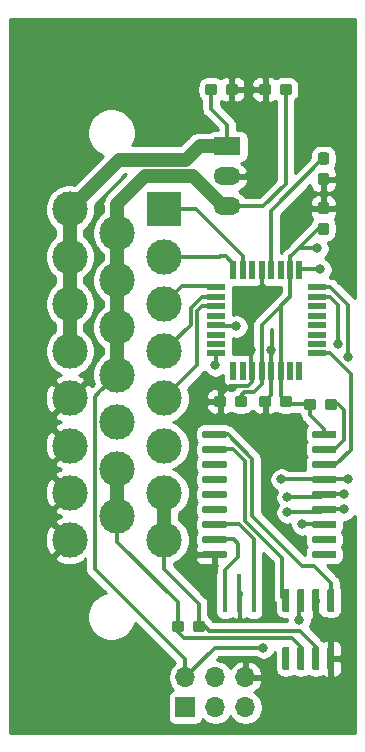
<source format=gbr>
G04 #@! TF.GenerationSoftware,KiCad,Pcbnew,5.1.5-52549c5~84~ubuntu18.04.1*
G04 #@! TF.CreationDate,2020-02-04T00:54:51-05:00*
G04 #@! TF.ProjectId,pedal-board-2020,70656461-6c2d-4626-9f61-72642d323032,rev?*
G04 #@! TF.SameCoordinates,Original*
G04 #@! TF.FileFunction,Copper,L1,Top*
G04 #@! TF.FilePolarity,Positive*
%FSLAX46Y46*%
G04 Gerber Fmt 4.6, Leading zero omitted, Abs format (unit mm)*
G04 Created by KiCad (PCBNEW 5.1.5-52549c5~84~ubuntu18.04.1) date 2020-02-04 00:54:51*
%MOMM*%
%LPD*%
G04 APERTURE LIST*
%ADD10C,0.100000*%
%ADD11C,3.000000*%
%ADD12R,3.000000X3.000000*%
%ADD13R,0.400000X3.200000*%
%ADD14O,2.300000X1.500000*%
%ADD15R,2.300000X1.500000*%
%ADD16R,1.600000X0.550000*%
%ADD17R,0.550000X1.600000*%
%ADD18O,1.700000X1.700000*%
%ADD19R,1.700000X1.700000*%
%ADD20C,0.800000*%
%ADD21C,0.360000*%
%ADD22C,1.200000*%
%ADD23C,0.254000*%
G04 APERTURE END LIST*
G04 #@! TA.AperFunction,SMDPad,CuDef*
D10*
G36*
X110405779Y-84362144D02*
G01*
X110428834Y-84365563D01*
X110451443Y-84371227D01*
X110473387Y-84379079D01*
X110494457Y-84389044D01*
X110514448Y-84401026D01*
X110533168Y-84414910D01*
X110550438Y-84430562D01*
X110566090Y-84447832D01*
X110579974Y-84466552D01*
X110591956Y-84486543D01*
X110601921Y-84507613D01*
X110609773Y-84529557D01*
X110615437Y-84552166D01*
X110618856Y-84575221D01*
X110620000Y-84598500D01*
X110620000Y-85073500D01*
X110618856Y-85096779D01*
X110615437Y-85119834D01*
X110609773Y-85142443D01*
X110601921Y-85164387D01*
X110591956Y-85185457D01*
X110579974Y-85205448D01*
X110566090Y-85224168D01*
X110550438Y-85241438D01*
X110533168Y-85257090D01*
X110514448Y-85270974D01*
X110494457Y-85282956D01*
X110473387Y-85292921D01*
X110451443Y-85300773D01*
X110428834Y-85306437D01*
X110405779Y-85309856D01*
X110382500Y-85311000D01*
X109807500Y-85311000D01*
X109784221Y-85309856D01*
X109761166Y-85306437D01*
X109738557Y-85300773D01*
X109716613Y-85292921D01*
X109695543Y-85282956D01*
X109675552Y-85270974D01*
X109656832Y-85257090D01*
X109639562Y-85241438D01*
X109623910Y-85224168D01*
X109610026Y-85205448D01*
X109598044Y-85185457D01*
X109588079Y-85164387D01*
X109580227Y-85142443D01*
X109574563Y-85119834D01*
X109571144Y-85096779D01*
X109570000Y-85073500D01*
X109570000Y-84598500D01*
X109571144Y-84575221D01*
X109574563Y-84552166D01*
X109580227Y-84529557D01*
X109588079Y-84507613D01*
X109598044Y-84486543D01*
X109610026Y-84466552D01*
X109623910Y-84447832D01*
X109639562Y-84430562D01*
X109656832Y-84414910D01*
X109675552Y-84401026D01*
X109695543Y-84389044D01*
X109716613Y-84379079D01*
X109738557Y-84371227D01*
X109761166Y-84365563D01*
X109784221Y-84362144D01*
X109807500Y-84361000D01*
X110382500Y-84361000D01*
X110405779Y-84362144D01*
G37*
G04 #@! TD.AperFunction*
G04 #@! TA.AperFunction,SMDPad,CuDef*
G36*
X108655779Y-84362144D02*
G01*
X108678834Y-84365563D01*
X108701443Y-84371227D01*
X108723387Y-84379079D01*
X108744457Y-84389044D01*
X108764448Y-84401026D01*
X108783168Y-84414910D01*
X108800438Y-84430562D01*
X108816090Y-84447832D01*
X108829974Y-84466552D01*
X108841956Y-84486543D01*
X108851921Y-84507613D01*
X108859773Y-84529557D01*
X108865437Y-84552166D01*
X108868856Y-84575221D01*
X108870000Y-84598500D01*
X108870000Y-85073500D01*
X108868856Y-85096779D01*
X108865437Y-85119834D01*
X108859773Y-85142443D01*
X108851921Y-85164387D01*
X108841956Y-85185457D01*
X108829974Y-85205448D01*
X108816090Y-85224168D01*
X108800438Y-85241438D01*
X108783168Y-85257090D01*
X108764448Y-85270974D01*
X108744457Y-85282956D01*
X108723387Y-85292921D01*
X108701443Y-85300773D01*
X108678834Y-85306437D01*
X108655779Y-85309856D01*
X108632500Y-85311000D01*
X108057500Y-85311000D01*
X108034221Y-85309856D01*
X108011166Y-85306437D01*
X107988557Y-85300773D01*
X107966613Y-85292921D01*
X107945543Y-85282956D01*
X107925552Y-85270974D01*
X107906832Y-85257090D01*
X107889562Y-85241438D01*
X107873910Y-85224168D01*
X107860026Y-85205448D01*
X107848044Y-85185457D01*
X107838079Y-85164387D01*
X107830227Y-85142443D01*
X107824563Y-85119834D01*
X107821144Y-85096779D01*
X107820000Y-85073500D01*
X107820000Y-84598500D01*
X107821144Y-84575221D01*
X107824563Y-84552166D01*
X107830227Y-84529557D01*
X107838079Y-84507613D01*
X107848044Y-84486543D01*
X107860026Y-84466552D01*
X107873910Y-84447832D01*
X107889562Y-84430562D01*
X107906832Y-84414910D01*
X107925552Y-84401026D01*
X107945543Y-84389044D01*
X107966613Y-84379079D01*
X107988557Y-84371227D01*
X108011166Y-84365563D01*
X108034221Y-84362144D01*
X108057500Y-84361000D01*
X108632500Y-84361000D01*
X108655779Y-84362144D01*
G37*
G04 #@! TD.AperFunction*
D11*
X88012000Y-96326000D03*
X88012000Y-92326000D03*
X88012000Y-88326000D03*
X88012000Y-84326000D03*
X88012000Y-80326000D03*
X88012000Y-76326000D03*
X88012000Y-72326000D03*
X88012000Y-68326000D03*
X92012000Y-94326000D03*
X92012000Y-90326000D03*
X92012000Y-86326000D03*
X92012000Y-82326000D03*
X92012000Y-78326000D03*
X92012000Y-74326000D03*
X92012000Y-70326000D03*
X96012000Y-96326000D03*
X96012000Y-92326000D03*
X96012000Y-88326000D03*
X96012000Y-84326000D03*
X96012000Y-80326000D03*
X96012000Y-76326000D03*
X96012000Y-72326000D03*
D12*
X96012000Y-68326000D03*
G04 #@! TA.AperFunction,SMDPad,CuDef*
D10*
G36*
X99229779Y-103158144D02*
G01*
X99252834Y-103161563D01*
X99275443Y-103167227D01*
X99297387Y-103175079D01*
X99318457Y-103185044D01*
X99338448Y-103197026D01*
X99357168Y-103210910D01*
X99374438Y-103226562D01*
X99390090Y-103243832D01*
X99403974Y-103262552D01*
X99415956Y-103282543D01*
X99425921Y-103303613D01*
X99433773Y-103325557D01*
X99439437Y-103348166D01*
X99442856Y-103371221D01*
X99444000Y-103394500D01*
X99444000Y-103869500D01*
X99442856Y-103892779D01*
X99439437Y-103915834D01*
X99433773Y-103938443D01*
X99425921Y-103960387D01*
X99415956Y-103981457D01*
X99403974Y-104001448D01*
X99390090Y-104020168D01*
X99374438Y-104037438D01*
X99357168Y-104053090D01*
X99338448Y-104066974D01*
X99318457Y-104078956D01*
X99297387Y-104088921D01*
X99275443Y-104096773D01*
X99252834Y-104102437D01*
X99229779Y-104105856D01*
X99206500Y-104107000D01*
X98631500Y-104107000D01*
X98608221Y-104105856D01*
X98585166Y-104102437D01*
X98562557Y-104096773D01*
X98540613Y-104088921D01*
X98519543Y-104078956D01*
X98499552Y-104066974D01*
X98480832Y-104053090D01*
X98463562Y-104037438D01*
X98447910Y-104020168D01*
X98434026Y-104001448D01*
X98422044Y-103981457D01*
X98412079Y-103960387D01*
X98404227Y-103938443D01*
X98398563Y-103915834D01*
X98395144Y-103892779D01*
X98394000Y-103869500D01*
X98394000Y-103394500D01*
X98395144Y-103371221D01*
X98398563Y-103348166D01*
X98404227Y-103325557D01*
X98412079Y-103303613D01*
X98422044Y-103282543D01*
X98434026Y-103262552D01*
X98447910Y-103243832D01*
X98463562Y-103226562D01*
X98480832Y-103210910D01*
X98499552Y-103197026D01*
X98519543Y-103185044D01*
X98540613Y-103175079D01*
X98562557Y-103167227D01*
X98585166Y-103161563D01*
X98608221Y-103158144D01*
X98631500Y-103157000D01*
X99206500Y-103157000D01*
X99229779Y-103158144D01*
G37*
G04 #@! TD.AperFunction*
G04 #@! TA.AperFunction,SMDPad,CuDef*
G36*
X97479779Y-103158144D02*
G01*
X97502834Y-103161563D01*
X97525443Y-103167227D01*
X97547387Y-103175079D01*
X97568457Y-103185044D01*
X97588448Y-103197026D01*
X97607168Y-103210910D01*
X97624438Y-103226562D01*
X97640090Y-103243832D01*
X97653974Y-103262552D01*
X97665956Y-103282543D01*
X97675921Y-103303613D01*
X97683773Y-103325557D01*
X97689437Y-103348166D01*
X97692856Y-103371221D01*
X97694000Y-103394500D01*
X97694000Y-103869500D01*
X97692856Y-103892779D01*
X97689437Y-103915834D01*
X97683773Y-103938443D01*
X97675921Y-103960387D01*
X97665956Y-103981457D01*
X97653974Y-104001448D01*
X97640090Y-104020168D01*
X97624438Y-104037438D01*
X97607168Y-104053090D01*
X97588448Y-104066974D01*
X97568457Y-104078956D01*
X97547387Y-104088921D01*
X97525443Y-104096773D01*
X97502834Y-104102437D01*
X97479779Y-104105856D01*
X97456500Y-104107000D01*
X96881500Y-104107000D01*
X96858221Y-104105856D01*
X96835166Y-104102437D01*
X96812557Y-104096773D01*
X96790613Y-104088921D01*
X96769543Y-104078956D01*
X96749552Y-104066974D01*
X96730832Y-104053090D01*
X96713562Y-104037438D01*
X96697910Y-104020168D01*
X96684026Y-104001448D01*
X96672044Y-103981457D01*
X96662079Y-103960387D01*
X96654227Y-103938443D01*
X96648563Y-103915834D01*
X96645144Y-103892779D01*
X96644000Y-103869500D01*
X96644000Y-103394500D01*
X96645144Y-103371221D01*
X96648563Y-103348166D01*
X96654227Y-103325557D01*
X96662079Y-103303613D01*
X96672044Y-103282543D01*
X96684026Y-103262552D01*
X96697910Y-103243832D01*
X96713562Y-103226562D01*
X96730832Y-103210910D01*
X96749552Y-103197026D01*
X96769543Y-103185044D01*
X96790613Y-103175079D01*
X96812557Y-103167227D01*
X96835166Y-103161563D01*
X96858221Y-103158144D01*
X96881500Y-103157000D01*
X97456500Y-103157000D01*
X97479779Y-103158144D01*
G37*
G04 #@! TD.AperFunction*
D13*
X101162000Y-100838000D03*
X102362000Y-100838000D03*
X103562000Y-100838000D03*
D14*
X101346000Y-68072000D03*
X101346000Y-65532000D03*
D15*
X101346000Y-62992000D03*
G04 #@! TA.AperFunction,SMDPad,CuDef*
D10*
G36*
X110273703Y-105386722D02*
G01*
X110288264Y-105388882D01*
X110302543Y-105392459D01*
X110316403Y-105397418D01*
X110329710Y-105403712D01*
X110342336Y-105411280D01*
X110354159Y-105420048D01*
X110365066Y-105429934D01*
X110374952Y-105440841D01*
X110383720Y-105452664D01*
X110391288Y-105465290D01*
X110397582Y-105478597D01*
X110402541Y-105492457D01*
X110406118Y-105506736D01*
X110408278Y-105521297D01*
X110409000Y-105536000D01*
X110409000Y-107186000D01*
X110408278Y-107200703D01*
X110406118Y-107215264D01*
X110402541Y-107229543D01*
X110397582Y-107243403D01*
X110391288Y-107256710D01*
X110383720Y-107269336D01*
X110374952Y-107281159D01*
X110365066Y-107292066D01*
X110354159Y-107301952D01*
X110342336Y-107310720D01*
X110329710Y-107318288D01*
X110316403Y-107324582D01*
X110302543Y-107329541D01*
X110288264Y-107333118D01*
X110273703Y-107335278D01*
X110259000Y-107336000D01*
X109959000Y-107336000D01*
X109944297Y-107335278D01*
X109929736Y-107333118D01*
X109915457Y-107329541D01*
X109901597Y-107324582D01*
X109888290Y-107318288D01*
X109875664Y-107310720D01*
X109863841Y-107301952D01*
X109852934Y-107292066D01*
X109843048Y-107281159D01*
X109834280Y-107269336D01*
X109826712Y-107256710D01*
X109820418Y-107243403D01*
X109815459Y-107229543D01*
X109811882Y-107215264D01*
X109809722Y-107200703D01*
X109809000Y-107186000D01*
X109809000Y-105536000D01*
X109809722Y-105521297D01*
X109811882Y-105506736D01*
X109815459Y-105492457D01*
X109820418Y-105478597D01*
X109826712Y-105465290D01*
X109834280Y-105452664D01*
X109843048Y-105440841D01*
X109852934Y-105429934D01*
X109863841Y-105420048D01*
X109875664Y-105411280D01*
X109888290Y-105403712D01*
X109901597Y-105397418D01*
X109915457Y-105392459D01*
X109929736Y-105388882D01*
X109944297Y-105386722D01*
X109959000Y-105386000D01*
X110259000Y-105386000D01*
X110273703Y-105386722D01*
G37*
G04 #@! TD.AperFunction*
G04 #@! TA.AperFunction,SMDPad,CuDef*
G36*
X109003703Y-105386722D02*
G01*
X109018264Y-105388882D01*
X109032543Y-105392459D01*
X109046403Y-105397418D01*
X109059710Y-105403712D01*
X109072336Y-105411280D01*
X109084159Y-105420048D01*
X109095066Y-105429934D01*
X109104952Y-105440841D01*
X109113720Y-105452664D01*
X109121288Y-105465290D01*
X109127582Y-105478597D01*
X109132541Y-105492457D01*
X109136118Y-105506736D01*
X109138278Y-105521297D01*
X109139000Y-105536000D01*
X109139000Y-107186000D01*
X109138278Y-107200703D01*
X109136118Y-107215264D01*
X109132541Y-107229543D01*
X109127582Y-107243403D01*
X109121288Y-107256710D01*
X109113720Y-107269336D01*
X109104952Y-107281159D01*
X109095066Y-107292066D01*
X109084159Y-107301952D01*
X109072336Y-107310720D01*
X109059710Y-107318288D01*
X109046403Y-107324582D01*
X109032543Y-107329541D01*
X109018264Y-107333118D01*
X109003703Y-107335278D01*
X108989000Y-107336000D01*
X108689000Y-107336000D01*
X108674297Y-107335278D01*
X108659736Y-107333118D01*
X108645457Y-107329541D01*
X108631597Y-107324582D01*
X108618290Y-107318288D01*
X108605664Y-107310720D01*
X108593841Y-107301952D01*
X108582934Y-107292066D01*
X108573048Y-107281159D01*
X108564280Y-107269336D01*
X108556712Y-107256710D01*
X108550418Y-107243403D01*
X108545459Y-107229543D01*
X108541882Y-107215264D01*
X108539722Y-107200703D01*
X108539000Y-107186000D01*
X108539000Y-105536000D01*
X108539722Y-105521297D01*
X108541882Y-105506736D01*
X108545459Y-105492457D01*
X108550418Y-105478597D01*
X108556712Y-105465290D01*
X108564280Y-105452664D01*
X108573048Y-105440841D01*
X108582934Y-105429934D01*
X108593841Y-105420048D01*
X108605664Y-105411280D01*
X108618290Y-105403712D01*
X108631597Y-105397418D01*
X108645457Y-105392459D01*
X108659736Y-105388882D01*
X108674297Y-105386722D01*
X108689000Y-105386000D01*
X108989000Y-105386000D01*
X109003703Y-105386722D01*
G37*
G04 #@! TD.AperFunction*
G04 #@! TA.AperFunction,SMDPad,CuDef*
G36*
X107733703Y-105386722D02*
G01*
X107748264Y-105388882D01*
X107762543Y-105392459D01*
X107776403Y-105397418D01*
X107789710Y-105403712D01*
X107802336Y-105411280D01*
X107814159Y-105420048D01*
X107825066Y-105429934D01*
X107834952Y-105440841D01*
X107843720Y-105452664D01*
X107851288Y-105465290D01*
X107857582Y-105478597D01*
X107862541Y-105492457D01*
X107866118Y-105506736D01*
X107868278Y-105521297D01*
X107869000Y-105536000D01*
X107869000Y-107186000D01*
X107868278Y-107200703D01*
X107866118Y-107215264D01*
X107862541Y-107229543D01*
X107857582Y-107243403D01*
X107851288Y-107256710D01*
X107843720Y-107269336D01*
X107834952Y-107281159D01*
X107825066Y-107292066D01*
X107814159Y-107301952D01*
X107802336Y-107310720D01*
X107789710Y-107318288D01*
X107776403Y-107324582D01*
X107762543Y-107329541D01*
X107748264Y-107333118D01*
X107733703Y-107335278D01*
X107719000Y-107336000D01*
X107419000Y-107336000D01*
X107404297Y-107335278D01*
X107389736Y-107333118D01*
X107375457Y-107329541D01*
X107361597Y-107324582D01*
X107348290Y-107318288D01*
X107335664Y-107310720D01*
X107323841Y-107301952D01*
X107312934Y-107292066D01*
X107303048Y-107281159D01*
X107294280Y-107269336D01*
X107286712Y-107256710D01*
X107280418Y-107243403D01*
X107275459Y-107229543D01*
X107271882Y-107215264D01*
X107269722Y-107200703D01*
X107269000Y-107186000D01*
X107269000Y-105536000D01*
X107269722Y-105521297D01*
X107271882Y-105506736D01*
X107275459Y-105492457D01*
X107280418Y-105478597D01*
X107286712Y-105465290D01*
X107294280Y-105452664D01*
X107303048Y-105440841D01*
X107312934Y-105429934D01*
X107323841Y-105420048D01*
X107335664Y-105411280D01*
X107348290Y-105403712D01*
X107361597Y-105397418D01*
X107375457Y-105392459D01*
X107389736Y-105388882D01*
X107404297Y-105386722D01*
X107419000Y-105386000D01*
X107719000Y-105386000D01*
X107733703Y-105386722D01*
G37*
G04 #@! TD.AperFunction*
G04 #@! TA.AperFunction,SMDPad,CuDef*
G36*
X106463703Y-105386722D02*
G01*
X106478264Y-105388882D01*
X106492543Y-105392459D01*
X106506403Y-105397418D01*
X106519710Y-105403712D01*
X106532336Y-105411280D01*
X106544159Y-105420048D01*
X106555066Y-105429934D01*
X106564952Y-105440841D01*
X106573720Y-105452664D01*
X106581288Y-105465290D01*
X106587582Y-105478597D01*
X106592541Y-105492457D01*
X106596118Y-105506736D01*
X106598278Y-105521297D01*
X106599000Y-105536000D01*
X106599000Y-107186000D01*
X106598278Y-107200703D01*
X106596118Y-107215264D01*
X106592541Y-107229543D01*
X106587582Y-107243403D01*
X106581288Y-107256710D01*
X106573720Y-107269336D01*
X106564952Y-107281159D01*
X106555066Y-107292066D01*
X106544159Y-107301952D01*
X106532336Y-107310720D01*
X106519710Y-107318288D01*
X106506403Y-107324582D01*
X106492543Y-107329541D01*
X106478264Y-107333118D01*
X106463703Y-107335278D01*
X106449000Y-107336000D01*
X106149000Y-107336000D01*
X106134297Y-107335278D01*
X106119736Y-107333118D01*
X106105457Y-107329541D01*
X106091597Y-107324582D01*
X106078290Y-107318288D01*
X106065664Y-107310720D01*
X106053841Y-107301952D01*
X106042934Y-107292066D01*
X106033048Y-107281159D01*
X106024280Y-107269336D01*
X106016712Y-107256710D01*
X106010418Y-107243403D01*
X106005459Y-107229543D01*
X106001882Y-107215264D01*
X105999722Y-107200703D01*
X105999000Y-107186000D01*
X105999000Y-105536000D01*
X105999722Y-105521297D01*
X106001882Y-105506736D01*
X106005459Y-105492457D01*
X106010418Y-105478597D01*
X106016712Y-105465290D01*
X106024280Y-105452664D01*
X106033048Y-105440841D01*
X106042934Y-105429934D01*
X106053841Y-105420048D01*
X106065664Y-105411280D01*
X106078290Y-105403712D01*
X106091597Y-105397418D01*
X106105457Y-105392459D01*
X106119736Y-105388882D01*
X106134297Y-105386722D01*
X106149000Y-105386000D01*
X106449000Y-105386000D01*
X106463703Y-105386722D01*
G37*
G04 #@! TD.AperFunction*
G04 #@! TA.AperFunction,SMDPad,CuDef*
G36*
X106463703Y-100436722D02*
G01*
X106478264Y-100438882D01*
X106492543Y-100442459D01*
X106506403Y-100447418D01*
X106519710Y-100453712D01*
X106532336Y-100461280D01*
X106544159Y-100470048D01*
X106555066Y-100479934D01*
X106564952Y-100490841D01*
X106573720Y-100502664D01*
X106581288Y-100515290D01*
X106587582Y-100528597D01*
X106592541Y-100542457D01*
X106596118Y-100556736D01*
X106598278Y-100571297D01*
X106599000Y-100586000D01*
X106599000Y-102236000D01*
X106598278Y-102250703D01*
X106596118Y-102265264D01*
X106592541Y-102279543D01*
X106587582Y-102293403D01*
X106581288Y-102306710D01*
X106573720Y-102319336D01*
X106564952Y-102331159D01*
X106555066Y-102342066D01*
X106544159Y-102351952D01*
X106532336Y-102360720D01*
X106519710Y-102368288D01*
X106506403Y-102374582D01*
X106492543Y-102379541D01*
X106478264Y-102383118D01*
X106463703Y-102385278D01*
X106449000Y-102386000D01*
X106149000Y-102386000D01*
X106134297Y-102385278D01*
X106119736Y-102383118D01*
X106105457Y-102379541D01*
X106091597Y-102374582D01*
X106078290Y-102368288D01*
X106065664Y-102360720D01*
X106053841Y-102351952D01*
X106042934Y-102342066D01*
X106033048Y-102331159D01*
X106024280Y-102319336D01*
X106016712Y-102306710D01*
X106010418Y-102293403D01*
X106005459Y-102279543D01*
X106001882Y-102265264D01*
X105999722Y-102250703D01*
X105999000Y-102236000D01*
X105999000Y-100586000D01*
X105999722Y-100571297D01*
X106001882Y-100556736D01*
X106005459Y-100542457D01*
X106010418Y-100528597D01*
X106016712Y-100515290D01*
X106024280Y-100502664D01*
X106033048Y-100490841D01*
X106042934Y-100479934D01*
X106053841Y-100470048D01*
X106065664Y-100461280D01*
X106078290Y-100453712D01*
X106091597Y-100447418D01*
X106105457Y-100442459D01*
X106119736Y-100438882D01*
X106134297Y-100436722D01*
X106149000Y-100436000D01*
X106449000Y-100436000D01*
X106463703Y-100436722D01*
G37*
G04 #@! TD.AperFunction*
G04 #@! TA.AperFunction,SMDPad,CuDef*
G36*
X107733703Y-100436722D02*
G01*
X107748264Y-100438882D01*
X107762543Y-100442459D01*
X107776403Y-100447418D01*
X107789710Y-100453712D01*
X107802336Y-100461280D01*
X107814159Y-100470048D01*
X107825066Y-100479934D01*
X107834952Y-100490841D01*
X107843720Y-100502664D01*
X107851288Y-100515290D01*
X107857582Y-100528597D01*
X107862541Y-100542457D01*
X107866118Y-100556736D01*
X107868278Y-100571297D01*
X107869000Y-100586000D01*
X107869000Y-102236000D01*
X107868278Y-102250703D01*
X107866118Y-102265264D01*
X107862541Y-102279543D01*
X107857582Y-102293403D01*
X107851288Y-102306710D01*
X107843720Y-102319336D01*
X107834952Y-102331159D01*
X107825066Y-102342066D01*
X107814159Y-102351952D01*
X107802336Y-102360720D01*
X107789710Y-102368288D01*
X107776403Y-102374582D01*
X107762543Y-102379541D01*
X107748264Y-102383118D01*
X107733703Y-102385278D01*
X107719000Y-102386000D01*
X107419000Y-102386000D01*
X107404297Y-102385278D01*
X107389736Y-102383118D01*
X107375457Y-102379541D01*
X107361597Y-102374582D01*
X107348290Y-102368288D01*
X107335664Y-102360720D01*
X107323841Y-102351952D01*
X107312934Y-102342066D01*
X107303048Y-102331159D01*
X107294280Y-102319336D01*
X107286712Y-102306710D01*
X107280418Y-102293403D01*
X107275459Y-102279543D01*
X107271882Y-102265264D01*
X107269722Y-102250703D01*
X107269000Y-102236000D01*
X107269000Y-100586000D01*
X107269722Y-100571297D01*
X107271882Y-100556736D01*
X107275459Y-100542457D01*
X107280418Y-100528597D01*
X107286712Y-100515290D01*
X107294280Y-100502664D01*
X107303048Y-100490841D01*
X107312934Y-100479934D01*
X107323841Y-100470048D01*
X107335664Y-100461280D01*
X107348290Y-100453712D01*
X107361597Y-100447418D01*
X107375457Y-100442459D01*
X107389736Y-100438882D01*
X107404297Y-100436722D01*
X107419000Y-100436000D01*
X107719000Y-100436000D01*
X107733703Y-100436722D01*
G37*
G04 #@! TD.AperFunction*
G04 #@! TA.AperFunction,SMDPad,CuDef*
G36*
X109003703Y-100436722D02*
G01*
X109018264Y-100438882D01*
X109032543Y-100442459D01*
X109046403Y-100447418D01*
X109059710Y-100453712D01*
X109072336Y-100461280D01*
X109084159Y-100470048D01*
X109095066Y-100479934D01*
X109104952Y-100490841D01*
X109113720Y-100502664D01*
X109121288Y-100515290D01*
X109127582Y-100528597D01*
X109132541Y-100542457D01*
X109136118Y-100556736D01*
X109138278Y-100571297D01*
X109139000Y-100586000D01*
X109139000Y-102236000D01*
X109138278Y-102250703D01*
X109136118Y-102265264D01*
X109132541Y-102279543D01*
X109127582Y-102293403D01*
X109121288Y-102306710D01*
X109113720Y-102319336D01*
X109104952Y-102331159D01*
X109095066Y-102342066D01*
X109084159Y-102351952D01*
X109072336Y-102360720D01*
X109059710Y-102368288D01*
X109046403Y-102374582D01*
X109032543Y-102379541D01*
X109018264Y-102383118D01*
X109003703Y-102385278D01*
X108989000Y-102386000D01*
X108689000Y-102386000D01*
X108674297Y-102385278D01*
X108659736Y-102383118D01*
X108645457Y-102379541D01*
X108631597Y-102374582D01*
X108618290Y-102368288D01*
X108605664Y-102360720D01*
X108593841Y-102351952D01*
X108582934Y-102342066D01*
X108573048Y-102331159D01*
X108564280Y-102319336D01*
X108556712Y-102306710D01*
X108550418Y-102293403D01*
X108545459Y-102279543D01*
X108541882Y-102265264D01*
X108539722Y-102250703D01*
X108539000Y-102236000D01*
X108539000Y-100586000D01*
X108539722Y-100571297D01*
X108541882Y-100556736D01*
X108545459Y-100542457D01*
X108550418Y-100528597D01*
X108556712Y-100515290D01*
X108564280Y-100502664D01*
X108573048Y-100490841D01*
X108582934Y-100479934D01*
X108593841Y-100470048D01*
X108605664Y-100461280D01*
X108618290Y-100453712D01*
X108631597Y-100447418D01*
X108645457Y-100442459D01*
X108659736Y-100438882D01*
X108674297Y-100436722D01*
X108689000Y-100436000D01*
X108989000Y-100436000D01*
X109003703Y-100436722D01*
G37*
G04 #@! TD.AperFunction*
G04 #@! TA.AperFunction,SMDPad,CuDef*
G36*
X110273703Y-100436722D02*
G01*
X110288264Y-100438882D01*
X110302543Y-100442459D01*
X110316403Y-100447418D01*
X110329710Y-100453712D01*
X110342336Y-100461280D01*
X110354159Y-100470048D01*
X110365066Y-100479934D01*
X110374952Y-100490841D01*
X110383720Y-100502664D01*
X110391288Y-100515290D01*
X110397582Y-100528597D01*
X110402541Y-100542457D01*
X110406118Y-100556736D01*
X110408278Y-100571297D01*
X110409000Y-100586000D01*
X110409000Y-102236000D01*
X110408278Y-102250703D01*
X110406118Y-102265264D01*
X110402541Y-102279543D01*
X110397582Y-102293403D01*
X110391288Y-102306710D01*
X110383720Y-102319336D01*
X110374952Y-102331159D01*
X110365066Y-102342066D01*
X110354159Y-102351952D01*
X110342336Y-102360720D01*
X110329710Y-102368288D01*
X110316403Y-102374582D01*
X110302543Y-102379541D01*
X110288264Y-102383118D01*
X110273703Y-102385278D01*
X110259000Y-102386000D01*
X109959000Y-102386000D01*
X109944297Y-102385278D01*
X109929736Y-102383118D01*
X109915457Y-102379541D01*
X109901597Y-102374582D01*
X109888290Y-102368288D01*
X109875664Y-102360720D01*
X109863841Y-102351952D01*
X109852934Y-102342066D01*
X109843048Y-102331159D01*
X109834280Y-102319336D01*
X109826712Y-102306710D01*
X109820418Y-102293403D01*
X109815459Y-102279543D01*
X109811882Y-102265264D01*
X109809722Y-102250703D01*
X109809000Y-102236000D01*
X109809000Y-100586000D01*
X109809722Y-100571297D01*
X109811882Y-100556736D01*
X109815459Y-100542457D01*
X109820418Y-100528597D01*
X109826712Y-100515290D01*
X109834280Y-100502664D01*
X109843048Y-100490841D01*
X109852934Y-100479934D01*
X109863841Y-100470048D01*
X109875664Y-100461280D01*
X109888290Y-100453712D01*
X109901597Y-100447418D01*
X109915457Y-100442459D01*
X109929736Y-100438882D01*
X109944297Y-100436722D01*
X109959000Y-100436000D01*
X110259000Y-100436000D01*
X110273703Y-100436722D01*
G37*
G04 #@! TD.AperFunction*
G04 #@! TA.AperFunction,SMDPad,CuDef*
G36*
X110441703Y-87076722D02*
G01*
X110456264Y-87078882D01*
X110470543Y-87082459D01*
X110484403Y-87087418D01*
X110497710Y-87093712D01*
X110510336Y-87101280D01*
X110522159Y-87110048D01*
X110533066Y-87119934D01*
X110542952Y-87130841D01*
X110551720Y-87142664D01*
X110559288Y-87155290D01*
X110565582Y-87168597D01*
X110570541Y-87182457D01*
X110574118Y-87196736D01*
X110576278Y-87211297D01*
X110577000Y-87226000D01*
X110577000Y-87526000D01*
X110576278Y-87540703D01*
X110574118Y-87555264D01*
X110570541Y-87569543D01*
X110565582Y-87583403D01*
X110559288Y-87596710D01*
X110551720Y-87609336D01*
X110542952Y-87621159D01*
X110533066Y-87632066D01*
X110522159Y-87641952D01*
X110510336Y-87650720D01*
X110497710Y-87658288D01*
X110484403Y-87664582D01*
X110470543Y-87669541D01*
X110456264Y-87673118D01*
X110441703Y-87675278D01*
X110427000Y-87676000D01*
X108677000Y-87676000D01*
X108662297Y-87675278D01*
X108647736Y-87673118D01*
X108633457Y-87669541D01*
X108619597Y-87664582D01*
X108606290Y-87658288D01*
X108593664Y-87650720D01*
X108581841Y-87641952D01*
X108570934Y-87632066D01*
X108561048Y-87621159D01*
X108552280Y-87609336D01*
X108544712Y-87596710D01*
X108538418Y-87583403D01*
X108533459Y-87569543D01*
X108529882Y-87555264D01*
X108527722Y-87540703D01*
X108527000Y-87526000D01*
X108527000Y-87226000D01*
X108527722Y-87211297D01*
X108529882Y-87196736D01*
X108533459Y-87182457D01*
X108538418Y-87168597D01*
X108544712Y-87155290D01*
X108552280Y-87142664D01*
X108561048Y-87130841D01*
X108570934Y-87119934D01*
X108581841Y-87110048D01*
X108593664Y-87101280D01*
X108606290Y-87093712D01*
X108619597Y-87087418D01*
X108633457Y-87082459D01*
X108647736Y-87078882D01*
X108662297Y-87076722D01*
X108677000Y-87076000D01*
X110427000Y-87076000D01*
X110441703Y-87076722D01*
G37*
G04 #@! TD.AperFunction*
G04 #@! TA.AperFunction,SMDPad,CuDef*
G36*
X110441703Y-88346722D02*
G01*
X110456264Y-88348882D01*
X110470543Y-88352459D01*
X110484403Y-88357418D01*
X110497710Y-88363712D01*
X110510336Y-88371280D01*
X110522159Y-88380048D01*
X110533066Y-88389934D01*
X110542952Y-88400841D01*
X110551720Y-88412664D01*
X110559288Y-88425290D01*
X110565582Y-88438597D01*
X110570541Y-88452457D01*
X110574118Y-88466736D01*
X110576278Y-88481297D01*
X110577000Y-88496000D01*
X110577000Y-88796000D01*
X110576278Y-88810703D01*
X110574118Y-88825264D01*
X110570541Y-88839543D01*
X110565582Y-88853403D01*
X110559288Y-88866710D01*
X110551720Y-88879336D01*
X110542952Y-88891159D01*
X110533066Y-88902066D01*
X110522159Y-88911952D01*
X110510336Y-88920720D01*
X110497710Y-88928288D01*
X110484403Y-88934582D01*
X110470543Y-88939541D01*
X110456264Y-88943118D01*
X110441703Y-88945278D01*
X110427000Y-88946000D01*
X108677000Y-88946000D01*
X108662297Y-88945278D01*
X108647736Y-88943118D01*
X108633457Y-88939541D01*
X108619597Y-88934582D01*
X108606290Y-88928288D01*
X108593664Y-88920720D01*
X108581841Y-88911952D01*
X108570934Y-88902066D01*
X108561048Y-88891159D01*
X108552280Y-88879336D01*
X108544712Y-88866710D01*
X108538418Y-88853403D01*
X108533459Y-88839543D01*
X108529882Y-88825264D01*
X108527722Y-88810703D01*
X108527000Y-88796000D01*
X108527000Y-88496000D01*
X108527722Y-88481297D01*
X108529882Y-88466736D01*
X108533459Y-88452457D01*
X108538418Y-88438597D01*
X108544712Y-88425290D01*
X108552280Y-88412664D01*
X108561048Y-88400841D01*
X108570934Y-88389934D01*
X108581841Y-88380048D01*
X108593664Y-88371280D01*
X108606290Y-88363712D01*
X108619597Y-88357418D01*
X108633457Y-88352459D01*
X108647736Y-88348882D01*
X108662297Y-88346722D01*
X108677000Y-88346000D01*
X110427000Y-88346000D01*
X110441703Y-88346722D01*
G37*
G04 #@! TD.AperFunction*
G04 #@! TA.AperFunction,SMDPad,CuDef*
G36*
X110441703Y-89616722D02*
G01*
X110456264Y-89618882D01*
X110470543Y-89622459D01*
X110484403Y-89627418D01*
X110497710Y-89633712D01*
X110510336Y-89641280D01*
X110522159Y-89650048D01*
X110533066Y-89659934D01*
X110542952Y-89670841D01*
X110551720Y-89682664D01*
X110559288Y-89695290D01*
X110565582Y-89708597D01*
X110570541Y-89722457D01*
X110574118Y-89736736D01*
X110576278Y-89751297D01*
X110577000Y-89766000D01*
X110577000Y-90066000D01*
X110576278Y-90080703D01*
X110574118Y-90095264D01*
X110570541Y-90109543D01*
X110565582Y-90123403D01*
X110559288Y-90136710D01*
X110551720Y-90149336D01*
X110542952Y-90161159D01*
X110533066Y-90172066D01*
X110522159Y-90181952D01*
X110510336Y-90190720D01*
X110497710Y-90198288D01*
X110484403Y-90204582D01*
X110470543Y-90209541D01*
X110456264Y-90213118D01*
X110441703Y-90215278D01*
X110427000Y-90216000D01*
X108677000Y-90216000D01*
X108662297Y-90215278D01*
X108647736Y-90213118D01*
X108633457Y-90209541D01*
X108619597Y-90204582D01*
X108606290Y-90198288D01*
X108593664Y-90190720D01*
X108581841Y-90181952D01*
X108570934Y-90172066D01*
X108561048Y-90161159D01*
X108552280Y-90149336D01*
X108544712Y-90136710D01*
X108538418Y-90123403D01*
X108533459Y-90109543D01*
X108529882Y-90095264D01*
X108527722Y-90080703D01*
X108527000Y-90066000D01*
X108527000Y-89766000D01*
X108527722Y-89751297D01*
X108529882Y-89736736D01*
X108533459Y-89722457D01*
X108538418Y-89708597D01*
X108544712Y-89695290D01*
X108552280Y-89682664D01*
X108561048Y-89670841D01*
X108570934Y-89659934D01*
X108581841Y-89650048D01*
X108593664Y-89641280D01*
X108606290Y-89633712D01*
X108619597Y-89627418D01*
X108633457Y-89622459D01*
X108647736Y-89618882D01*
X108662297Y-89616722D01*
X108677000Y-89616000D01*
X110427000Y-89616000D01*
X110441703Y-89616722D01*
G37*
G04 #@! TD.AperFunction*
G04 #@! TA.AperFunction,SMDPad,CuDef*
G36*
X110441703Y-90886722D02*
G01*
X110456264Y-90888882D01*
X110470543Y-90892459D01*
X110484403Y-90897418D01*
X110497710Y-90903712D01*
X110510336Y-90911280D01*
X110522159Y-90920048D01*
X110533066Y-90929934D01*
X110542952Y-90940841D01*
X110551720Y-90952664D01*
X110559288Y-90965290D01*
X110565582Y-90978597D01*
X110570541Y-90992457D01*
X110574118Y-91006736D01*
X110576278Y-91021297D01*
X110577000Y-91036000D01*
X110577000Y-91336000D01*
X110576278Y-91350703D01*
X110574118Y-91365264D01*
X110570541Y-91379543D01*
X110565582Y-91393403D01*
X110559288Y-91406710D01*
X110551720Y-91419336D01*
X110542952Y-91431159D01*
X110533066Y-91442066D01*
X110522159Y-91451952D01*
X110510336Y-91460720D01*
X110497710Y-91468288D01*
X110484403Y-91474582D01*
X110470543Y-91479541D01*
X110456264Y-91483118D01*
X110441703Y-91485278D01*
X110427000Y-91486000D01*
X108677000Y-91486000D01*
X108662297Y-91485278D01*
X108647736Y-91483118D01*
X108633457Y-91479541D01*
X108619597Y-91474582D01*
X108606290Y-91468288D01*
X108593664Y-91460720D01*
X108581841Y-91451952D01*
X108570934Y-91442066D01*
X108561048Y-91431159D01*
X108552280Y-91419336D01*
X108544712Y-91406710D01*
X108538418Y-91393403D01*
X108533459Y-91379543D01*
X108529882Y-91365264D01*
X108527722Y-91350703D01*
X108527000Y-91336000D01*
X108527000Y-91036000D01*
X108527722Y-91021297D01*
X108529882Y-91006736D01*
X108533459Y-90992457D01*
X108538418Y-90978597D01*
X108544712Y-90965290D01*
X108552280Y-90952664D01*
X108561048Y-90940841D01*
X108570934Y-90929934D01*
X108581841Y-90920048D01*
X108593664Y-90911280D01*
X108606290Y-90903712D01*
X108619597Y-90897418D01*
X108633457Y-90892459D01*
X108647736Y-90888882D01*
X108662297Y-90886722D01*
X108677000Y-90886000D01*
X110427000Y-90886000D01*
X110441703Y-90886722D01*
G37*
G04 #@! TD.AperFunction*
G04 #@! TA.AperFunction,SMDPad,CuDef*
G36*
X110441703Y-92156722D02*
G01*
X110456264Y-92158882D01*
X110470543Y-92162459D01*
X110484403Y-92167418D01*
X110497710Y-92173712D01*
X110510336Y-92181280D01*
X110522159Y-92190048D01*
X110533066Y-92199934D01*
X110542952Y-92210841D01*
X110551720Y-92222664D01*
X110559288Y-92235290D01*
X110565582Y-92248597D01*
X110570541Y-92262457D01*
X110574118Y-92276736D01*
X110576278Y-92291297D01*
X110577000Y-92306000D01*
X110577000Y-92606000D01*
X110576278Y-92620703D01*
X110574118Y-92635264D01*
X110570541Y-92649543D01*
X110565582Y-92663403D01*
X110559288Y-92676710D01*
X110551720Y-92689336D01*
X110542952Y-92701159D01*
X110533066Y-92712066D01*
X110522159Y-92721952D01*
X110510336Y-92730720D01*
X110497710Y-92738288D01*
X110484403Y-92744582D01*
X110470543Y-92749541D01*
X110456264Y-92753118D01*
X110441703Y-92755278D01*
X110427000Y-92756000D01*
X108677000Y-92756000D01*
X108662297Y-92755278D01*
X108647736Y-92753118D01*
X108633457Y-92749541D01*
X108619597Y-92744582D01*
X108606290Y-92738288D01*
X108593664Y-92730720D01*
X108581841Y-92721952D01*
X108570934Y-92712066D01*
X108561048Y-92701159D01*
X108552280Y-92689336D01*
X108544712Y-92676710D01*
X108538418Y-92663403D01*
X108533459Y-92649543D01*
X108529882Y-92635264D01*
X108527722Y-92620703D01*
X108527000Y-92606000D01*
X108527000Y-92306000D01*
X108527722Y-92291297D01*
X108529882Y-92276736D01*
X108533459Y-92262457D01*
X108538418Y-92248597D01*
X108544712Y-92235290D01*
X108552280Y-92222664D01*
X108561048Y-92210841D01*
X108570934Y-92199934D01*
X108581841Y-92190048D01*
X108593664Y-92181280D01*
X108606290Y-92173712D01*
X108619597Y-92167418D01*
X108633457Y-92162459D01*
X108647736Y-92158882D01*
X108662297Y-92156722D01*
X108677000Y-92156000D01*
X110427000Y-92156000D01*
X110441703Y-92156722D01*
G37*
G04 #@! TD.AperFunction*
G04 #@! TA.AperFunction,SMDPad,CuDef*
G36*
X110441703Y-93426722D02*
G01*
X110456264Y-93428882D01*
X110470543Y-93432459D01*
X110484403Y-93437418D01*
X110497710Y-93443712D01*
X110510336Y-93451280D01*
X110522159Y-93460048D01*
X110533066Y-93469934D01*
X110542952Y-93480841D01*
X110551720Y-93492664D01*
X110559288Y-93505290D01*
X110565582Y-93518597D01*
X110570541Y-93532457D01*
X110574118Y-93546736D01*
X110576278Y-93561297D01*
X110577000Y-93576000D01*
X110577000Y-93876000D01*
X110576278Y-93890703D01*
X110574118Y-93905264D01*
X110570541Y-93919543D01*
X110565582Y-93933403D01*
X110559288Y-93946710D01*
X110551720Y-93959336D01*
X110542952Y-93971159D01*
X110533066Y-93982066D01*
X110522159Y-93991952D01*
X110510336Y-94000720D01*
X110497710Y-94008288D01*
X110484403Y-94014582D01*
X110470543Y-94019541D01*
X110456264Y-94023118D01*
X110441703Y-94025278D01*
X110427000Y-94026000D01*
X108677000Y-94026000D01*
X108662297Y-94025278D01*
X108647736Y-94023118D01*
X108633457Y-94019541D01*
X108619597Y-94014582D01*
X108606290Y-94008288D01*
X108593664Y-94000720D01*
X108581841Y-93991952D01*
X108570934Y-93982066D01*
X108561048Y-93971159D01*
X108552280Y-93959336D01*
X108544712Y-93946710D01*
X108538418Y-93933403D01*
X108533459Y-93919543D01*
X108529882Y-93905264D01*
X108527722Y-93890703D01*
X108527000Y-93876000D01*
X108527000Y-93576000D01*
X108527722Y-93561297D01*
X108529882Y-93546736D01*
X108533459Y-93532457D01*
X108538418Y-93518597D01*
X108544712Y-93505290D01*
X108552280Y-93492664D01*
X108561048Y-93480841D01*
X108570934Y-93469934D01*
X108581841Y-93460048D01*
X108593664Y-93451280D01*
X108606290Y-93443712D01*
X108619597Y-93437418D01*
X108633457Y-93432459D01*
X108647736Y-93428882D01*
X108662297Y-93426722D01*
X108677000Y-93426000D01*
X110427000Y-93426000D01*
X110441703Y-93426722D01*
G37*
G04 #@! TD.AperFunction*
G04 #@! TA.AperFunction,SMDPad,CuDef*
G36*
X110441703Y-94696722D02*
G01*
X110456264Y-94698882D01*
X110470543Y-94702459D01*
X110484403Y-94707418D01*
X110497710Y-94713712D01*
X110510336Y-94721280D01*
X110522159Y-94730048D01*
X110533066Y-94739934D01*
X110542952Y-94750841D01*
X110551720Y-94762664D01*
X110559288Y-94775290D01*
X110565582Y-94788597D01*
X110570541Y-94802457D01*
X110574118Y-94816736D01*
X110576278Y-94831297D01*
X110577000Y-94846000D01*
X110577000Y-95146000D01*
X110576278Y-95160703D01*
X110574118Y-95175264D01*
X110570541Y-95189543D01*
X110565582Y-95203403D01*
X110559288Y-95216710D01*
X110551720Y-95229336D01*
X110542952Y-95241159D01*
X110533066Y-95252066D01*
X110522159Y-95261952D01*
X110510336Y-95270720D01*
X110497710Y-95278288D01*
X110484403Y-95284582D01*
X110470543Y-95289541D01*
X110456264Y-95293118D01*
X110441703Y-95295278D01*
X110427000Y-95296000D01*
X108677000Y-95296000D01*
X108662297Y-95295278D01*
X108647736Y-95293118D01*
X108633457Y-95289541D01*
X108619597Y-95284582D01*
X108606290Y-95278288D01*
X108593664Y-95270720D01*
X108581841Y-95261952D01*
X108570934Y-95252066D01*
X108561048Y-95241159D01*
X108552280Y-95229336D01*
X108544712Y-95216710D01*
X108538418Y-95203403D01*
X108533459Y-95189543D01*
X108529882Y-95175264D01*
X108527722Y-95160703D01*
X108527000Y-95146000D01*
X108527000Y-94846000D01*
X108527722Y-94831297D01*
X108529882Y-94816736D01*
X108533459Y-94802457D01*
X108538418Y-94788597D01*
X108544712Y-94775290D01*
X108552280Y-94762664D01*
X108561048Y-94750841D01*
X108570934Y-94739934D01*
X108581841Y-94730048D01*
X108593664Y-94721280D01*
X108606290Y-94713712D01*
X108619597Y-94707418D01*
X108633457Y-94702459D01*
X108647736Y-94698882D01*
X108662297Y-94696722D01*
X108677000Y-94696000D01*
X110427000Y-94696000D01*
X110441703Y-94696722D01*
G37*
G04 #@! TD.AperFunction*
G04 #@! TA.AperFunction,SMDPad,CuDef*
G36*
X110441703Y-95966722D02*
G01*
X110456264Y-95968882D01*
X110470543Y-95972459D01*
X110484403Y-95977418D01*
X110497710Y-95983712D01*
X110510336Y-95991280D01*
X110522159Y-96000048D01*
X110533066Y-96009934D01*
X110542952Y-96020841D01*
X110551720Y-96032664D01*
X110559288Y-96045290D01*
X110565582Y-96058597D01*
X110570541Y-96072457D01*
X110574118Y-96086736D01*
X110576278Y-96101297D01*
X110577000Y-96116000D01*
X110577000Y-96416000D01*
X110576278Y-96430703D01*
X110574118Y-96445264D01*
X110570541Y-96459543D01*
X110565582Y-96473403D01*
X110559288Y-96486710D01*
X110551720Y-96499336D01*
X110542952Y-96511159D01*
X110533066Y-96522066D01*
X110522159Y-96531952D01*
X110510336Y-96540720D01*
X110497710Y-96548288D01*
X110484403Y-96554582D01*
X110470543Y-96559541D01*
X110456264Y-96563118D01*
X110441703Y-96565278D01*
X110427000Y-96566000D01*
X108677000Y-96566000D01*
X108662297Y-96565278D01*
X108647736Y-96563118D01*
X108633457Y-96559541D01*
X108619597Y-96554582D01*
X108606290Y-96548288D01*
X108593664Y-96540720D01*
X108581841Y-96531952D01*
X108570934Y-96522066D01*
X108561048Y-96511159D01*
X108552280Y-96499336D01*
X108544712Y-96486710D01*
X108538418Y-96473403D01*
X108533459Y-96459543D01*
X108529882Y-96445264D01*
X108527722Y-96430703D01*
X108527000Y-96416000D01*
X108527000Y-96116000D01*
X108527722Y-96101297D01*
X108529882Y-96086736D01*
X108533459Y-96072457D01*
X108538418Y-96058597D01*
X108544712Y-96045290D01*
X108552280Y-96032664D01*
X108561048Y-96020841D01*
X108570934Y-96009934D01*
X108581841Y-96000048D01*
X108593664Y-95991280D01*
X108606290Y-95983712D01*
X108619597Y-95977418D01*
X108633457Y-95972459D01*
X108647736Y-95968882D01*
X108662297Y-95966722D01*
X108677000Y-95966000D01*
X110427000Y-95966000D01*
X110441703Y-95966722D01*
G37*
G04 #@! TD.AperFunction*
G04 #@! TA.AperFunction,SMDPad,CuDef*
G36*
X110441703Y-97236722D02*
G01*
X110456264Y-97238882D01*
X110470543Y-97242459D01*
X110484403Y-97247418D01*
X110497710Y-97253712D01*
X110510336Y-97261280D01*
X110522159Y-97270048D01*
X110533066Y-97279934D01*
X110542952Y-97290841D01*
X110551720Y-97302664D01*
X110559288Y-97315290D01*
X110565582Y-97328597D01*
X110570541Y-97342457D01*
X110574118Y-97356736D01*
X110576278Y-97371297D01*
X110577000Y-97386000D01*
X110577000Y-97686000D01*
X110576278Y-97700703D01*
X110574118Y-97715264D01*
X110570541Y-97729543D01*
X110565582Y-97743403D01*
X110559288Y-97756710D01*
X110551720Y-97769336D01*
X110542952Y-97781159D01*
X110533066Y-97792066D01*
X110522159Y-97801952D01*
X110510336Y-97810720D01*
X110497710Y-97818288D01*
X110484403Y-97824582D01*
X110470543Y-97829541D01*
X110456264Y-97833118D01*
X110441703Y-97835278D01*
X110427000Y-97836000D01*
X108677000Y-97836000D01*
X108662297Y-97835278D01*
X108647736Y-97833118D01*
X108633457Y-97829541D01*
X108619597Y-97824582D01*
X108606290Y-97818288D01*
X108593664Y-97810720D01*
X108581841Y-97801952D01*
X108570934Y-97792066D01*
X108561048Y-97781159D01*
X108552280Y-97769336D01*
X108544712Y-97756710D01*
X108538418Y-97743403D01*
X108533459Y-97729543D01*
X108529882Y-97715264D01*
X108527722Y-97700703D01*
X108527000Y-97686000D01*
X108527000Y-97386000D01*
X108527722Y-97371297D01*
X108529882Y-97356736D01*
X108533459Y-97342457D01*
X108538418Y-97328597D01*
X108544712Y-97315290D01*
X108552280Y-97302664D01*
X108561048Y-97290841D01*
X108570934Y-97279934D01*
X108581841Y-97270048D01*
X108593664Y-97261280D01*
X108606290Y-97253712D01*
X108619597Y-97247418D01*
X108633457Y-97242459D01*
X108647736Y-97238882D01*
X108662297Y-97236722D01*
X108677000Y-97236000D01*
X110427000Y-97236000D01*
X110441703Y-97236722D01*
G37*
G04 #@! TD.AperFunction*
G04 #@! TA.AperFunction,SMDPad,CuDef*
G36*
X101141703Y-97236722D02*
G01*
X101156264Y-97238882D01*
X101170543Y-97242459D01*
X101184403Y-97247418D01*
X101197710Y-97253712D01*
X101210336Y-97261280D01*
X101222159Y-97270048D01*
X101233066Y-97279934D01*
X101242952Y-97290841D01*
X101251720Y-97302664D01*
X101259288Y-97315290D01*
X101265582Y-97328597D01*
X101270541Y-97342457D01*
X101274118Y-97356736D01*
X101276278Y-97371297D01*
X101277000Y-97386000D01*
X101277000Y-97686000D01*
X101276278Y-97700703D01*
X101274118Y-97715264D01*
X101270541Y-97729543D01*
X101265582Y-97743403D01*
X101259288Y-97756710D01*
X101251720Y-97769336D01*
X101242952Y-97781159D01*
X101233066Y-97792066D01*
X101222159Y-97801952D01*
X101210336Y-97810720D01*
X101197710Y-97818288D01*
X101184403Y-97824582D01*
X101170543Y-97829541D01*
X101156264Y-97833118D01*
X101141703Y-97835278D01*
X101127000Y-97836000D01*
X99377000Y-97836000D01*
X99362297Y-97835278D01*
X99347736Y-97833118D01*
X99333457Y-97829541D01*
X99319597Y-97824582D01*
X99306290Y-97818288D01*
X99293664Y-97810720D01*
X99281841Y-97801952D01*
X99270934Y-97792066D01*
X99261048Y-97781159D01*
X99252280Y-97769336D01*
X99244712Y-97756710D01*
X99238418Y-97743403D01*
X99233459Y-97729543D01*
X99229882Y-97715264D01*
X99227722Y-97700703D01*
X99227000Y-97686000D01*
X99227000Y-97386000D01*
X99227722Y-97371297D01*
X99229882Y-97356736D01*
X99233459Y-97342457D01*
X99238418Y-97328597D01*
X99244712Y-97315290D01*
X99252280Y-97302664D01*
X99261048Y-97290841D01*
X99270934Y-97279934D01*
X99281841Y-97270048D01*
X99293664Y-97261280D01*
X99306290Y-97253712D01*
X99319597Y-97247418D01*
X99333457Y-97242459D01*
X99347736Y-97238882D01*
X99362297Y-97236722D01*
X99377000Y-97236000D01*
X101127000Y-97236000D01*
X101141703Y-97236722D01*
G37*
G04 #@! TD.AperFunction*
G04 #@! TA.AperFunction,SMDPad,CuDef*
G36*
X101141703Y-95966722D02*
G01*
X101156264Y-95968882D01*
X101170543Y-95972459D01*
X101184403Y-95977418D01*
X101197710Y-95983712D01*
X101210336Y-95991280D01*
X101222159Y-96000048D01*
X101233066Y-96009934D01*
X101242952Y-96020841D01*
X101251720Y-96032664D01*
X101259288Y-96045290D01*
X101265582Y-96058597D01*
X101270541Y-96072457D01*
X101274118Y-96086736D01*
X101276278Y-96101297D01*
X101277000Y-96116000D01*
X101277000Y-96416000D01*
X101276278Y-96430703D01*
X101274118Y-96445264D01*
X101270541Y-96459543D01*
X101265582Y-96473403D01*
X101259288Y-96486710D01*
X101251720Y-96499336D01*
X101242952Y-96511159D01*
X101233066Y-96522066D01*
X101222159Y-96531952D01*
X101210336Y-96540720D01*
X101197710Y-96548288D01*
X101184403Y-96554582D01*
X101170543Y-96559541D01*
X101156264Y-96563118D01*
X101141703Y-96565278D01*
X101127000Y-96566000D01*
X99377000Y-96566000D01*
X99362297Y-96565278D01*
X99347736Y-96563118D01*
X99333457Y-96559541D01*
X99319597Y-96554582D01*
X99306290Y-96548288D01*
X99293664Y-96540720D01*
X99281841Y-96531952D01*
X99270934Y-96522066D01*
X99261048Y-96511159D01*
X99252280Y-96499336D01*
X99244712Y-96486710D01*
X99238418Y-96473403D01*
X99233459Y-96459543D01*
X99229882Y-96445264D01*
X99227722Y-96430703D01*
X99227000Y-96416000D01*
X99227000Y-96116000D01*
X99227722Y-96101297D01*
X99229882Y-96086736D01*
X99233459Y-96072457D01*
X99238418Y-96058597D01*
X99244712Y-96045290D01*
X99252280Y-96032664D01*
X99261048Y-96020841D01*
X99270934Y-96009934D01*
X99281841Y-96000048D01*
X99293664Y-95991280D01*
X99306290Y-95983712D01*
X99319597Y-95977418D01*
X99333457Y-95972459D01*
X99347736Y-95968882D01*
X99362297Y-95966722D01*
X99377000Y-95966000D01*
X101127000Y-95966000D01*
X101141703Y-95966722D01*
G37*
G04 #@! TD.AperFunction*
G04 #@! TA.AperFunction,SMDPad,CuDef*
G36*
X101141703Y-94696722D02*
G01*
X101156264Y-94698882D01*
X101170543Y-94702459D01*
X101184403Y-94707418D01*
X101197710Y-94713712D01*
X101210336Y-94721280D01*
X101222159Y-94730048D01*
X101233066Y-94739934D01*
X101242952Y-94750841D01*
X101251720Y-94762664D01*
X101259288Y-94775290D01*
X101265582Y-94788597D01*
X101270541Y-94802457D01*
X101274118Y-94816736D01*
X101276278Y-94831297D01*
X101277000Y-94846000D01*
X101277000Y-95146000D01*
X101276278Y-95160703D01*
X101274118Y-95175264D01*
X101270541Y-95189543D01*
X101265582Y-95203403D01*
X101259288Y-95216710D01*
X101251720Y-95229336D01*
X101242952Y-95241159D01*
X101233066Y-95252066D01*
X101222159Y-95261952D01*
X101210336Y-95270720D01*
X101197710Y-95278288D01*
X101184403Y-95284582D01*
X101170543Y-95289541D01*
X101156264Y-95293118D01*
X101141703Y-95295278D01*
X101127000Y-95296000D01*
X99377000Y-95296000D01*
X99362297Y-95295278D01*
X99347736Y-95293118D01*
X99333457Y-95289541D01*
X99319597Y-95284582D01*
X99306290Y-95278288D01*
X99293664Y-95270720D01*
X99281841Y-95261952D01*
X99270934Y-95252066D01*
X99261048Y-95241159D01*
X99252280Y-95229336D01*
X99244712Y-95216710D01*
X99238418Y-95203403D01*
X99233459Y-95189543D01*
X99229882Y-95175264D01*
X99227722Y-95160703D01*
X99227000Y-95146000D01*
X99227000Y-94846000D01*
X99227722Y-94831297D01*
X99229882Y-94816736D01*
X99233459Y-94802457D01*
X99238418Y-94788597D01*
X99244712Y-94775290D01*
X99252280Y-94762664D01*
X99261048Y-94750841D01*
X99270934Y-94739934D01*
X99281841Y-94730048D01*
X99293664Y-94721280D01*
X99306290Y-94713712D01*
X99319597Y-94707418D01*
X99333457Y-94702459D01*
X99347736Y-94698882D01*
X99362297Y-94696722D01*
X99377000Y-94696000D01*
X101127000Y-94696000D01*
X101141703Y-94696722D01*
G37*
G04 #@! TD.AperFunction*
G04 #@! TA.AperFunction,SMDPad,CuDef*
G36*
X101141703Y-93426722D02*
G01*
X101156264Y-93428882D01*
X101170543Y-93432459D01*
X101184403Y-93437418D01*
X101197710Y-93443712D01*
X101210336Y-93451280D01*
X101222159Y-93460048D01*
X101233066Y-93469934D01*
X101242952Y-93480841D01*
X101251720Y-93492664D01*
X101259288Y-93505290D01*
X101265582Y-93518597D01*
X101270541Y-93532457D01*
X101274118Y-93546736D01*
X101276278Y-93561297D01*
X101277000Y-93576000D01*
X101277000Y-93876000D01*
X101276278Y-93890703D01*
X101274118Y-93905264D01*
X101270541Y-93919543D01*
X101265582Y-93933403D01*
X101259288Y-93946710D01*
X101251720Y-93959336D01*
X101242952Y-93971159D01*
X101233066Y-93982066D01*
X101222159Y-93991952D01*
X101210336Y-94000720D01*
X101197710Y-94008288D01*
X101184403Y-94014582D01*
X101170543Y-94019541D01*
X101156264Y-94023118D01*
X101141703Y-94025278D01*
X101127000Y-94026000D01*
X99377000Y-94026000D01*
X99362297Y-94025278D01*
X99347736Y-94023118D01*
X99333457Y-94019541D01*
X99319597Y-94014582D01*
X99306290Y-94008288D01*
X99293664Y-94000720D01*
X99281841Y-93991952D01*
X99270934Y-93982066D01*
X99261048Y-93971159D01*
X99252280Y-93959336D01*
X99244712Y-93946710D01*
X99238418Y-93933403D01*
X99233459Y-93919543D01*
X99229882Y-93905264D01*
X99227722Y-93890703D01*
X99227000Y-93876000D01*
X99227000Y-93576000D01*
X99227722Y-93561297D01*
X99229882Y-93546736D01*
X99233459Y-93532457D01*
X99238418Y-93518597D01*
X99244712Y-93505290D01*
X99252280Y-93492664D01*
X99261048Y-93480841D01*
X99270934Y-93469934D01*
X99281841Y-93460048D01*
X99293664Y-93451280D01*
X99306290Y-93443712D01*
X99319597Y-93437418D01*
X99333457Y-93432459D01*
X99347736Y-93428882D01*
X99362297Y-93426722D01*
X99377000Y-93426000D01*
X101127000Y-93426000D01*
X101141703Y-93426722D01*
G37*
G04 #@! TD.AperFunction*
G04 #@! TA.AperFunction,SMDPad,CuDef*
G36*
X101141703Y-92156722D02*
G01*
X101156264Y-92158882D01*
X101170543Y-92162459D01*
X101184403Y-92167418D01*
X101197710Y-92173712D01*
X101210336Y-92181280D01*
X101222159Y-92190048D01*
X101233066Y-92199934D01*
X101242952Y-92210841D01*
X101251720Y-92222664D01*
X101259288Y-92235290D01*
X101265582Y-92248597D01*
X101270541Y-92262457D01*
X101274118Y-92276736D01*
X101276278Y-92291297D01*
X101277000Y-92306000D01*
X101277000Y-92606000D01*
X101276278Y-92620703D01*
X101274118Y-92635264D01*
X101270541Y-92649543D01*
X101265582Y-92663403D01*
X101259288Y-92676710D01*
X101251720Y-92689336D01*
X101242952Y-92701159D01*
X101233066Y-92712066D01*
X101222159Y-92721952D01*
X101210336Y-92730720D01*
X101197710Y-92738288D01*
X101184403Y-92744582D01*
X101170543Y-92749541D01*
X101156264Y-92753118D01*
X101141703Y-92755278D01*
X101127000Y-92756000D01*
X99377000Y-92756000D01*
X99362297Y-92755278D01*
X99347736Y-92753118D01*
X99333457Y-92749541D01*
X99319597Y-92744582D01*
X99306290Y-92738288D01*
X99293664Y-92730720D01*
X99281841Y-92721952D01*
X99270934Y-92712066D01*
X99261048Y-92701159D01*
X99252280Y-92689336D01*
X99244712Y-92676710D01*
X99238418Y-92663403D01*
X99233459Y-92649543D01*
X99229882Y-92635264D01*
X99227722Y-92620703D01*
X99227000Y-92606000D01*
X99227000Y-92306000D01*
X99227722Y-92291297D01*
X99229882Y-92276736D01*
X99233459Y-92262457D01*
X99238418Y-92248597D01*
X99244712Y-92235290D01*
X99252280Y-92222664D01*
X99261048Y-92210841D01*
X99270934Y-92199934D01*
X99281841Y-92190048D01*
X99293664Y-92181280D01*
X99306290Y-92173712D01*
X99319597Y-92167418D01*
X99333457Y-92162459D01*
X99347736Y-92158882D01*
X99362297Y-92156722D01*
X99377000Y-92156000D01*
X101127000Y-92156000D01*
X101141703Y-92156722D01*
G37*
G04 #@! TD.AperFunction*
G04 #@! TA.AperFunction,SMDPad,CuDef*
G36*
X101141703Y-90886722D02*
G01*
X101156264Y-90888882D01*
X101170543Y-90892459D01*
X101184403Y-90897418D01*
X101197710Y-90903712D01*
X101210336Y-90911280D01*
X101222159Y-90920048D01*
X101233066Y-90929934D01*
X101242952Y-90940841D01*
X101251720Y-90952664D01*
X101259288Y-90965290D01*
X101265582Y-90978597D01*
X101270541Y-90992457D01*
X101274118Y-91006736D01*
X101276278Y-91021297D01*
X101277000Y-91036000D01*
X101277000Y-91336000D01*
X101276278Y-91350703D01*
X101274118Y-91365264D01*
X101270541Y-91379543D01*
X101265582Y-91393403D01*
X101259288Y-91406710D01*
X101251720Y-91419336D01*
X101242952Y-91431159D01*
X101233066Y-91442066D01*
X101222159Y-91451952D01*
X101210336Y-91460720D01*
X101197710Y-91468288D01*
X101184403Y-91474582D01*
X101170543Y-91479541D01*
X101156264Y-91483118D01*
X101141703Y-91485278D01*
X101127000Y-91486000D01*
X99377000Y-91486000D01*
X99362297Y-91485278D01*
X99347736Y-91483118D01*
X99333457Y-91479541D01*
X99319597Y-91474582D01*
X99306290Y-91468288D01*
X99293664Y-91460720D01*
X99281841Y-91451952D01*
X99270934Y-91442066D01*
X99261048Y-91431159D01*
X99252280Y-91419336D01*
X99244712Y-91406710D01*
X99238418Y-91393403D01*
X99233459Y-91379543D01*
X99229882Y-91365264D01*
X99227722Y-91350703D01*
X99227000Y-91336000D01*
X99227000Y-91036000D01*
X99227722Y-91021297D01*
X99229882Y-91006736D01*
X99233459Y-90992457D01*
X99238418Y-90978597D01*
X99244712Y-90965290D01*
X99252280Y-90952664D01*
X99261048Y-90940841D01*
X99270934Y-90929934D01*
X99281841Y-90920048D01*
X99293664Y-90911280D01*
X99306290Y-90903712D01*
X99319597Y-90897418D01*
X99333457Y-90892459D01*
X99347736Y-90888882D01*
X99362297Y-90886722D01*
X99377000Y-90886000D01*
X101127000Y-90886000D01*
X101141703Y-90886722D01*
G37*
G04 #@! TD.AperFunction*
G04 #@! TA.AperFunction,SMDPad,CuDef*
G36*
X101141703Y-89616722D02*
G01*
X101156264Y-89618882D01*
X101170543Y-89622459D01*
X101184403Y-89627418D01*
X101197710Y-89633712D01*
X101210336Y-89641280D01*
X101222159Y-89650048D01*
X101233066Y-89659934D01*
X101242952Y-89670841D01*
X101251720Y-89682664D01*
X101259288Y-89695290D01*
X101265582Y-89708597D01*
X101270541Y-89722457D01*
X101274118Y-89736736D01*
X101276278Y-89751297D01*
X101277000Y-89766000D01*
X101277000Y-90066000D01*
X101276278Y-90080703D01*
X101274118Y-90095264D01*
X101270541Y-90109543D01*
X101265582Y-90123403D01*
X101259288Y-90136710D01*
X101251720Y-90149336D01*
X101242952Y-90161159D01*
X101233066Y-90172066D01*
X101222159Y-90181952D01*
X101210336Y-90190720D01*
X101197710Y-90198288D01*
X101184403Y-90204582D01*
X101170543Y-90209541D01*
X101156264Y-90213118D01*
X101141703Y-90215278D01*
X101127000Y-90216000D01*
X99377000Y-90216000D01*
X99362297Y-90215278D01*
X99347736Y-90213118D01*
X99333457Y-90209541D01*
X99319597Y-90204582D01*
X99306290Y-90198288D01*
X99293664Y-90190720D01*
X99281841Y-90181952D01*
X99270934Y-90172066D01*
X99261048Y-90161159D01*
X99252280Y-90149336D01*
X99244712Y-90136710D01*
X99238418Y-90123403D01*
X99233459Y-90109543D01*
X99229882Y-90095264D01*
X99227722Y-90080703D01*
X99227000Y-90066000D01*
X99227000Y-89766000D01*
X99227722Y-89751297D01*
X99229882Y-89736736D01*
X99233459Y-89722457D01*
X99238418Y-89708597D01*
X99244712Y-89695290D01*
X99252280Y-89682664D01*
X99261048Y-89670841D01*
X99270934Y-89659934D01*
X99281841Y-89650048D01*
X99293664Y-89641280D01*
X99306290Y-89633712D01*
X99319597Y-89627418D01*
X99333457Y-89622459D01*
X99347736Y-89618882D01*
X99362297Y-89616722D01*
X99377000Y-89616000D01*
X101127000Y-89616000D01*
X101141703Y-89616722D01*
G37*
G04 #@! TD.AperFunction*
G04 #@! TA.AperFunction,SMDPad,CuDef*
G36*
X101141703Y-88346722D02*
G01*
X101156264Y-88348882D01*
X101170543Y-88352459D01*
X101184403Y-88357418D01*
X101197710Y-88363712D01*
X101210336Y-88371280D01*
X101222159Y-88380048D01*
X101233066Y-88389934D01*
X101242952Y-88400841D01*
X101251720Y-88412664D01*
X101259288Y-88425290D01*
X101265582Y-88438597D01*
X101270541Y-88452457D01*
X101274118Y-88466736D01*
X101276278Y-88481297D01*
X101277000Y-88496000D01*
X101277000Y-88796000D01*
X101276278Y-88810703D01*
X101274118Y-88825264D01*
X101270541Y-88839543D01*
X101265582Y-88853403D01*
X101259288Y-88866710D01*
X101251720Y-88879336D01*
X101242952Y-88891159D01*
X101233066Y-88902066D01*
X101222159Y-88911952D01*
X101210336Y-88920720D01*
X101197710Y-88928288D01*
X101184403Y-88934582D01*
X101170543Y-88939541D01*
X101156264Y-88943118D01*
X101141703Y-88945278D01*
X101127000Y-88946000D01*
X99377000Y-88946000D01*
X99362297Y-88945278D01*
X99347736Y-88943118D01*
X99333457Y-88939541D01*
X99319597Y-88934582D01*
X99306290Y-88928288D01*
X99293664Y-88920720D01*
X99281841Y-88911952D01*
X99270934Y-88902066D01*
X99261048Y-88891159D01*
X99252280Y-88879336D01*
X99244712Y-88866710D01*
X99238418Y-88853403D01*
X99233459Y-88839543D01*
X99229882Y-88825264D01*
X99227722Y-88810703D01*
X99227000Y-88796000D01*
X99227000Y-88496000D01*
X99227722Y-88481297D01*
X99229882Y-88466736D01*
X99233459Y-88452457D01*
X99238418Y-88438597D01*
X99244712Y-88425290D01*
X99252280Y-88412664D01*
X99261048Y-88400841D01*
X99270934Y-88389934D01*
X99281841Y-88380048D01*
X99293664Y-88371280D01*
X99306290Y-88363712D01*
X99319597Y-88357418D01*
X99333457Y-88352459D01*
X99347736Y-88348882D01*
X99362297Y-88346722D01*
X99377000Y-88346000D01*
X101127000Y-88346000D01*
X101141703Y-88346722D01*
G37*
G04 #@! TD.AperFunction*
G04 #@! TA.AperFunction,SMDPad,CuDef*
G36*
X101141703Y-87076722D02*
G01*
X101156264Y-87078882D01*
X101170543Y-87082459D01*
X101184403Y-87087418D01*
X101197710Y-87093712D01*
X101210336Y-87101280D01*
X101222159Y-87110048D01*
X101233066Y-87119934D01*
X101242952Y-87130841D01*
X101251720Y-87142664D01*
X101259288Y-87155290D01*
X101265582Y-87168597D01*
X101270541Y-87182457D01*
X101274118Y-87196736D01*
X101276278Y-87211297D01*
X101277000Y-87226000D01*
X101277000Y-87526000D01*
X101276278Y-87540703D01*
X101274118Y-87555264D01*
X101270541Y-87569543D01*
X101265582Y-87583403D01*
X101259288Y-87596710D01*
X101251720Y-87609336D01*
X101242952Y-87621159D01*
X101233066Y-87632066D01*
X101222159Y-87641952D01*
X101210336Y-87650720D01*
X101197710Y-87658288D01*
X101184403Y-87664582D01*
X101170543Y-87669541D01*
X101156264Y-87673118D01*
X101141703Y-87675278D01*
X101127000Y-87676000D01*
X99377000Y-87676000D01*
X99362297Y-87675278D01*
X99347736Y-87673118D01*
X99333457Y-87669541D01*
X99319597Y-87664582D01*
X99306290Y-87658288D01*
X99293664Y-87650720D01*
X99281841Y-87641952D01*
X99270934Y-87632066D01*
X99261048Y-87621159D01*
X99252280Y-87609336D01*
X99244712Y-87596710D01*
X99238418Y-87583403D01*
X99233459Y-87569543D01*
X99229882Y-87555264D01*
X99227722Y-87540703D01*
X99227000Y-87526000D01*
X99227000Y-87226000D01*
X99227722Y-87211297D01*
X99229882Y-87196736D01*
X99233459Y-87182457D01*
X99238418Y-87168597D01*
X99244712Y-87155290D01*
X99252280Y-87142664D01*
X99261048Y-87130841D01*
X99270934Y-87119934D01*
X99281841Y-87110048D01*
X99293664Y-87101280D01*
X99306290Y-87093712D01*
X99319597Y-87087418D01*
X99333457Y-87082459D01*
X99347736Y-87078882D01*
X99362297Y-87076722D01*
X99377000Y-87076000D01*
X101127000Y-87076000D01*
X101141703Y-87076722D01*
G37*
G04 #@! TD.AperFunction*
D16*
X100398000Y-80524000D03*
X100398000Y-79724000D03*
X100398000Y-78924000D03*
X100398000Y-78124000D03*
X100398000Y-77324000D03*
X100398000Y-76524000D03*
X100398000Y-75724000D03*
X100398000Y-74924000D03*
D17*
X101848000Y-73474000D03*
X102648000Y-73474000D03*
X103448000Y-73474000D03*
X104248000Y-73474000D03*
X105048000Y-73474000D03*
X105848000Y-73474000D03*
X106648000Y-73474000D03*
X107448000Y-73474000D03*
D16*
X108898000Y-74924000D03*
X108898000Y-75724000D03*
X108898000Y-76524000D03*
X108898000Y-77324000D03*
X108898000Y-78124000D03*
X108898000Y-78924000D03*
X108898000Y-79724000D03*
X108898000Y-80524000D03*
D17*
X107448000Y-81974000D03*
X106648000Y-81974000D03*
X105848000Y-81974000D03*
X105048000Y-81974000D03*
X104248000Y-81974000D03*
X103448000Y-81974000D03*
X102648000Y-81974000D03*
X101848000Y-81974000D03*
D18*
X102870000Y-107950000D03*
X102870000Y-110490000D03*
X100330000Y-107950000D03*
X100330000Y-110490000D03*
X97790000Y-107950000D03*
D19*
X97790000Y-110490000D03*
G04 #@! TA.AperFunction,SMDPad,CuDef*
D10*
G36*
X104845779Y-57692144D02*
G01*
X104868834Y-57695563D01*
X104891443Y-57701227D01*
X104913387Y-57709079D01*
X104934457Y-57719044D01*
X104954448Y-57731026D01*
X104973168Y-57744910D01*
X104990438Y-57760562D01*
X105006090Y-57777832D01*
X105019974Y-57796552D01*
X105031956Y-57816543D01*
X105041921Y-57837613D01*
X105049773Y-57859557D01*
X105055437Y-57882166D01*
X105058856Y-57905221D01*
X105060000Y-57928500D01*
X105060000Y-58403500D01*
X105058856Y-58426779D01*
X105055437Y-58449834D01*
X105049773Y-58472443D01*
X105041921Y-58494387D01*
X105031956Y-58515457D01*
X105019974Y-58535448D01*
X105006090Y-58554168D01*
X104990438Y-58571438D01*
X104973168Y-58587090D01*
X104954448Y-58600974D01*
X104934457Y-58612956D01*
X104913387Y-58622921D01*
X104891443Y-58630773D01*
X104868834Y-58636437D01*
X104845779Y-58639856D01*
X104822500Y-58641000D01*
X104247500Y-58641000D01*
X104224221Y-58639856D01*
X104201166Y-58636437D01*
X104178557Y-58630773D01*
X104156613Y-58622921D01*
X104135543Y-58612956D01*
X104115552Y-58600974D01*
X104096832Y-58587090D01*
X104079562Y-58571438D01*
X104063910Y-58554168D01*
X104050026Y-58535448D01*
X104038044Y-58515457D01*
X104028079Y-58494387D01*
X104020227Y-58472443D01*
X104014563Y-58449834D01*
X104011144Y-58426779D01*
X104010000Y-58403500D01*
X104010000Y-57928500D01*
X104011144Y-57905221D01*
X104014563Y-57882166D01*
X104020227Y-57859557D01*
X104028079Y-57837613D01*
X104038044Y-57816543D01*
X104050026Y-57796552D01*
X104063910Y-57777832D01*
X104079562Y-57760562D01*
X104096832Y-57744910D01*
X104115552Y-57731026D01*
X104135543Y-57719044D01*
X104156613Y-57709079D01*
X104178557Y-57701227D01*
X104201166Y-57695563D01*
X104224221Y-57692144D01*
X104247500Y-57691000D01*
X104822500Y-57691000D01*
X104845779Y-57692144D01*
G37*
G04 #@! TD.AperFunction*
G04 #@! TA.AperFunction,SMDPad,CuDef*
G36*
X106595779Y-57692144D02*
G01*
X106618834Y-57695563D01*
X106641443Y-57701227D01*
X106663387Y-57709079D01*
X106684457Y-57719044D01*
X106704448Y-57731026D01*
X106723168Y-57744910D01*
X106740438Y-57760562D01*
X106756090Y-57777832D01*
X106769974Y-57796552D01*
X106781956Y-57816543D01*
X106791921Y-57837613D01*
X106799773Y-57859557D01*
X106805437Y-57882166D01*
X106808856Y-57905221D01*
X106810000Y-57928500D01*
X106810000Y-58403500D01*
X106808856Y-58426779D01*
X106805437Y-58449834D01*
X106799773Y-58472443D01*
X106791921Y-58494387D01*
X106781956Y-58515457D01*
X106769974Y-58535448D01*
X106756090Y-58554168D01*
X106740438Y-58571438D01*
X106723168Y-58587090D01*
X106704448Y-58600974D01*
X106684457Y-58612956D01*
X106663387Y-58622921D01*
X106641443Y-58630773D01*
X106618834Y-58636437D01*
X106595779Y-58639856D01*
X106572500Y-58641000D01*
X105997500Y-58641000D01*
X105974221Y-58639856D01*
X105951166Y-58636437D01*
X105928557Y-58630773D01*
X105906613Y-58622921D01*
X105885543Y-58612956D01*
X105865552Y-58600974D01*
X105846832Y-58587090D01*
X105829562Y-58571438D01*
X105813910Y-58554168D01*
X105800026Y-58535448D01*
X105788044Y-58515457D01*
X105778079Y-58494387D01*
X105770227Y-58472443D01*
X105764563Y-58449834D01*
X105761144Y-58426779D01*
X105760000Y-58403500D01*
X105760000Y-57928500D01*
X105761144Y-57905221D01*
X105764563Y-57882166D01*
X105770227Y-57859557D01*
X105778079Y-57837613D01*
X105788044Y-57816543D01*
X105800026Y-57796552D01*
X105813910Y-57777832D01*
X105829562Y-57760562D01*
X105846832Y-57744910D01*
X105865552Y-57731026D01*
X105885543Y-57719044D01*
X105906613Y-57709079D01*
X105928557Y-57701227D01*
X105951166Y-57695563D01*
X105974221Y-57692144D01*
X105997500Y-57691000D01*
X106572500Y-57691000D01*
X106595779Y-57692144D01*
G37*
G04 #@! TD.AperFunction*
G04 #@! TA.AperFunction,SMDPad,CuDef*
G36*
X100273779Y-57692144D02*
G01*
X100296834Y-57695563D01*
X100319443Y-57701227D01*
X100341387Y-57709079D01*
X100362457Y-57719044D01*
X100382448Y-57731026D01*
X100401168Y-57744910D01*
X100418438Y-57760562D01*
X100434090Y-57777832D01*
X100447974Y-57796552D01*
X100459956Y-57816543D01*
X100469921Y-57837613D01*
X100477773Y-57859557D01*
X100483437Y-57882166D01*
X100486856Y-57905221D01*
X100488000Y-57928500D01*
X100488000Y-58403500D01*
X100486856Y-58426779D01*
X100483437Y-58449834D01*
X100477773Y-58472443D01*
X100469921Y-58494387D01*
X100459956Y-58515457D01*
X100447974Y-58535448D01*
X100434090Y-58554168D01*
X100418438Y-58571438D01*
X100401168Y-58587090D01*
X100382448Y-58600974D01*
X100362457Y-58612956D01*
X100341387Y-58622921D01*
X100319443Y-58630773D01*
X100296834Y-58636437D01*
X100273779Y-58639856D01*
X100250500Y-58641000D01*
X99675500Y-58641000D01*
X99652221Y-58639856D01*
X99629166Y-58636437D01*
X99606557Y-58630773D01*
X99584613Y-58622921D01*
X99563543Y-58612956D01*
X99543552Y-58600974D01*
X99524832Y-58587090D01*
X99507562Y-58571438D01*
X99491910Y-58554168D01*
X99478026Y-58535448D01*
X99466044Y-58515457D01*
X99456079Y-58494387D01*
X99448227Y-58472443D01*
X99442563Y-58449834D01*
X99439144Y-58426779D01*
X99438000Y-58403500D01*
X99438000Y-57928500D01*
X99439144Y-57905221D01*
X99442563Y-57882166D01*
X99448227Y-57859557D01*
X99456079Y-57837613D01*
X99466044Y-57816543D01*
X99478026Y-57796552D01*
X99491910Y-57777832D01*
X99507562Y-57760562D01*
X99524832Y-57744910D01*
X99543552Y-57731026D01*
X99563543Y-57719044D01*
X99584613Y-57709079D01*
X99606557Y-57701227D01*
X99629166Y-57695563D01*
X99652221Y-57692144D01*
X99675500Y-57691000D01*
X100250500Y-57691000D01*
X100273779Y-57692144D01*
G37*
G04 #@! TD.AperFunction*
G04 #@! TA.AperFunction,SMDPad,CuDef*
G36*
X102023779Y-57692144D02*
G01*
X102046834Y-57695563D01*
X102069443Y-57701227D01*
X102091387Y-57709079D01*
X102112457Y-57719044D01*
X102132448Y-57731026D01*
X102151168Y-57744910D01*
X102168438Y-57760562D01*
X102184090Y-57777832D01*
X102197974Y-57796552D01*
X102209956Y-57816543D01*
X102219921Y-57837613D01*
X102227773Y-57859557D01*
X102233437Y-57882166D01*
X102236856Y-57905221D01*
X102238000Y-57928500D01*
X102238000Y-58403500D01*
X102236856Y-58426779D01*
X102233437Y-58449834D01*
X102227773Y-58472443D01*
X102219921Y-58494387D01*
X102209956Y-58515457D01*
X102197974Y-58535448D01*
X102184090Y-58554168D01*
X102168438Y-58571438D01*
X102151168Y-58587090D01*
X102132448Y-58600974D01*
X102112457Y-58612956D01*
X102091387Y-58622921D01*
X102069443Y-58630773D01*
X102046834Y-58636437D01*
X102023779Y-58639856D01*
X102000500Y-58641000D01*
X101425500Y-58641000D01*
X101402221Y-58639856D01*
X101379166Y-58636437D01*
X101356557Y-58630773D01*
X101334613Y-58622921D01*
X101313543Y-58612956D01*
X101293552Y-58600974D01*
X101274832Y-58587090D01*
X101257562Y-58571438D01*
X101241910Y-58554168D01*
X101228026Y-58535448D01*
X101216044Y-58515457D01*
X101206079Y-58494387D01*
X101198227Y-58472443D01*
X101192563Y-58449834D01*
X101189144Y-58426779D01*
X101188000Y-58403500D01*
X101188000Y-57928500D01*
X101189144Y-57905221D01*
X101192563Y-57882166D01*
X101198227Y-57859557D01*
X101206079Y-57837613D01*
X101216044Y-57816543D01*
X101228026Y-57796552D01*
X101241910Y-57777832D01*
X101257562Y-57760562D01*
X101274832Y-57744910D01*
X101293552Y-57731026D01*
X101313543Y-57719044D01*
X101334613Y-57709079D01*
X101356557Y-57701227D01*
X101379166Y-57695563D01*
X101402221Y-57692144D01*
X101425500Y-57691000D01*
X102000500Y-57691000D01*
X102023779Y-57692144D01*
G37*
G04 #@! TD.AperFunction*
G04 #@! TA.AperFunction,SMDPad,CuDef*
G36*
X101035779Y-84108144D02*
G01*
X101058834Y-84111563D01*
X101081443Y-84117227D01*
X101103387Y-84125079D01*
X101124457Y-84135044D01*
X101144448Y-84147026D01*
X101163168Y-84160910D01*
X101180438Y-84176562D01*
X101196090Y-84193832D01*
X101209974Y-84212552D01*
X101221956Y-84232543D01*
X101231921Y-84253613D01*
X101239773Y-84275557D01*
X101245437Y-84298166D01*
X101248856Y-84321221D01*
X101250000Y-84344500D01*
X101250000Y-84819500D01*
X101248856Y-84842779D01*
X101245437Y-84865834D01*
X101239773Y-84888443D01*
X101231921Y-84910387D01*
X101221956Y-84931457D01*
X101209974Y-84951448D01*
X101196090Y-84970168D01*
X101180438Y-84987438D01*
X101163168Y-85003090D01*
X101144448Y-85016974D01*
X101124457Y-85028956D01*
X101103387Y-85038921D01*
X101081443Y-85046773D01*
X101058834Y-85052437D01*
X101035779Y-85055856D01*
X101012500Y-85057000D01*
X100437500Y-85057000D01*
X100414221Y-85055856D01*
X100391166Y-85052437D01*
X100368557Y-85046773D01*
X100346613Y-85038921D01*
X100325543Y-85028956D01*
X100305552Y-85016974D01*
X100286832Y-85003090D01*
X100269562Y-84987438D01*
X100253910Y-84970168D01*
X100240026Y-84951448D01*
X100228044Y-84931457D01*
X100218079Y-84910387D01*
X100210227Y-84888443D01*
X100204563Y-84865834D01*
X100201144Y-84842779D01*
X100200000Y-84819500D01*
X100200000Y-84344500D01*
X100201144Y-84321221D01*
X100204563Y-84298166D01*
X100210227Y-84275557D01*
X100218079Y-84253613D01*
X100228044Y-84232543D01*
X100240026Y-84212552D01*
X100253910Y-84193832D01*
X100269562Y-84176562D01*
X100286832Y-84160910D01*
X100305552Y-84147026D01*
X100325543Y-84135044D01*
X100346613Y-84125079D01*
X100368557Y-84117227D01*
X100391166Y-84111563D01*
X100414221Y-84108144D01*
X100437500Y-84107000D01*
X101012500Y-84107000D01*
X101035779Y-84108144D01*
G37*
G04 #@! TD.AperFunction*
G04 #@! TA.AperFunction,SMDPad,CuDef*
G36*
X102785779Y-84108144D02*
G01*
X102808834Y-84111563D01*
X102831443Y-84117227D01*
X102853387Y-84125079D01*
X102874457Y-84135044D01*
X102894448Y-84147026D01*
X102913168Y-84160910D01*
X102930438Y-84176562D01*
X102946090Y-84193832D01*
X102959974Y-84212552D01*
X102971956Y-84232543D01*
X102981921Y-84253613D01*
X102989773Y-84275557D01*
X102995437Y-84298166D01*
X102998856Y-84321221D01*
X103000000Y-84344500D01*
X103000000Y-84819500D01*
X102998856Y-84842779D01*
X102995437Y-84865834D01*
X102989773Y-84888443D01*
X102981921Y-84910387D01*
X102971956Y-84931457D01*
X102959974Y-84951448D01*
X102946090Y-84970168D01*
X102930438Y-84987438D01*
X102913168Y-85003090D01*
X102894448Y-85016974D01*
X102874457Y-85028956D01*
X102853387Y-85038921D01*
X102831443Y-85046773D01*
X102808834Y-85052437D01*
X102785779Y-85055856D01*
X102762500Y-85057000D01*
X102187500Y-85057000D01*
X102164221Y-85055856D01*
X102141166Y-85052437D01*
X102118557Y-85046773D01*
X102096613Y-85038921D01*
X102075543Y-85028956D01*
X102055552Y-85016974D01*
X102036832Y-85003090D01*
X102019562Y-84987438D01*
X102003910Y-84970168D01*
X101990026Y-84951448D01*
X101978044Y-84931457D01*
X101968079Y-84910387D01*
X101960227Y-84888443D01*
X101954563Y-84865834D01*
X101951144Y-84842779D01*
X101950000Y-84819500D01*
X101950000Y-84344500D01*
X101951144Y-84321221D01*
X101954563Y-84298166D01*
X101960227Y-84275557D01*
X101968079Y-84253613D01*
X101978044Y-84232543D01*
X101990026Y-84212552D01*
X102003910Y-84193832D01*
X102019562Y-84176562D01*
X102036832Y-84160910D01*
X102055552Y-84147026D01*
X102075543Y-84135044D01*
X102096613Y-84125079D01*
X102118557Y-84117227D01*
X102141166Y-84111563D01*
X102164221Y-84108144D01*
X102187500Y-84107000D01*
X102762500Y-84107000D01*
X102785779Y-84108144D01*
G37*
G04 #@! TD.AperFunction*
G04 #@! TA.AperFunction,SMDPad,CuDef*
G36*
X104845779Y-84108144D02*
G01*
X104868834Y-84111563D01*
X104891443Y-84117227D01*
X104913387Y-84125079D01*
X104934457Y-84135044D01*
X104954448Y-84147026D01*
X104973168Y-84160910D01*
X104990438Y-84176562D01*
X105006090Y-84193832D01*
X105019974Y-84212552D01*
X105031956Y-84232543D01*
X105041921Y-84253613D01*
X105049773Y-84275557D01*
X105055437Y-84298166D01*
X105058856Y-84321221D01*
X105060000Y-84344500D01*
X105060000Y-84819500D01*
X105058856Y-84842779D01*
X105055437Y-84865834D01*
X105049773Y-84888443D01*
X105041921Y-84910387D01*
X105031956Y-84931457D01*
X105019974Y-84951448D01*
X105006090Y-84970168D01*
X104990438Y-84987438D01*
X104973168Y-85003090D01*
X104954448Y-85016974D01*
X104934457Y-85028956D01*
X104913387Y-85038921D01*
X104891443Y-85046773D01*
X104868834Y-85052437D01*
X104845779Y-85055856D01*
X104822500Y-85057000D01*
X104247500Y-85057000D01*
X104224221Y-85055856D01*
X104201166Y-85052437D01*
X104178557Y-85046773D01*
X104156613Y-85038921D01*
X104135543Y-85028956D01*
X104115552Y-85016974D01*
X104096832Y-85003090D01*
X104079562Y-84987438D01*
X104063910Y-84970168D01*
X104050026Y-84951448D01*
X104038044Y-84931457D01*
X104028079Y-84910387D01*
X104020227Y-84888443D01*
X104014563Y-84865834D01*
X104011144Y-84842779D01*
X104010000Y-84819500D01*
X104010000Y-84344500D01*
X104011144Y-84321221D01*
X104014563Y-84298166D01*
X104020227Y-84275557D01*
X104028079Y-84253613D01*
X104038044Y-84232543D01*
X104050026Y-84212552D01*
X104063910Y-84193832D01*
X104079562Y-84176562D01*
X104096832Y-84160910D01*
X104115552Y-84147026D01*
X104135543Y-84135044D01*
X104156613Y-84125079D01*
X104178557Y-84117227D01*
X104201166Y-84111563D01*
X104224221Y-84108144D01*
X104247500Y-84107000D01*
X104822500Y-84107000D01*
X104845779Y-84108144D01*
G37*
G04 #@! TD.AperFunction*
G04 #@! TA.AperFunction,SMDPad,CuDef*
G36*
X106595779Y-84108144D02*
G01*
X106618834Y-84111563D01*
X106641443Y-84117227D01*
X106663387Y-84125079D01*
X106684457Y-84135044D01*
X106704448Y-84147026D01*
X106723168Y-84160910D01*
X106740438Y-84176562D01*
X106756090Y-84193832D01*
X106769974Y-84212552D01*
X106781956Y-84232543D01*
X106791921Y-84253613D01*
X106799773Y-84275557D01*
X106805437Y-84298166D01*
X106808856Y-84321221D01*
X106810000Y-84344500D01*
X106810000Y-84819500D01*
X106808856Y-84842779D01*
X106805437Y-84865834D01*
X106799773Y-84888443D01*
X106791921Y-84910387D01*
X106781956Y-84931457D01*
X106769974Y-84951448D01*
X106756090Y-84970168D01*
X106740438Y-84987438D01*
X106723168Y-85003090D01*
X106704448Y-85016974D01*
X106684457Y-85028956D01*
X106663387Y-85038921D01*
X106641443Y-85046773D01*
X106618834Y-85052437D01*
X106595779Y-85055856D01*
X106572500Y-85057000D01*
X105997500Y-85057000D01*
X105974221Y-85055856D01*
X105951166Y-85052437D01*
X105928557Y-85046773D01*
X105906613Y-85038921D01*
X105885543Y-85028956D01*
X105865552Y-85016974D01*
X105846832Y-85003090D01*
X105829562Y-84987438D01*
X105813910Y-84970168D01*
X105800026Y-84951448D01*
X105788044Y-84931457D01*
X105778079Y-84910387D01*
X105770227Y-84888443D01*
X105764563Y-84865834D01*
X105761144Y-84842779D01*
X105760000Y-84819500D01*
X105760000Y-84344500D01*
X105761144Y-84321221D01*
X105764563Y-84298166D01*
X105770227Y-84275557D01*
X105778079Y-84253613D01*
X105788044Y-84232543D01*
X105800026Y-84212552D01*
X105813910Y-84193832D01*
X105829562Y-84176562D01*
X105846832Y-84160910D01*
X105865552Y-84147026D01*
X105885543Y-84135044D01*
X105906613Y-84125079D01*
X105928557Y-84117227D01*
X105951166Y-84111563D01*
X105974221Y-84108144D01*
X105997500Y-84107000D01*
X106572500Y-84107000D01*
X106595779Y-84108144D01*
G37*
G04 #@! TD.AperFunction*
G04 #@! TA.AperFunction,SMDPad,CuDef*
G36*
X109734779Y-65234144D02*
G01*
X109757834Y-65237563D01*
X109780443Y-65243227D01*
X109802387Y-65251079D01*
X109823457Y-65261044D01*
X109843448Y-65273026D01*
X109862168Y-65286910D01*
X109879438Y-65302562D01*
X109895090Y-65319832D01*
X109908974Y-65338552D01*
X109920956Y-65358543D01*
X109930921Y-65379613D01*
X109938773Y-65401557D01*
X109944437Y-65424166D01*
X109947856Y-65447221D01*
X109949000Y-65470500D01*
X109949000Y-66045500D01*
X109947856Y-66068779D01*
X109944437Y-66091834D01*
X109938773Y-66114443D01*
X109930921Y-66136387D01*
X109920956Y-66157457D01*
X109908974Y-66177448D01*
X109895090Y-66196168D01*
X109879438Y-66213438D01*
X109862168Y-66229090D01*
X109843448Y-66242974D01*
X109823457Y-66254956D01*
X109802387Y-66264921D01*
X109780443Y-66272773D01*
X109757834Y-66278437D01*
X109734779Y-66281856D01*
X109711500Y-66283000D01*
X109236500Y-66283000D01*
X109213221Y-66281856D01*
X109190166Y-66278437D01*
X109167557Y-66272773D01*
X109145613Y-66264921D01*
X109124543Y-66254956D01*
X109104552Y-66242974D01*
X109085832Y-66229090D01*
X109068562Y-66213438D01*
X109052910Y-66196168D01*
X109039026Y-66177448D01*
X109027044Y-66157457D01*
X109017079Y-66136387D01*
X109009227Y-66114443D01*
X109003563Y-66091834D01*
X109000144Y-66068779D01*
X108999000Y-66045500D01*
X108999000Y-65470500D01*
X109000144Y-65447221D01*
X109003563Y-65424166D01*
X109009227Y-65401557D01*
X109017079Y-65379613D01*
X109027044Y-65358543D01*
X109039026Y-65338552D01*
X109052910Y-65319832D01*
X109068562Y-65302562D01*
X109085832Y-65286910D01*
X109104552Y-65273026D01*
X109124543Y-65261044D01*
X109145613Y-65251079D01*
X109167557Y-65243227D01*
X109190166Y-65237563D01*
X109213221Y-65234144D01*
X109236500Y-65233000D01*
X109711500Y-65233000D01*
X109734779Y-65234144D01*
G37*
G04 #@! TD.AperFunction*
G04 #@! TA.AperFunction,SMDPad,CuDef*
G36*
X109734779Y-63484144D02*
G01*
X109757834Y-63487563D01*
X109780443Y-63493227D01*
X109802387Y-63501079D01*
X109823457Y-63511044D01*
X109843448Y-63523026D01*
X109862168Y-63536910D01*
X109879438Y-63552562D01*
X109895090Y-63569832D01*
X109908974Y-63588552D01*
X109920956Y-63608543D01*
X109930921Y-63629613D01*
X109938773Y-63651557D01*
X109944437Y-63674166D01*
X109947856Y-63697221D01*
X109949000Y-63720500D01*
X109949000Y-64295500D01*
X109947856Y-64318779D01*
X109944437Y-64341834D01*
X109938773Y-64364443D01*
X109930921Y-64386387D01*
X109920956Y-64407457D01*
X109908974Y-64427448D01*
X109895090Y-64446168D01*
X109879438Y-64463438D01*
X109862168Y-64479090D01*
X109843448Y-64492974D01*
X109823457Y-64504956D01*
X109802387Y-64514921D01*
X109780443Y-64522773D01*
X109757834Y-64528437D01*
X109734779Y-64531856D01*
X109711500Y-64533000D01*
X109236500Y-64533000D01*
X109213221Y-64531856D01*
X109190166Y-64528437D01*
X109167557Y-64522773D01*
X109145613Y-64514921D01*
X109124543Y-64504956D01*
X109104552Y-64492974D01*
X109085832Y-64479090D01*
X109068562Y-64463438D01*
X109052910Y-64446168D01*
X109039026Y-64427448D01*
X109027044Y-64407457D01*
X109017079Y-64386387D01*
X109009227Y-64364443D01*
X109003563Y-64341834D01*
X109000144Y-64318779D01*
X108999000Y-64295500D01*
X108999000Y-63720500D01*
X109000144Y-63697221D01*
X109003563Y-63674166D01*
X109009227Y-63651557D01*
X109017079Y-63629613D01*
X109027044Y-63608543D01*
X109039026Y-63588552D01*
X109052910Y-63569832D01*
X109068562Y-63552562D01*
X109085832Y-63536910D01*
X109104552Y-63523026D01*
X109124543Y-63511044D01*
X109145613Y-63501079D01*
X109167557Y-63493227D01*
X109190166Y-63487563D01*
X109213221Y-63484144D01*
X109236500Y-63483000D01*
X109711500Y-63483000D01*
X109734779Y-63484144D01*
G37*
G04 #@! TD.AperFunction*
G04 #@! TA.AperFunction,SMDPad,CuDef*
G36*
X109734779Y-67689144D02*
G01*
X109757834Y-67692563D01*
X109780443Y-67698227D01*
X109802387Y-67706079D01*
X109823457Y-67716044D01*
X109843448Y-67728026D01*
X109862168Y-67741910D01*
X109879438Y-67757562D01*
X109895090Y-67774832D01*
X109908974Y-67793552D01*
X109920956Y-67813543D01*
X109930921Y-67834613D01*
X109938773Y-67856557D01*
X109944437Y-67879166D01*
X109947856Y-67902221D01*
X109949000Y-67925500D01*
X109949000Y-68500500D01*
X109947856Y-68523779D01*
X109944437Y-68546834D01*
X109938773Y-68569443D01*
X109930921Y-68591387D01*
X109920956Y-68612457D01*
X109908974Y-68632448D01*
X109895090Y-68651168D01*
X109879438Y-68668438D01*
X109862168Y-68684090D01*
X109843448Y-68697974D01*
X109823457Y-68709956D01*
X109802387Y-68719921D01*
X109780443Y-68727773D01*
X109757834Y-68733437D01*
X109734779Y-68736856D01*
X109711500Y-68738000D01*
X109236500Y-68738000D01*
X109213221Y-68736856D01*
X109190166Y-68733437D01*
X109167557Y-68727773D01*
X109145613Y-68719921D01*
X109124543Y-68709956D01*
X109104552Y-68697974D01*
X109085832Y-68684090D01*
X109068562Y-68668438D01*
X109052910Y-68651168D01*
X109039026Y-68632448D01*
X109027044Y-68612457D01*
X109017079Y-68591387D01*
X109009227Y-68569443D01*
X109003563Y-68546834D01*
X109000144Y-68523779D01*
X108999000Y-68500500D01*
X108999000Y-67925500D01*
X109000144Y-67902221D01*
X109003563Y-67879166D01*
X109009227Y-67856557D01*
X109017079Y-67834613D01*
X109027044Y-67813543D01*
X109039026Y-67793552D01*
X109052910Y-67774832D01*
X109068562Y-67757562D01*
X109085832Y-67741910D01*
X109104552Y-67728026D01*
X109124543Y-67716044D01*
X109145613Y-67706079D01*
X109167557Y-67698227D01*
X109190166Y-67692563D01*
X109213221Y-67689144D01*
X109236500Y-67688000D01*
X109711500Y-67688000D01*
X109734779Y-67689144D01*
G37*
G04 #@! TD.AperFunction*
G04 #@! TA.AperFunction,SMDPad,CuDef*
G36*
X109734779Y-69439144D02*
G01*
X109757834Y-69442563D01*
X109780443Y-69448227D01*
X109802387Y-69456079D01*
X109823457Y-69466044D01*
X109843448Y-69478026D01*
X109862168Y-69491910D01*
X109879438Y-69507562D01*
X109895090Y-69524832D01*
X109908974Y-69543552D01*
X109920956Y-69563543D01*
X109930921Y-69584613D01*
X109938773Y-69606557D01*
X109944437Y-69629166D01*
X109947856Y-69652221D01*
X109949000Y-69675500D01*
X109949000Y-70250500D01*
X109947856Y-70273779D01*
X109944437Y-70296834D01*
X109938773Y-70319443D01*
X109930921Y-70341387D01*
X109920956Y-70362457D01*
X109908974Y-70382448D01*
X109895090Y-70401168D01*
X109879438Y-70418438D01*
X109862168Y-70434090D01*
X109843448Y-70447974D01*
X109823457Y-70459956D01*
X109802387Y-70469921D01*
X109780443Y-70477773D01*
X109757834Y-70483437D01*
X109734779Y-70486856D01*
X109711500Y-70488000D01*
X109236500Y-70488000D01*
X109213221Y-70486856D01*
X109190166Y-70483437D01*
X109167557Y-70477773D01*
X109145613Y-70469921D01*
X109124543Y-70459956D01*
X109104552Y-70447974D01*
X109085832Y-70434090D01*
X109068562Y-70418438D01*
X109052910Y-70401168D01*
X109039026Y-70382448D01*
X109027044Y-70362457D01*
X109017079Y-70341387D01*
X109009227Y-70319443D01*
X109003563Y-70296834D01*
X109000144Y-70273779D01*
X108999000Y-70250500D01*
X108999000Y-69675500D01*
X109000144Y-69652221D01*
X109003563Y-69629166D01*
X109009227Y-69606557D01*
X109017079Y-69584613D01*
X109027044Y-69563543D01*
X109039026Y-69543552D01*
X109052910Y-69524832D01*
X109068562Y-69507562D01*
X109085832Y-69491910D01*
X109104552Y-69478026D01*
X109124543Y-69466044D01*
X109145613Y-69456079D01*
X109167557Y-69448227D01*
X109190166Y-69442563D01*
X109213221Y-69439144D01*
X109236500Y-69438000D01*
X109711500Y-69438000D01*
X109734779Y-69439144D01*
G37*
G04 #@! TD.AperFunction*
D20*
X105028000Y-80264000D03*
X103378000Y-80264000D03*
X104394000Y-105428000D03*
X107442000Y-103124000D03*
X108966000Y-71628000D03*
X102108000Y-78232000D03*
X110744000Y-79756000D03*
X111252000Y-92456000D03*
X106426000Y-92710000D03*
X106426000Y-93980000D03*
X111252000Y-93726000D03*
X109220000Y-73406000D03*
X111524000Y-80820456D03*
X111524000Y-91186000D03*
X105918000Y-91186000D03*
X100330000Y-81534000D03*
X107696000Y-94996000D03*
D21*
X105048000Y-84069000D02*
X105048000Y-81974000D01*
X104535000Y-84582000D02*
X105048000Y-84069000D01*
X100725000Y-84107000D02*
X100725000Y-84582000D01*
X103448000Y-82933002D02*
X103121012Y-83259990D01*
X101572010Y-83259990D02*
X100725000Y-84107000D01*
X103121012Y-83259990D02*
X101572010Y-83259990D01*
X103448000Y-81974000D02*
X103448000Y-82933002D01*
X105048000Y-81974000D02*
X105048000Y-80284000D01*
X105048000Y-80284000D02*
X105028000Y-80264000D01*
X103378000Y-81904000D02*
X103448000Y-81974000D01*
X103378000Y-80264000D02*
X103378000Y-81904000D01*
X103378000Y-80264000D02*
X103378000Y-77724000D01*
X104248000Y-76854000D02*
X104248000Y-73474000D01*
X103378000Y-77724000D02*
X104248000Y-76854000D01*
X104535000Y-63853000D02*
X104535000Y-58166000D01*
X101346000Y-65532000D02*
X102856000Y-65532000D01*
X102856000Y-65532000D02*
X104535000Y-63853000D01*
X101713000Y-58166000D02*
X104535000Y-58166000D01*
X105048000Y-72314000D02*
X105048000Y-73474000D01*
X105048000Y-70709000D02*
X105048000Y-72314000D01*
X109474000Y-65758000D02*
X109474000Y-66283000D01*
X109474000Y-65758000D02*
X109474000Y-68213000D01*
X105048000Y-68434000D02*
X105048000Y-73474000D01*
X109474000Y-64008000D02*
X105048000Y-68434000D01*
X109552000Y-87376000D02*
X109552000Y-86946000D01*
X108345000Y-85739000D02*
X108345000Y-84836000D01*
X109552000Y-86946000D02*
X108345000Y-85739000D01*
X106539000Y-84836000D02*
X106285000Y-84582000D01*
X108345000Y-84836000D02*
X106539000Y-84836000D01*
X105848000Y-84145000D02*
X106285000Y-84582000D01*
X105848000Y-81974000D02*
X105848000Y-84145000D01*
X104248000Y-83134000D02*
X103562000Y-83820000D01*
X104248000Y-81974000D02*
X104248000Y-83134000D01*
X102475000Y-84107000D02*
X102475000Y-84582000D01*
X102762000Y-83820000D02*
X102475000Y-84107000D01*
X103562000Y-83820000D02*
X102762000Y-83820000D01*
D22*
X92012000Y-82326000D02*
X92012000Y-78326000D01*
X92012000Y-74326000D02*
X92012000Y-78326000D01*
X92012000Y-70326000D02*
X92012000Y-74326000D01*
X100946000Y-68072000D02*
X101346000Y-68072000D01*
X98406000Y-65532000D02*
X100946000Y-68072000D01*
X94365998Y-65532000D02*
X98406000Y-65532000D01*
X92012000Y-67885998D02*
X94365998Y-65532000D01*
X92012000Y-70326000D02*
X92012000Y-67885998D01*
D21*
X90131999Y-84206001D02*
X90512001Y-83825999D01*
X90131999Y-98774597D02*
X90131999Y-84206001D01*
X97790000Y-106432598D02*
X90131999Y-98774597D01*
X90512001Y-83825999D02*
X92012000Y-82326000D01*
X97790000Y-107950000D02*
X97790000Y-106432598D01*
X97790000Y-107950000D02*
X100312000Y-105428000D01*
X100312000Y-105428000D02*
X104394000Y-105428000D01*
X107442000Y-101538000D02*
X107569000Y-101411000D01*
X107442000Y-103124000D02*
X107442000Y-101538000D01*
X106648000Y-72314000D02*
X106648000Y-73474000D01*
X109474000Y-69963000D02*
X108999000Y-69963000D01*
X106285000Y-58166000D02*
X106285000Y-58641000D01*
X104248000Y-81974000D02*
X104248000Y-78124000D01*
X104248000Y-78124000D02*
X106648000Y-75724000D01*
X105848000Y-81972000D02*
X105918000Y-81902000D01*
X105848000Y-81974000D02*
X105848000Y-81972000D01*
X105918000Y-76454000D02*
X106680000Y-75692000D01*
X105918000Y-81902000D02*
X105918000Y-76454000D01*
X106648000Y-75724000D02*
X106680000Y-75692000D01*
X106680000Y-75692000D02*
X106648000Y-73474000D01*
X108966000Y-71628000D02*
X107442000Y-71628000D01*
X108999000Y-69963000D02*
X106680000Y-72390000D01*
X107442000Y-71628000D02*
X106680000Y-72390000D01*
X106680000Y-72390000D02*
X106648000Y-72314000D01*
X106285000Y-66181000D02*
X106285000Y-58166000D01*
X101346000Y-68072000D02*
X104394000Y-68072000D01*
X104394000Y-68072000D02*
X106285000Y-66181000D01*
D22*
X88012000Y-68326000D02*
X88012000Y-72326000D01*
X88012000Y-72326000D02*
X88012000Y-76326000D01*
X88012000Y-76326000D02*
X88012000Y-80326000D01*
X98996000Y-62992000D02*
X101346000Y-62992000D01*
X97856009Y-64131991D02*
X98996000Y-62992000D01*
X92206009Y-64131991D02*
X97856009Y-64131991D01*
X88012000Y-68326000D02*
X92206009Y-64131991D01*
D21*
X99963000Y-58166000D02*
X99963000Y-59831000D01*
X101346000Y-61214000D02*
X101346000Y-62992000D01*
X99963000Y-59831000D02*
X101346000Y-61214000D01*
X100506000Y-78232000D02*
X100398000Y-78124000D01*
X102108000Y-78232000D02*
X100506000Y-78232000D01*
X110744000Y-76410000D02*
X110744000Y-79756000D01*
X108898000Y-75724000D02*
X110058000Y-75724000D01*
X110058000Y-75724000D02*
X110744000Y-76410000D01*
X111252000Y-92456000D02*
X109552000Y-92456000D01*
X109298000Y-92710000D02*
X109552000Y-92456000D01*
X106426000Y-92710000D02*
X109298000Y-92710000D01*
X109298000Y-93980000D02*
X109552000Y-93726000D01*
X106426000Y-93980000D02*
X109298000Y-93980000D01*
X109552000Y-93726000D02*
X111252000Y-93726000D01*
X107516000Y-73406000D02*
X107448000Y-73474000D01*
X109220000Y-73406000D02*
X107516000Y-73406000D01*
X111524000Y-76390000D02*
X111524000Y-80820456D01*
X108898000Y-74924000D02*
X110058000Y-74924000D01*
X110058000Y-74924000D02*
X111524000Y-76390000D01*
X111524000Y-91186000D02*
X109552000Y-91186000D01*
X105918000Y-91186000D02*
X109552000Y-91186000D01*
X99238000Y-76524000D02*
X100398000Y-76524000D01*
X98806000Y-76956000D02*
X99238000Y-76524000D01*
X98806000Y-81532000D02*
X98806000Y-76956000D01*
X96012000Y-84326000D02*
X98806000Y-81532000D01*
X99238000Y-75724000D02*
X100398000Y-75724000D01*
X98245990Y-76716010D02*
X99238000Y-75724000D01*
X96012000Y-80326000D02*
X98245990Y-78092010D01*
X98245990Y-78092010D02*
X98245990Y-76716010D01*
X110744000Y-84836000D02*
X110095000Y-84836000D01*
X111252000Y-85344000D02*
X110744000Y-84836000D01*
X111252000Y-87884000D02*
X111252000Y-85344000D01*
X109552000Y-88646000D02*
X110490000Y-88646000D01*
X110490000Y-88646000D02*
X111252000Y-87884000D01*
X100398000Y-80524000D02*
X100398000Y-81466000D01*
X100398000Y-81466000D02*
X100330000Y-81534000D01*
X107696000Y-94996000D02*
X109552000Y-94996000D01*
X111812010Y-88680990D02*
X110577000Y-89916000D01*
X111812010Y-82278010D02*
X111812010Y-88680990D01*
X110577000Y-89916000D02*
X109552000Y-89916000D01*
X110058000Y-80524000D02*
X111812010Y-82278010D01*
X108898000Y-80524000D02*
X110058000Y-80524000D01*
X101162000Y-98878000D02*
X102250000Y-97790000D01*
X101162000Y-100838000D02*
X101162000Y-98878000D01*
X102250000Y-97790000D02*
X102250000Y-96632000D01*
X101884000Y-96266000D02*
X100252000Y-96266000D01*
X102250000Y-96632000D02*
X101884000Y-96266000D01*
X103562000Y-96225973D02*
X103562000Y-100838000D01*
X100252000Y-94996000D02*
X102332027Y-94996000D01*
X102332027Y-94996000D02*
X103562000Y-96225973D01*
X105999000Y-101111000D02*
X105999000Y-97871000D01*
X106299000Y-101411000D02*
X105999000Y-101111000D01*
X105999000Y-97871000D02*
X102870000Y-94742000D01*
X102870000Y-94742000D02*
X102870000Y-89662000D01*
X101854000Y-88646000D02*
X100252000Y-88646000D01*
X102870000Y-89662000D02*
X101854000Y-88646000D01*
X110109000Y-100436000D02*
X110109000Y-101411000D01*
X110109000Y-99949000D02*
X110109000Y-100436000D01*
X100252000Y-87376000D02*
X101375973Y-87376000D01*
X103430010Y-94286010D02*
X107696000Y-98552000D01*
X103430010Y-89430037D02*
X103430010Y-94286010D01*
X107696000Y-98552000D02*
X108712000Y-98552000D01*
X101375973Y-87376000D02*
X103430010Y-89430037D01*
X108712000Y-98552000D02*
X110109000Y-99949000D01*
X108839000Y-101411000D02*
X108839000Y-102386000D01*
X110109000Y-103656000D02*
X110109000Y-106361000D01*
X108839000Y-102386000D02*
X110109000Y-103656000D01*
X96012000Y-96326000D02*
X96012000Y-98806000D01*
X98919000Y-101713000D02*
X98919000Y-103632000D01*
X96012000Y-98806000D02*
X98919000Y-101713000D01*
D22*
X96012000Y-92326000D02*
X96012000Y-96326000D01*
D21*
X99444000Y-103632000D02*
X99822000Y-104010000D01*
X98919000Y-103632000D02*
X99444000Y-103632000D01*
X108839000Y-105386000D02*
X108839000Y-106361000D01*
X107463000Y-104010000D02*
X108839000Y-105386000D01*
X99822000Y-104010000D02*
X107463000Y-104010000D01*
X97169000Y-104107000D02*
X97710000Y-104648000D01*
X97169000Y-103632000D02*
X97169000Y-104107000D01*
X107569000Y-105386000D02*
X107569000Y-106361000D01*
X106831000Y-104648000D02*
X107569000Y-105386000D01*
X97710000Y-104648000D02*
X106831000Y-104648000D01*
X97169000Y-101604320D02*
X97169000Y-103632000D01*
X92012000Y-94326000D02*
X92012000Y-96447320D01*
X92012000Y-96447320D02*
X97169000Y-101604320D01*
D22*
X92012000Y-90326000D02*
X92012000Y-94326000D01*
D21*
X100300001Y-74826001D02*
X100398000Y-74924000D01*
X97511999Y-74826001D02*
X100300001Y-74826001D01*
X96012000Y-76326000D02*
X97511999Y-74826001D01*
X102648000Y-72314000D02*
X102648000Y-73474000D01*
X98660000Y-68326000D02*
X102648000Y-72314000D01*
X96012000Y-68326000D02*
X98660000Y-68326000D01*
X101848000Y-72949000D02*
X101848000Y-73474000D01*
X101213000Y-72314000D02*
X101848000Y-72949000D01*
X100712000Y-72314000D02*
X101213000Y-72314000D01*
X100700000Y-72326000D02*
X100712000Y-72314000D01*
X96012000Y-72326000D02*
X100700000Y-72326000D01*
D23*
G36*
X112116001Y-75826664D02*
G01*
X112103080Y-75810920D01*
X112071986Y-75785402D01*
X110662603Y-74376020D01*
X110637080Y-74344920D01*
X110512980Y-74243074D01*
X110371396Y-74167395D01*
X110217768Y-74120793D01*
X110098033Y-74109000D01*
X110098023Y-74109000D01*
X110058000Y-74105058D01*
X110032174Y-74107602D01*
X109999548Y-74090163D01*
X110023937Y-74065774D01*
X110137205Y-73896256D01*
X110215226Y-73707898D01*
X110255000Y-73507939D01*
X110255000Y-73304061D01*
X110215226Y-73104102D01*
X110137205Y-72915744D01*
X110023937Y-72746226D01*
X109879774Y-72602063D01*
X109710256Y-72488795D01*
X109605574Y-72445434D01*
X109625774Y-72431937D01*
X109769937Y-72287774D01*
X109883205Y-72118256D01*
X109961226Y-71929898D01*
X110001000Y-71729939D01*
X110001000Y-71526061D01*
X109961226Y-71326102D01*
X109883205Y-71137744D01*
X109865285Y-71110925D01*
X109882316Y-71109248D01*
X110046567Y-71059423D01*
X110197942Y-70978512D01*
X110330623Y-70869623D01*
X110439512Y-70736942D01*
X110520423Y-70585567D01*
X110570248Y-70421316D01*
X110587072Y-70250500D01*
X110587072Y-69675500D01*
X110570248Y-69504684D01*
X110520423Y-69340433D01*
X110439512Y-69189058D01*
X110419901Y-69165161D01*
X110479537Y-69092494D01*
X110538502Y-68982180D01*
X110574812Y-68862482D01*
X110587072Y-68738000D01*
X110584000Y-68498750D01*
X110425250Y-68340000D01*
X109601000Y-68340000D01*
X109601000Y-68360000D01*
X109347000Y-68360000D01*
X109347000Y-68340000D01*
X108522750Y-68340000D01*
X108364000Y-68498750D01*
X108360928Y-68738000D01*
X108373188Y-68862482D01*
X108409498Y-68982180D01*
X108468463Y-69092494D01*
X108528099Y-69165161D01*
X108508488Y-69189058D01*
X108427577Y-69340433D01*
X108411140Y-69394618D01*
X108388511Y-69422191D01*
X106353925Y-71551534D01*
X106334604Y-71557395D01*
X106332486Y-71558527D01*
X106330204Y-71559234D01*
X106261901Y-71596256D01*
X106193020Y-71633074D01*
X106191164Y-71634597D01*
X106189063Y-71635736D01*
X106129225Y-71685429D01*
X106068920Y-71734920D01*
X106067400Y-71736773D01*
X106065558Y-71738302D01*
X106016512Y-71798781D01*
X105967074Y-71859021D01*
X105965945Y-71861134D01*
X105964437Y-71862993D01*
X105928170Y-71931805D01*
X105891395Y-72000605D01*
X105890698Y-72002902D01*
X105889584Y-72005016D01*
X105880403Y-72035928D01*
X105863000Y-72035928D01*
X105863000Y-68771583D01*
X106946583Y-67688000D01*
X108360928Y-67688000D01*
X108364000Y-67927250D01*
X108522750Y-68086000D01*
X109347000Y-68086000D01*
X109347000Y-67211750D01*
X109601000Y-67211750D01*
X109601000Y-68086000D01*
X110425250Y-68086000D01*
X110584000Y-67927250D01*
X110587072Y-67688000D01*
X110574812Y-67563518D01*
X110538502Y-67443820D01*
X110479537Y-67333506D01*
X110400185Y-67236815D01*
X110303494Y-67157463D01*
X110193180Y-67098498D01*
X110073482Y-67062188D01*
X109949000Y-67049928D01*
X109759750Y-67053000D01*
X109601000Y-67211750D01*
X109347000Y-67211750D01*
X109188250Y-67053000D01*
X108999000Y-67049928D01*
X108874518Y-67062188D01*
X108754820Y-67098498D01*
X108644506Y-67157463D01*
X108547815Y-67236815D01*
X108468463Y-67333506D01*
X108409498Y-67443820D01*
X108373188Y-67563518D01*
X108360928Y-67688000D01*
X106946583Y-67688000D01*
X108361050Y-66273534D01*
X108360928Y-66283000D01*
X108373188Y-66407482D01*
X108409498Y-66527180D01*
X108468463Y-66637494D01*
X108547815Y-66734185D01*
X108644506Y-66813537D01*
X108754820Y-66872502D01*
X108874518Y-66908812D01*
X108999000Y-66921072D01*
X109188250Y-66918000D01*
X109347000Y-66759250D01*
X109347000Y-65885000D01*
X109601000Y-65885000D01*
X109601000Y-66759250D01*
X109759750Y-66918000D01*
X109949000Y-66921072D01*
X110073482Y-66908812D01*
X110193180Y-66872502D01*
X110303494Y-66813537D01*
X110400185Y-66734185D01*
X110479537Y-66637494D01*
X110538502Y-66527180D01*
X110574812Y-66407482D01*
X110587072Y-66283000D01*
X110584000Y-66043750D01*
X110425250Y-65885000D01*
X109601000Y-65885000D01*
X109347000Y-65885000D01*
X109327000Y-65885000D01*
X109327000Y-65631000D01*
X109347000Y-65631000D01*
X109347000Y-65611000D01*
X109601000Y-65611000D01*
X109601000Y-65631000D01*
X110425250Y-65631000D01*
X110584000Y-65472250D01*
X110587072Y-65233000D01*
X110574812Y-65108518D01*
X110538502Y-64988820D01*
X110479537Y-64878506D01*
X110419901Y-64805839D01*
X110439512Y-64781942D01*
X110520423Y-64630567D01*
X110570248Y-64466316D01*
X110587072Y-64295500D01*
X110587072Y-63720500D01*
X110570248Y-63549684D01*
X110520423Y-63385433D01*
X110439512Y-63234058D01*
X110330623Y-63101377D01*
X110197942Y-62992488D01*
X110046567Y-62911577D01*
X109882316Y-62861752D01*
X109711500Y-62844928D01*
X109236500Y-62844928D01*
X109065684Y-62861752D01*
X108901433Y-62911577D01*
X108750058Y-62992488D01*
X108617377Y-63101377D01*
X108508488Y-63234058D01*
X108427577Y-63385433D01*
X108377752Y-63549684D01*
X108360928Y-63720500D01*
X108360928Y-63968488D01*
X107100000Y-65229416D01*
X107100000Y-59097816D01*
X107191623Y-59022623D01*
X107300512Y-58889942D01*
X107381423Y-58738567D01*
X107431248Y-58574316D01*
X107448072Y-58403500D01*
X107448072Y-57928500D01*
X107431248Y-57757684D01*
X107381423Y-57593433D01*
X107300512Y-57442058D01*
X107191623Y-57309377D01*
X107058942Y-57200488D01*
X106907567Y-57119577D01*
X106743316Y-57069752D01*
X106572500Y-57052928D01*
X105997500Y-57052928D01*
X105826684Y-57069752D01*
X105662433Y-57119577D01*
X105511058Y-57200488D01*
X105487161Y-57220099D01*
X105414494Y-57160463D01*
X105304180Y-57101498D01*
X105184482Y-57065188D01*
X105060000Y-57052928D01*
X104820750Y-57056000D01*
X104662000Y-57214750D01*
X104662000Y-58039000D01*
X104682000Y-58039000D01*
X104682000Y-58293000D01*
X104662000Y-58293000D01*
X104662000Y-59117250D01*
X104820750Y-59276000D01*
X105060000Y-59279072D01*
X105184482Y-59266812D01*
X105304180Y-59230502D01*
X105414494Y-59171537D01*
X105470001Y-59125984D01*
X105470000Y-65843416D01*
X104056417Y-67257000D01*
X102868843Y-67257000D01*
X102730081Y-67087919D01*
X102519188Y-66914843D01*
X102303422Y-66799514D01*
X102393349Y-66762972D01*
X102621061Y-66613028D01*
X102815145Y-66421540D01*
X102968142Y-66195868D01*
X103074173Y-65944684D01*
X103088318Y-65873185D01*
X102965656Y-65659000D01*
X101473000Y-65659000D01*
X101473000Y-65679000D01*
X101219000Y-65679000D01*
X101219000Y-65659000D01*
X101199000Y-65659000D01*
X101199000Y-65405000D01*
X101219000Y-65405000D01*
X101219000Y-65385000D01*
X101473000Y-65385000D01*
X101473000Y-65405000D01*
X102965656Y-65405000D01*
X103088318Y-65190815D01*
X103074173Y-65119316D01*
X102968142Y-64868132D01*
X102815145Y-64642460D01*
X102621061Y-64450972D01*
X102511126Y-64378582D01*
X102620482Y-64367812D01*
X102740180Y-64331502D01*
X102850494Y-64272537D01*
X102947185Y-64193185D01*
X103026537Y-64096494D01*
X103085502Y-63986180D01*
X103121812Y-63866482D01*
X103134072Y-63742000D01*
X103134072Y-62242000D01*
X103121812Y-62117518D01*
X103085502Y-61997820D01*
X103026537Y-61887506D01*
X102947185Y-61790815D01*
X102850494Y-61711463D01*
X102740180Y-61652498D01*
X102620482Y-61616188D01*
X102496000Y-61603928D01*
X102161000Y-61603928D01*
X102161000Y-61254022D01*
X102164942Y-61213999D01*
X102161000Y-61173976D01*
X102161000Y-61173967D01*
X102149207Y-61054232D01*
X102102605Y-60900604D01*
X102026926Y-60759020D01*
X101925080Y-60634920D01*
X101893986Y-60609402D01*
X100778000Y-59493417D01*
X100778000Y-59125985D01*
X100833506Y-59171537D01*
X100943820Y-59230502D01*
X101063518Y-59266812D01*
X101188000Y-59279072D01*
X101427250Y-59276000D01*
X101586000Y-59117250D01*
X101586000Y-58293000D01*
X101840000Y-58293000D01*
X101840000Y-59117250D01*
X101998750Y-59276000D01*
X102238000Y-59279072D01*
X102362482Y-59266812D01*
X102482180Y-59230502D01*
X102592494Y-59171537D01*
X102689185Y-59092185D01*
X102768537Y-58995494D01*
X102827502Y-58885180D01*
X102863812Y-58765482D01*
X102876072Y-58641000D01*
X103371928Y-58641000D01*
X103384188Y-58765482D01*
X103420498Y-58885180D01*
X103479463Y-58995494D01*
X103558815Y-59092185D01*
X103655506Y-59171537D01*
X103765820Y-59230502D01*
X103885518Y-59266812D01*
X104010000Y-59279072D01*
X104249250Y-59276000D01*
X104408000Y-59117250D01*
X104408000Y-58293000D01*
X103533750Y-58293000D01*
X103375000Y-58451750D01*
X103371928Y-58641000D01*
X102876072Y-58641000D01*
X102873000Y-58451750D01*
X102714250Y-58293000D01*
X101840000Y-58293000D01*
X101586000Y-58293000D01*
X101566000Y-58293000D01*
X101566000Y-58039000D01*
X101586000Y-58039000D01*
X101586000Y-57214750D01*
X101840000Y-57214750D01*
X101840000Y-58039000D01*
X102714250Y-58039000D01*
X102873000Y-57880250D01*
X102876072Y-57691000D01*
X103371928Y-57691000D01*
X103375000Y-57880250D01*
X103533750Y-58039000D01*
X104408000Y-58039000D01*
X104408000Y-57214750D01*
X104249250Y-57056000D01*
X104010000Y-57052928D01*
X103885518Y-57065188D01*
X103765820Y-57101498D01*
X103655506Y-57160463D01*
X103558815Y-57239815D01*
X103479463Y-57336506D01*
X103420498Y-57446820D01*
X103384188Y-57566518D01*
X103371928Y-57691000D01*
X102876072Y-57691000D01*
X102863812Y-57566518D01*
X102827502Y-57446820D01*
X102768537Y-57336506D01*
X102689185Y-57239815D01*
X102592494Y-57160463D01*
X102482180Y-57101498D01*
X102362482Y-57065188D01*
X102238000Y-57052928D01*
X101998750Y-57056000D01*
X101840000Y-57214750D01*
X101586000Y-57214750D01*
X101427250Y-57056000D01*
X101188000Y-57052928D01*
X101063518Y-57065188D01*
X100943820Y-57101498D01*
X100833506Y-57160463D01*
X100760839Y-57220099D01*
X100736942Y-57200488D01*
X100585567Y-57119577D01*
X100421316Y-57069752D01*
X100250500Y-57052928D01*
X99675500Y-57052928D01*
X99504684Y-57069752D01*
X99340433Y-57119577D01*
X99189058Y-57200488D01*
X99056377Y-57309377D01*
X98947488Y-57442058D01*
X98866577Y-57593433D01*
X98816752Y-57757684D01*
X98799928Y-57928500D01*
X98799928Y-58403500D01*
X98816752Y-58574316D01*
X98866577Y-58738567D01*
X98947488Y-58889942D01*
X99056377Y-59022623D01*
X99148001Y-59097817D01*
X99148001Y-59790967D01*
X99144058Y-59831000D01*
X99159794Y-59990767D01*
X99206396Y-60144396D01*
X99282074Y-60285980D01*
X99358401Y-60378984D01*
X99383921Y-60410080D01*
X99415015Y-60435599D01*
X100531000Y-61551584D01*
X100531000Y-61603928D01*
X100196000Y-61603928D01*
X100071518Y-61616188D01*
X99951820Y-61652498D01*
X99841506Y-61711463D01*
X99786019Y-61757000D01*
X99056665Y-61757000D01*
X98996000Y-61751025D01*
X98935335Y-61757000D01*
X98753898Y-61774870D01*
X98521099Y-61845489D01*
X98306551Y-61960167D01*
X98118498Y-62114498D01*
X98079826Y-62161620D01*
X97344456Y-62896991D01*
X93273927Y-62896991D01*
X93337548Y-62801776D01*
X93492835Y-62426880D01*
X93572000Y-62028892D01*
X93572000Y-61623108D01*
X93492835Y-61225120D01*
X93337548Y-60850224D01*
X93112106Y-60512827D01*
X92825173Y-60225894D01*
X92487776Y-60000452D01*
X92112880Y-59845165D01*
X91714892Y-59766000D01*
X91309108Y-59766000D01*
X90911120Y-59845165D01*
X90536224Y-60000452D01*
X90198827Y-60225894D01*
X89911894Y-60512827D01*
X89686452Y-60850224D01*
X89531165Y-61225120D01*
X89452000Y-61623108D01*
X89452000Y-62028892D01*
X89531165Y-62426880D01*
X89686452Y-62801776D01*
X89911894Y-63139173D01*
X90198827Y-63426106D01*
X90536224Y-63651548D01*
X90821665Y-63769781D01*
X88370887Y-66220560D01*
X88222279Y-66191000D01*
X87801721Y-66191000D01*
X87389244Y-66273047D01*
X87000698Y-66433988D01*
X86651017Y-66667637D01*
X86353637Y-66965017D01*
X86119988Y-67314698D01*
X85959047Y-67703244D01*
X85877000Y-68115721D01*
X85877000Y-68536279D01*
X85959047Y-68948756D01*
X86119988Y-69337302D01*
X86353637Y-69686983D01*
X86651017Y-69984363D01*
X86777000Y-70068542D01*
X86777001Y-70583458D01*
X86651017Y-70667637D01*
X86353637Y-70965017D01*
X86119988Y-71314698D01*
X85959047Y-71703244D01*
X85877000Y-72115721D01*
X85877000Y-72536279D01*
X85959047Y-72948756D01*
X86119988Y-73337302D01*
X86353637Y-73686983D01*
X86651017Y-73984363D01*
X86777000Y-74068542D01*
X86777001Y-74583458D01*
X86651017Y-74667637D01*
X86353637Y-74965017D01*
X86119988Y-75314698D01*
X85959047Y-75703244D01*
X85877000Y-76115721D01*
X85877000Y-76536279D01*
X85959047Y-76948756D01*
X86119988Y-77337302D01*
X86353637Y-77686983D01*
X86651017Y-77984363D01*
X86777000Y-78068542D01*
X86777001Y-78583458D01*
X86651017Y-78667637D01*
X86353637Y-78965017D01*
X86119988Y-79314698D01*
X85959047Y-79703244D01*
X85877000Y-80115721D01*
X85877000Y-80536279D01*
X85959047Y-80948756D01*
X86119988Y-81337302D01*
X86353637Y-81686983D01*
X86651017Y-81984363D01*
X87000698Y-82218012D01*
X87260113Y-82325465D01*
X87151617Y-82360757D01*
X86855962Y-82518786D01*
X86699952Y-82834347D01*
X88012000Y-84146395D01*
X89324048Y-82834347D01*
X89168038Y-82518786D01*
X88793255Y-82327980D01*
X88772161Y-82322038D01*
X89023302Y-82218012D01*
X89372983Y-81984363D01*
X89670363Y-81686983D01*
X89904012Y-81337302D01*
X90064953Y-80948756D01*
X90147000Y-80536279D01*
X90147000Y-80115721D01*
X90064953Y-79703244D01*
X89904012Y-79314698D01*
X89670363Y-78965017D01*
X89372983Y-78667637D01*
X89247000Y-78583458D01*
X89247000Y-78068542D01*
X89372983Y-77984363D01*
X89670363Y-77686983D01*
X89904012Y-77337302D01*
X90064953Y-76948756D01*
X90147000Y-76536279D01*
X90147000Y-76115721D01*
X90064953Y-75703244D01*
X89904012Y-75314698D01*
X89670363Y-74965017D01*
X89372983Y-74667637D01*
X89247000Y-74583458D01*
X89247000Y-74068542D01*
X89372983Y-73984363D01*
X89670363Y-73686983D01*
X89904012Y-73337302D01*
X90064953Y-72948756D01*
X90147000Y-72536279D01*
X90147000Y-72115721D01*
X90064953Y-71703244D01*
X89904012Y-71314698D01*
X89670363Y-70965017D01*
X89372983Y-70667637D01*
X89247000Y-70583458D01*
X89247000Y-70068542D01*
X89372983Y-69984363D01*
X89670363Y-69686983D01*
X89904012Y-69337302D01*
X90064953Y-68948756D01*
X90147000Y-68536279D01*
X90147000Y-68115721D01*
X90117440Y-67967113D01*
X92717563Y-65366991D01*
X92784453Y-65366991D01*
X91181621Y-66969824D01*
X91134499Y-67008496D01*
X90980168Y-67196549D01*
X90865490Y-67411097D01*
X90865489Y-67411099D01*
X90794870Y-67643896D01*
X90771025Y-67885998D01*
X90777001Y-67946673D01*
X90777001Y-68583458D01*
X90651017Y-68667637D01*
X90353637Y-68965017D01*
X90119988Y-69314698D01*
X89959047Y-69703244D01*
X89877000Y-70115721D01*
X89877000Y-70536279D01*
X89959047Y-70948756D01*
X90119988Y-71337302D01*
X90353637Y-71686983D01*
X90651017Y-71984363D01*
X90777000Y-72068542D01*
X90777001Y-72583458D01*
X90651017Y-72667637D01*
X90353637Y-72965017D01*
X90119988Y-73314698D01*
X89959047Y-73703244D01*
X89877000Y-74115721D01*
X89877000Y-74536279D01*
X89959047Y-74948756D01*
X90119988Y-75337302D01*
X90353637Y-75686983D01*
X90651017Y-75984363D01*
X90777000Y-76068542D01*
X90777001Y-76583458D01*
X90651017Y-76667637D01*
X90353637Y-76965017D01*
X90119988Y-77314698D01*
X89959047Y-77703244D01*
X89877000Y-78115721D01*
X89877000Y-78536279D01*
X89959047Y-78948756D01*
X90119988Y-79337302D01*
X90353637Y-79686983D01*
X90651017Y-79984363D01*
X90777001Y-80068542D01*
X90777000Y-80583458D01*
X90651017Y-80667637D01*
X90353637Y-80965017D01*
X90119988Y-81314698D01*
X89959047Y-81703244D01*
X89877000Y-82115721D01*
X89877000Y-82536279D01*
X89959047Y-82948756D01*
X90040358Y-83145059D01*
X89887569Y-83297848D01*
X89819214Y-83169962D01*
X89503653Y-83013952D01*
X88191605Y-84326000D01*
X88205748Y-84340143D01*
X88026143Y-84519748D01*
X88012000Y-84505605D01*
X86699952Y-85817653D01*
X86855962Y-86133214D01*
X87230745Y-86324020D01*
X87248865Y-86329124D01*
X87151617Y-86360757D01*
X86855962Y-86518786D01*
X86699952Y-86834347D01*
X88012000Y-88146395D01*
X88026143Y-88132253D01*
X88205748Y-88311858D01*
X88191605Y-88326000D01*
X88205748Y-88340143D01*
X88026143Y-88519748D01*
X88012000Y-88505605D01*
X86699952Y-89817653D01*
X86855962Y-90133214D01*
X87230745Y-90324020D01*
X87248865Y-90329124D01*
X87151617Y-90360757D01*
X86855962Y-90518786D01*
X86699952Y-90834347D01*
X88012000Y-92146395D01*
X88026143Y-92132253D01*
X88205748Y-92311858D01*
X88191605Y-92326000D01*
X88205748Y-92340143D01*
X88026143Y-92519748D01*
X88012000Y-92505605D01*
X86699952Y-93817653D01*
X86855962Y-94133214D01*
X87230745Y-94324020D01*
X87248865Y-94329124D01*
X87151617Y-94360757D01*
X86855962Y-94518786D01*
X86699952Y-94834347D01*
X88012000Y-96146395D01*
X88026143Y-96132253D01*
X88205748Y-96311858D01*
X88191605Y-96326000D01*
X88205748Y-96340143D01*
X88026143Y-96519748D01*
X88012000Y-96505605D01*
X86699952Y-97817653D01*
X86855962Y-98133214D01*
X87230745Y-98324020D01*
X87635551Y-98438044D01*
X88054824Y-98470902D01*
X88472451Y-98421334D01*
X88872383Y-98291243D01*
X89168038Y-98133214D01*
X89316999Y-97831911D01*
X89316999Y-98734574D01*
X89313057Y-98774597D01*
X89316999Y-98814620D01*
X89316999Y-98814629D01*
X89328792Y-98934364D01*
X89375394Y-99087992D01*
X89398425Y-99131080D01*
X89451073Y-99229577D01*
X89476845Y-99260980D01*
X89552919Y-99353677D01*
X89584019Y-99379200D01*
X91026945Y-100822126D01*
X90911120Y-100845165D01*
X90536224Y-101000452D01*
X90198827Y-101225894D01*
X89911894Y-101512827D01*
X89686452Y-101850224D01*
X89531165Y-102225120D01*
X89452000Y-102623108D01*
X89452000Y-103028892D01*
X89531165Y-103426880D01*
X89686452Y-103801776D01*
X89911894Y-104139173D01*
X90198827Y-104426106D01*
X90536224Y-104651548D01*
X90911120Y-104806835D01*
X91309108Y-104886000D01*
X91714892Y-104886000D01*
X92112880Y-104806835D01*
X92487776Y-104651548D01*
X92825173Y-104426106D01*
X93112106Y-104139173D01*
X93337548Y-103801776D01*
X93492835Y-103426880D01*
X93515874Y-103311056D01*
X96938067Y-106733249D01*
X96843368Y-106796525D01*
X96636525Y-107003368D01*
X96474010Y-107246589D01*
X96362068Y-107516842D01*
X96305000Y-107803740D01*
X96305000Y-108096260D01*
X96362068Y-108383158D01*
X96474010Y-108653411D01*
X96636525Y-108896632D01*
X96768380Y-109028487D01*
X96695820Y-109050498D01*
X96585506Y-109109463D01*
X96488815Y-109188815D01*
X96409463Y-109285506D01*
X96350498Y-109395820D01*
X96314188Y-109515518D01*
X96301928Y-109640000D01*
X96301928Y-111340000D01*
X96314188Y-111464482D01*
X96350498Y-111584180D01*
X96409463Y-111694494D01*
X96488815Y-111791185D01*
X96585506Y-111870537D01*
X96695820Y-111929502D01*
X96815518Y-111965812D01*
X96940000Y-111978072D01*
X98640000Y-111978072D01*
X98764482Y-111965812D01*
X98884180Y-111929502D01*
X98994494Y-111870537D01*
X99091185Y-111791185D01*
X99170537Y-111694494D01*
X99229502Y-111584180D01*
X99251513Y-111511620D01*
X99383368Y-111643475D01*
X99626589Y-111805990D01*
X99896842Y-111917932D01*
X100183740Y-111975000D01*
X100476260Y-111975000D01*
X100763158Y-111917932D01*
X101033411Y-111805990D01*
X101276632Y-111643475D01*
X101483475Y-111436632D01*
X101600000Y-111262240D01*
X101716525Y-111436632D01*
X101923368Y-111643475D01*
X102166589Y-111805990D01*
X102436842Y-111917932D01*
X102723740Y-111975000D01*
X103016260Y-111975000D01*
X103303158Y-111917932D01*
X103573411Y-111805990D01*
X103816632Y-111643475D01*
X104023475Y-111436632D01*
X104185990Y-111193411D01*
X104297932Y-110923158D01*
X104355000Y-110636260D01*
X104355000Y-110343740D01*
X104297932Y-110056842D01*
X104185990Y-109786589D01*
X104023475Y-109543368D01*
X103816632Y-109336525D01*
X103640594Y-109218900D01*
X103870269Y-109047588D01*
X104065178Y-108831355D01*
X104214157Y-108581252D01*
X104311481Y-108306891D01*
X104190814Y-108077000D01*
X102997000Y-108077000D01*
X102997000Y-108097000D01*
X102743000Y-108097000D01*
X102743000Y-108077000D01*
X102723000Y-108077000D01*
X102723000Y-107823000D01*
X102743000Y-107823000D01*
X102743000Y-106629845D01*
X102997000Y-106629845D01*
X102997000Y-107823000D01*
X104190814Y-107823000D01*
X104311481Y-107593109D01*
X104214157Y-107318748D01*
X104065178Y-107068645D01*
X103870269Y-106852412D01*
X103636920Y-106678359D01*
X103374099Y-106553175D01*
X103226890Y-106508524D01*
X102997000Y-106629845D01*
X102743000Y-106629845D01*
X102513110Y-106508524D01*
X102365901Y-106553175D01*
X102103080Y-106678359D01*
X101869731Y-106852412D01*
X101674822Y-107068645D01*
X101605195Y-107185534D01*
X101483475Y-107003368D01*
X101276632Y-106796525D01*
X101033411Y-106634010D01*
X100763158Y-106522068D01*
X100476260Y-106465000D01*
X100427584Y-106465000D01*
X100649584Y-106243000D01*
X103750783Y-106243000D01*
X103903744Y-106345205D01*
X104092102Y-106423226D01*
X104292061Y-106463000D01*
X104495939Y-106463000D01*
X104695898Y-106423226D01*
X104884256Y-106345205D01*
X105053774Y-106231937D01*
X105197937Y-106087774D01*
X105311205Y-105918256D01*
X105360928Y-105798215D01*
X105360928Y-107186000D01*
X105376071Y-107339745D01*
X105420916Y-107487582D01*
X105493742Y-107623829D01*
X105591749Y-107743251D01*
X105711171Y-107841258D01*
X105847418Y-107914084D01*
X105995255Y-107958929D01*
X106149000Y-107974072D01*
X106449000Y-107974072D01*
X106602745Y-107958929D01*
X106750582Y-107914084D01*
X106886829Y-107841258D01*
X106934000Y-107802546D01*
X106981171Y-107841258D01*
X107117418Y-107914084D01*
X107265255Y-107958929D01*
X107419000Y-107974072D01*
X107719000Y-107974072D01*
X107872745Y-107958929D01*
X108020582Y-107914084D01*
X108156829Y-107841258D01*
X108204000Y-107802546D01*
X108251171Y-107841258D01*
X108387418Y-107914084D01*
X108535255Y-107958929D01*
X108689000Y-107974072D01*
X108989000Y-107974072D01*
X109142745Y-107958929D01*
X109290582Y-107914084D01*
X109424936Y-107842270D01*
X109454506Y-107866537D01*
X109564820Y-107925502D01*
X109684518Y-107961812D01*
X109809000Y-107974072D01*
X109823250Y-107971000D01*
X109982000Y-107812250D01*
X109982000Y-106488000D01*
X110236000Y-106488000D01*
X110236000Y-107812250D01*
X110394750Y-107971000D01*
X110409000Y-107974072D01*
X110533482Y-107961812D01*
X110653180Y-107925502D01*
X110763494Y-107866537D01*
X110860185Y-107787185D01*
X110939537Y-107690494D01*
X110998502Y-107580180D01*
X111034812Y-107460482D01*
X111047072Y-107336000D01*
X111044000Y-106646750D01*
X110885250Y-106488000D01*
X110236000Y-106488000D01*
X109982000Y-106488000D01*
X109962000Y-106488000D01*
X109962000Y-106234000D01*
X109982000Y-106234000D01*
X109982000Y-104909750D01*
X110236000Y-104909750D01*
X110236000Y-106234000D01*
X110885250Y-106234000D01*
X111044000Y-106075250D01*
X111047072Y-105386000D01*
X111034812Y-105261518D01*
X110998502Y-105141820D01*
X110939537Y-105031506D01*
X110860185Y-104934815D01*
X110763494Y-104855463D01*
X110653180Y-104796498D01*
X110533482Y-104760188D01*
X110409000Y-104747928D01*
X110394750Y-104751000D01*
X110236000Y-104909750D01*
X109982000Y-104909750D01*
X109823250Y-104751000D01*
X109809000Y-104747928D01*
X109684518Y-104760188D01*
X109564820Y-104796498D01*
X109456878Y-104854195D01*
X109418080Y-104806920D01*
X109386986Y-104781402D01*
X108303383Y-103697800D01*
X108359205Y-103614256D01*
X108437226Y-103425898D01*
X108477000Y-103225939D01*
X108477000Y-103022061D01*
X108476169Y-103017884D01*
X108539000Y-103024072D01*
X108553250Y-103021000D01*
X108712000Y-102862250D01*
X108712000Y-101538000D01*
X108692000Y-101538000D01*
X108692000Y-101284000D01*
X108712000Y-101284000D01*
X108712000Y-101264000D01*
X108966000Y-101264000D01*
X108966000Y-101284000D01*
X108986000Y-101284000D01*
X108986000Y-101538000D01*
X108966000Y-101538000D01*
X108966000Y-102862250D01*
X109124750Y-103021000D01*
X109139000Y-103024072D01*
X109263482Y-103011812D01*
X109383180Y-102975502D01*
X109493494Y-102916537D01*
X109523064Y-102892270D01*
X109657418Y-102964084D01*
X109805255Y-103008929D01*
X109959000Y-103024072D01*
X110259000Y-103024072D01*
X110412745Y-103008929D01*
X110560582Y-102964084D01*
X110696829Y-102891258D01*
X110816251Y-102793251D01*
X110914258Y-102673829D01*
X110987084Y-102537582D01*
X111031929Y-102389745D01*
X111047072Y-102236000D01*
X111047072Y-100586000D01*
X111031929Y-100432255D01*
X110987084Y-100284418D01*
X110924000Y-100166397D01*
X110924000Y-99989022D01*
X110927942Y-99948999D01*
X110924000Y-99908976D01*
X110924000Y-99908967D01*
X110912207Y-99789232D01*
X110865605Y-99635604D01*
X110789926Y-99494020D01*
X110688080Y-99369920D01*
X110656986Y-99344402D01*
X109786655Y-98474072D01*
X110427000Y-98474072D01*
X110580745Y-98458929D01*
X110728582Y-98414084D01*
X110864829Y-98341258D01*
X110984251Y-98243251D01*
X111082258Y-98123829D01*
X111155084Y-97987582D01*
X111199929Y-97839745D01*
X111215072Y-97686000D01*
X111215072Y-97386000D01*
X111199929Y-97232255D01*
X111155084Y-97084418D01*
X111082258Y-96948171D01*
X111043546Y-96901000D01*
X111082258Y-96853829D01*
X111155084Y-96717582D01*
X111199929Y-96569745D01*
X111215072Y-96416000D01*
X111215072Y-96116000D01*
X111199929Y-95962255D01*
X111155084Y-95814418D01*
X111082258Y-95678171D01*
X111043546Y-95631000D01*
X111082258Y-95583829D01*
X111155084Y-95447582D01*
X111199929Y-95299745D01*
X111215072Y-95146000D01*
X111215072Y-94846000D01*
X111206700Y-94761000D01*
X111353939Y-94761000D01*
X111553898Y-94721226D01*
X111742256Y-94643205D01*
X111911774Y-94529937D01*
X112055937Y-94385774D01*
X112116000Y-94295883D01*
X112116000Y-112624000D01*
X82956000Y-112624000D01*
X82956000Y-96368824D01*
X85867098Y-96368824D01*
X85916666Y-96786451D01*
X86046757Y-97186383D01*
X86204786Y-97482038D01*
X86520347Y-97638048D01*
X87832395Y-96326000D01*
X86520347Y-95013952D01*
X86204786Y-95169962D01*
X86013980Y-95544745D01*
X85899956Y-95949551D01*
X85867098Y-96368824D01*
X82956000Y-96368824D01*
X82956000Y-92368824D01*
X85867098Y-92368824D01*
X85916666Y-92786451D01*
X86046757Y-93186383D01*
X86204786Y-93482038D01*
X86520347Y-93638048D01*
X87832395Y-92326000D01*
X86520347Y-91013952D01*
X86204786Y-91169962D01*
X86013980Y-91544745D01*
X85899956Y-91949551D01*
X85867098Y-92368824D01*
X82956000Y-92368824D01*
X82956000Y-88368824D01*
X85867098Y-88368824D01*
X85916666Y-88786451D01*
X86046757Y-89186383D01*
X86204786Y-89482038D01*
X86520347Y-89638048D01*
X87832395Y-88326000D01*
X86520347Y-87013952D01*
X86204786Y-87169962D01*
X86013980Y-87544745D01*
X85899956Y-87949551D01*
X85867098Y-88368824D01*
X82956000Y-88368824D01*
X82956000Y-84368824D01*
X85867098Y-84368824D01*
X85916666Y-84786451D01*
X86046757Y-85186383D01*
X86204786Y-85482038D01*
X86520347Y-85638048D01*
X87832395Y-84326000D01*
X86520347Y-83013952D01*
X86204786Y-83169962D01*
X86013980Y-83544745D01*
X85899956Y-83949551D01*
X85867098Y-84368824D01*
X82956000Y-84368824D01*
X82956000Y-52222000D01*
X112116001Y-52222000D01*
X112116001Y-75826664D01*
G37*
X112116001Y-75826664D02*
X112103080Y-75810920D01*
X112071986Y-75785402D01*
X110662603Y-74376020D01*
X110637080Y-74344920D01*
X110512980Y-74243074D01*
X110371396Y-74167395D01*
X110217768Y-74120793D01*
X110098033Y-74109000D01*
X110098023Y-74109000D01*
X110058000Y-74105058D01*
X110032174Y-74107602D01*
X109999548Y-74090163D01*
X110023937Y-74065774D01*
X110137205Y-73896256D01*
X110215226Y-73707898D01*
X110255000Y-73507939D01*
X110255000Y-73304061D01*
X110215226Y-73104102D01*
X110137205Y-72915744D01*
X110023937Y-72746226D01*
X109879774Y-72602063D01*
X109710256Y-72488795D01*
X109605574Y-72445434D01*
X109625774Y-72431937D01*
X109769937Y-72287774D01*
X109883205Y-72118256D01*
X109961226Y-71929898D01*
X110001000Y-71729939D01*
X110001000Y-71526061D01*
X109961226Y-71326102D01*
X109883205Y-71137744D01*
X109865285Y-71110925D01*
X109882316Y-71109248D01*
X110046567Y-71059423D01*
X110197942Y-70978512D01*
X110330623Y-70869623D01*
X110439512Y-70736942D01*
X110520423Y-70585567D01*
X110570248Y-70421316D01*
X110587072Y-70250500D01*
X110587072Y-69675500D01*
X110570248Y-69504684D01*
X110520423Y-69340433D01*
X110439512Y-69189058D01*
X110419901Y-69165161D01*
X110479537Y-69092494D01*
X110538502Y-68982180D01*
X110574812Y-68862482D01*
X110587072Y-68738000D01*
X110584000Y-68498750D01*
X110425250Y-68340000D01*
X109601000Y-68340000D01*
X109601000Y-68360000D01*
X109347000Y-68360000D01*
X109347000Y-68340000D01*
X108522750Y-68340000D01*
X108364000Y-68498750D01*
X108360928Y-68738000D01*
X108373188Y-68862482D01*
X108409498Y-68982180D01*
X108468463Y-69092494D01*
X108528099Y-69165161D01*
X108508488Y-69189058D01*
X108427577Y-69340433D01*
X108411140Y-69394618D01*
X108388511Y-69422191D01*
X106353925Y-71551534D01*
X106334604Y-71557395D01*
X106332486Y-71558527D01*
X106330204Y-71559234D01*
X106261901Y-71596256D01*
X106193020Y-71633074D01*
X106191164Y-71634597D01*
X106189063Y-71635736D01*
X106129225Y-71685429D01*
X106068920Y-71734920D01*
X106067400Y-71736773D01*
X106065558Y-71738302D01*
X106016512Y-71798781D01*
X105967074Y-71859021D01*
X105965945Y-71861134D01*
X105964437Y-71862993D01*
X105928170Y-71931805D01*
X105891395Y-72000605D01*
X105890698Y-72002902D01*
X105889584Y-72005016D01*
X105880403Y-72035928D01*
X105863000Y-72035928D01*
X105863000Y-68771583D01*
X106946583Y-67688000D01*
X108360928Y-67688000D01*
X108364000Y-67927250D01*
X108522750Y-68086000D01*
X109347000Y-68086000D01*
X109347000Y-67211750D01*
X109601000Y-67211750D01*
X109601000Y-68086000D01*
X110425250Y-68086000D01*
X110584000Y-67927250D01*
X110587072Y-67688000D01*
X110574812Y-67563518D01*
X110538502Y-67443820D01*
X110479537Y-67333506D01*
X110400185Y-67236815D01*
X110303494Y-67157463D01*
X110193180Y-67098498D01*
X110073482Y-67062188D01*
X109949000Y-67049928D01*
X109759750Y-67053000D01*
X109601000Y-67211750D01*
X109347000Y-67211750D01*
X109188250Y-67053000D01*
X108999000Y-67049928D01*
X108874518Y-67062188D01*
X108754820Y-67098498D01*
X108644506Y-67157463D01*
X108547815Y-67236815D01*
X108468463Y-67333506D01*
X108409498Y-67443820D01*
X108373188Y-67563518D01*
X108360928Y-67688000D01*
X106946583Y-67688000D01*
X108361050Y-66273534D01*
X108360928Y-66283000D01*
X108373188Y-66407482D01*
X108409498Y-66527180D01*
X108468463Y-66637494D01*
X108547815Y-66734185D01*
X108644506Y-66813537D01*
X108754820Y-66872502D01*
X108874518Y-66908812D01*
X108999000Y-66921072D01*
X109188250Y-66918000D01*
X109347000Y-66759250D01*
X109347000Y-65885000D01*
X109601000Y-65885000D01*
X109601000Y-66759250D01*
X109759750Y-66918000D01*
X109949000Y-66921072D01*
X110073482Y-66908812D01*
X110193180Y-66872502D01*
X110303494Y-66813537D01*
X110400185Y-66734185D01*
X110479537Y-66637494D01*
X110538502Y-66527180D01*
X110574812Y-66407482D01*
X110587072Y-66283000D01*
X110584000Y-66043750D01*
X110425250Y-65885000D01*
X109601000Y-65885000D01*
X109347000Y-65885000D01*
X109327000Y-65885000D01*
X109327000Y-65631000D01*
X109347000Y-65631000D01*
X109347000Y-65611000D01*
X109601000Y-65611000D01*
X109601000Y-65631000D01*
X110425250Y-65631000D01*
X110584000Y-65472250D01*
X110587072Y-65233000D01*
X110574812Y-65108518D01*
X110538502Y-64988820D01*
X110479537Y-64878506D01*
X110419901Y-64805839D01*
X110439512Y-64781942D01*
X110520423Y-64630567D01*
X110570248Y-64466316D01*
X110587072Y-64295500D01*
X110587072Y-63720500D01*
X110570248Y-63549684D01*
X110520423Y-63385433D01*
X110439512Y-63234058D01*
X110330623Y-63101377D01*
X110197942Y-62992488D01*
X110046567Y-62911577D01*
X109882316Y-62861752D01*
X109711500Y-62844928D01*
X109236500Y-62844928D01*
X109065684Y-62861752D01*
X108901433Y-62911577D01*
X108750058Y-62992488D01*
X108617377Y-63101377D01*
X108508488Y-63234058D01*
X108427577Y-63385433D01*
X108377752Y-63549684D01*
X108360928Y-63720500D01*
X108360928Y-63968488D01*
X107100000Y-65229416D01*
X107100000Y-59097816D01*
X107191623Y-59022623D01*
X107300512Y-58889942D01*
X107381423Y-58738567D01*
X107431248Y-58574316D01*
X107448072Y-58403500D01*
X107448072Y-57928500D01*
X107431248Y-57757684D01*
X107381423Y-57593433D01*
X107300512Y-57442058D01*
X107191623Y-57309377D01*
X107058942Y-57200488D01*
X106907567Y-57119577D01*
X106743316Y-57069752D01*
X106572500Y-57052928D01*
X105997500Y-57052928D01*
X105826684Y-57069752D01*
X105662433Y-57119577D01*
X105511058Y-57200488D01*
X105487161Y-57220099D01*
X105414494Y-57160463D01*
X105304180Y-57101498D01*
X105184482Y-57065188D01*
X105060000Y-57052928D01*
X104820750Y-57056000D01*
X104662000Y-57214750D01*
X104662000Y-58039000D01*
X104682000Y-58039000D01*
X104682000Y-58293000D01*
X104662000Y-58293000D01*
X104662000Y-59117250D01*
X104820750Y-59276000D01*
X105060000Y-59279072D01*
X105184482Y-59266812D01*
X105304180Y-59230502D01*
X105414494Y-59171537D01*
X105470001Y-59125984D01*
X105470000Y-65843416D01*
X104056417Y-67257000D01*
X102868843Y-67257000D01*
X102730081Y-67087919D01*
X102519188Y-66914843D01*
X102303422Y-66799514D01*
X102393349Y-66762972D01*
X102621061Y-66613028D01*
X102815145Y-66421540D01*
X102968142Y-66195868D01*
X103074173Y-65944684D01*
X103088318Y-65873185D01*
X102965656Y-65659000D01*
X101473000Y-65659000D01*
X101473000Y-65679000D01*
X101219000Y-65679000D01*
X101219000Y-65659000D01*
X101199000Y-65659000D01*
X101199000Y-65405000D01*
X101219000Y-65405000D01*
X101219000Y-65385000D01*
X101473000Y-65385000D01*
X101473000Y-65405000D01*
X102965656Y-65405000D01*
X103088318Y-65190815D01*
X103074173Y-65119316D01*
X102968142Y-64868132D01*
X102815145Y-64642460D01*
X102621061Y-64450972D01*
X102511126Y-64378582D01*
X102620482Y-64367812D01*
X102740180Y-64331502D01*
X102850494Y-64272537D01*
X102947185Y-64193185D01*
X103026537Y-64096494D01*
X103085502Y-63986180D01*
X103121812Y-63866482D01*
X103134072Y-63742000D01*
X103134072Y-62242000D01*
X103121812Y-62117518D01*
X103085502Y-61997820D01*
X103026537Y-61887506D01*
X102947185Y-61790815D01*
X102850494Y-61711463D01*
X102740180Y-61652498D01*
X102620482Y-61616188D01*
X102496000Y-61603928D01*
X102161000Y-61603928D01*
X102161000Y-61254022D01*
X102164942Y-61213999D01*
X102161000Y-61173976D01*
X102161000Y-61173967D01*
X102149207Y-61054232D01*
X102102605Y-60900604D01*
X102026926Y-60759020D01*
X101925080Y-60634920D01*
X101893986Y-60609402D01*
X100778000Y-59493417D01*
X100778000Y-59125985D01*
X100833506Y-59171537D01*
X100943820Y-59230502D01*
X101063518Y-59266812D01*
X101188000Y-59279072D01*
X101427250Y-59276000D01*
X101586000Y-59117250D01*
X101586000Y-58293000D01*
X101840000Y-58293000D01*
X101840000Y-59117250D01*
X101998750Y-59276000D01*
X102238000Y-59279072D01*
X102362482Y-59266812D01*
X102482180Y-59230502D01*
X102592494Y-59171537D01*
X102689185Y-59092185D01*
X102768537Y-58995494D01*
X102827502Y-58885180D01*
X102863812Y-58765482D01*
X102876072Y-58641000D01*
X103371928Y-58641000D01*
X103384188Y-58765482D01*
X103420498Y-58885180D01*
X103479463Y-58995494D01*
X103558815Y-59092185D01*
X103655506Y-59171537D01*
X103765820Y-59230502D01*
X103885518Y-59266812D01*
X104010000Y-59279072D01*
X104249250Y-59276000D01*
X104408000Y-59117250D01*
X104408000Y-58293000D01*
X103533750Y-58293000D01*
X103375000Y-58451750D01*
X103371928Y-58641000D01*
X102876072Y-58641000D01*
X102873000Y-58451750D01*
X102714250Y-58293000D01*
X101840000Y-58293000D01*
X101586000Y-58293000D01*
X101566000Y-58293000D01*
X101566000Y-58039000D01*
X101586000Y-58039000D01*
X101586000Y-57214750D01*
X101840000Y-57214750D01*
X101840000Y-58039000D01*
X102714250Y-58039000D01*
X102873000Y-57880250D01*
X102876072Y-57691000D01*
X103371928Y-57691000D01*
X103375000Y-57880250D01*
X103533750Y-58039000D01*
X104408000Y-58039000D01*
X104408000Y-57214750D01*
X104249250Y-57056000D01*
X104010000Y-57052928D01*
X103885518Y-57065188D01*
X103765820Y-57101498D01*
X103655506Y-57160463D01*
X103558815Y-57239815D01*
X103479463Y-57336506D01*
X103420498Y-57446820D01*
X103384188Y-57566518D01*
X103371928Y-57691000D01*
X102876072Y-57691000D01*
X102863812Y-57566518D01*
X102827502Y-57446820D01*
X102768537Y-57336506D01*
X102689185Y-57239815D01*
X102592494Y-57160463D01*
X102482180Y-57101498D01*
X102362482Y-57065188D01*
X102238000Y-57052928D01*
X101998750Y-57056000D01*
X101840000Y-57214750D01*
X101586000Y-57214750D01*
X101427250Y-57056000D01*
X101188000Y-57052928D01*
X101063518Y-57065188D01*
X100943820Y-57101498D01*
X100833506Y-57160463D01*
X100760839Y-57220099D01*
X100736942Y-57200488D01*
X100585567Y-57119577D01*
X100421316Y-57069752D01*
X100250500Y-57052928D01*
X99675500Y-57052928D01*
X99504684Y-57069752D01*
X99340433Y-57119577D01*
X99189058Y-57200488D01*
X99056377Y-57309377D01*
X98947488Y-57442058D01*
X98866577Y-57593433D01*
X98816752Y-57757684D01*
X98799928Y-57928500D01*
X98799928Y-58403500D01*
X98816752Y-58574316D01*
X98866577Y-58738567D01*
X98947488Y-58889942D01*
X99056377Y-59022623D01*
X99148001Y-59097817D01*
X99148001Y-59790967D01*
X99144058Y-59831000D01*
X99159794Y-59990767D01*
X99206396Y-60144396D01*
X99282074Y-60285980D01*
X99358401Y-60378984D01*
X99383921Y-60410080D01*
X99415015Y-60435599D01*
X100531000Y-61551584D01*
X100531000Y-61603928D01*
X100196000Y-61603928D01*
X100071518Y-61616188D01*
X99951820Y-61652498D01*
X99841506Y-61711463D01*
X99786019Y-61757000D01*
X99056665Y-61757000D01*
X98996000Y-61751025D01*
X98935335Y-61757000D01*
X98753898Y-61774870D01*
X98521099Y-61845489D01*
X98306551Y-61960167D01*
X98118498Y-62114498D01*
X98079826Y-62161620D01*
X97344456Y-62896991D01*
X93273927Y-62896991D01*
X93337548Y-62801776D01*
X93492835Y-62426880D01*
X93572000Y-62028892D01*
X93572000Y-61623108D01*
X93492835Y-61225120D01*
X93337548Y-60850224D01*
X93112106Y-60512827D01*
X92825173Y-60225894D01*
X92487776Y-60000452D01*
X92112880Y-59845165D01*
X91714892Y-59766000D01*
X91309108Y-59766000D01*
X90911120Y-59845165D01*
X90536224Y-60000452D01*
X90198827Y-60225894D01*
X89911894Y-60512827D01*
X89686452Y-60850224D01*
X89531165Y-61225120D01*
X89452000Y-61623108D01*
X89452000Y-62028892D01*
X89531165Y-62426880D01*
X89686452Y-62801776D01*
X89911894Y-63139173D01*
X90198827Y-63426106D01*
X90536224Y-63651548D01*
X90821665Y-63769781D01*
X88370887Y-66220560D01*
X88222279Y-66191000D01*
X87801721Y-66191000D01*
X87389244Y-66273047D01*
X87000698Y-66433988D01*
X86651017Y-66667637D01*
X86353637Y-66965017D01*
X86119988Y-67314698D01*
X85959047Y-67703244D01*
X85877000Y-68115721D01*
X85877000Y-68536279D01*
X85959047Y-68948756D01*
X86119988Y-69337302D01*
X86353637Y-69686983D01*
X86651017Y-69984363D01*
X86777000Y-70068542D01*
X86777001Y-70583458D01*
X86651017Y-70667637D01*
X86353637Y-70965017D01*
X86119988Y-71314698D01*
X85959047Y-71703244D01*
X85877000Y-72115721D01*
X85877000Y-72536279D01*
X85959047Y-72948756D01*
X86119988Y-73337302D01*
X86353637Y-73686983D01*
X86651017Y-73984363D01*
X86777000Y-74068542D01*
X86777001Y-74583458D01*
X86651017Y-74667637D01*
X86353637Y-74965017D01*
X86119988Y-75314698D01*
X85959047Y-75703244D01*
X85877000Y-76115721D01*
X85877000Y-76536279D01*
X85959047Y-76948756D01*
X86119988Y-77337302D01*
X86353637Y-77686983D01*
X86651017Y-77984363D01*
X86777000Y-78068542D01*
X86777001Y-78583458D01*
X86651017Y-78667637D01*
X86353637Y-78965017D01*
X86119988Y-79314698D01*
X85959047Y-79703244D01*
X85877000Y-80115721D01*
X85877000Y-80536279D01*
X85959047Y-80948756D01*
X86119988Y-81337302D01*
X86353637Y-81686983D01*
X86651017Y-81984363D01*
X87000698Y-82218012D01*
X87260113Y-82325465D01*
X87151617Y-82360757D01*
X86855962Y-82518786D01*
X86699952Y-82834347D01*
X88012000Y-84146395D01*
X89324048Y-82834347D01*
X89168038Y-82518786D01*
X88793255Y-82327980D01*
X88772161Y-82322038D01*
X89023302Y-82218012D01*
X89372983Y-81984363D01*
X89670363Y-81686983D01*
X89904012Y-81337302D01*
X90064953Y-80948756D01*
X90147000Y-80536279D01*
X90147000Y-80115721D01*
X90064953Y-79703244D01*
X89904012Y-79314698D01*
X89670363Y-78965017D01*
X89372983Y-78667637D01*
X89247000Y-78583458D01*
X89247000Y-78068542D01*
X89372983Y-77984363D01*
X89670363Y-77686983D01*
X89904012Y-77337302D01*
X90064953Y-76948756D01*
X90147000Y-76536279D01*
X90147000Y-76115721D01*
X90064953Y-75703244D01*
X89904012Y-75314698D01*
X89670363Y-74965017D01*
X89372983Y-74667637D01*
X89247000Y-74583458D01*
X89247000Y-74068542D01*
X89372983Y-73984363D01*
X89670363Y-73686983D01*
X89904012Y-73337302D01*
X90064953Y-72948756D01*
X90147000Y-72536279D01*
X90147000Y-72115721D01*
X90064953Y-71703244D01*
X89904012Y-71314698D01*
X89670363Y-70965017D01*
X89372983Y-70667637D01*
X89247000Y-70583458D01*
X89247000Y-70068542D01*
X89372983Y-69984363D01*
X89670363Y-69686983D01*
X89904012Y-69337302D01*
X90064953Y-68948756D01*
X90147000Y-68536279D01*
X90147000Y-68115721D01*
X90117440Y-67967113D01*
X92717563Y-65366991D01*
X92784453Y-65366991D01*
X91181621Y-66969824D01*
X91134499Y-67008496D01*
X90980168Y-67196549D01*
X90865490Y-67411097D01*
X90865489Y-67411099D01*
X90794870Y-67643896D01*
X90771025Y-67885998D01*
X90777001Y-67946673D01*
X90777001Y-68583458D01*
X90651017Y-68667637D01*
X90353637Y-68965017D01*
X90119988Y-69314698D01*
X89959047Y-69703244D01*
X89877000Y-70115721D01*
X89877000Y-70536279D01*
X89959047Y-70948756D01*
X90119988Y-71337302D01*
X90353637Y-71686983D01*
X90651017Y-71984363D01*
X90777000Y-72068542D01*
X90777001Y-72583458D01*
X90651017Y-72667637D01*
X90353637Y-72965017D01*
X90119988Y-73314698D01*
X89959047Y-73703244D01*
X89877000Y-74115721D01*
X89877000Y-74536279D01*
X89959047Y-74948756D01*
X90119988Y-75337302D01*
X90353637Y-75686983D01*
X90651017Y-75984363D01*
X90777000Y-76068542D01*
X90777001Y-76583458D01*
X90651017Y-76667637D01*
X90353637Y-76965017D01*
X90119988Y-77314698D01*
X89959047Y-77703244D01*
X89877000Y-78115721D01*
X89877000Y-78536279D01*
X89959047Y-78948756D01*
X90119988Y-79337302D01*
X90353637Y-79686983D01*
X90651017Y-79984363D01*
X90777001Y-80068542D01*
X90777000Y-80583458D01*
X90651017Y-80667637D01*
X90353637Y-80965017D01*
X90119988Y-81314698D01*
X89959047Y-81703244D01*
X89877000Y-82115721D01*
X89877000Y-82536279D01*
X89959047Y-82948756D01*
X90040358Y-83145059D01*
X89887569Y-83297848D01*
X89819214Y-83169962D01*
X89503653Y-83013952D01*
X88191605Y-84326000D01*
X88205748Y-84340143D01*
X88026143Y-84519748D01*
X88012000Y-84505605D01*
X86699952Y-85817653D01*
X86855962Y-86133214D01*
X87230745Y-86324020D01*
X87248865Y-86329124D01*
X87151617Y-86360757D01*
X86855962Y-86518786D01*
X86699952Y-86834347D01*
X88012000Y-88146395D01*
X88026143Y-88132253D01*
X88205748Y-88311858D01*
X88191605Y-88326000D01*
X88205748Y-88340143D01*
X88026143Y-88519748D01*
X88012000Y-88505605D01*
X86699952Y-89817653D01*
X86855962Y-90133214D01*
X87230745Y-90324020D01*
X87248865Y-90329124D01*
X87151617Y-90360757D01*
X86855962Y-90518786D01*
X86699952Y-90834347D01*
X88012000Y-92146395D01*
X88026143Y-92132253D01*
X88205748Y-92311858D01*
X88191605Y-92326000D01*
X88205748Y-92340143D01*
X88026143Y-92519748D01*
X88012000Y-92505605D01*
X86699952Y-93817653D01*
X86855962Y-94133214D01*
X87230745Y-94324020D01*
X87248865Y-94329124D01*
X87151617Y-94360757D01*
X86855962Y-94518786D01*
X86699952Y-94834347D01*
X88012000Y-96146395D01*
X88026143Y-96132253D01*
X88205748Y-96311858D01*
X88191605Y-96326000D01*
X88205748Y-96340143D01*
X88026143Y-96519748D01*
X88012000Y-96505605D01*
X86699952Y-97817653D01*
X86855962Y-98133214D01*
X87230745Y-98324020D01*
X87635551Y-98438044D01*
X88054824Y-98470902D01*
X88472451Y-98421334D01*
X88872383Y-98291243D01*
X89168038Y-98133214D01*
X89316999Y-97831911D01*
X89316999Y-98734574D01*
X89313057Y-98774597D01*
X89316999Y-98814620D01*
X89316999Y-98814629D01*
X89328792Y-98934364D01*
X89375394Y-99087992D01*
X89398425Y-99131080D01*
X89451073Y-99229577D01*
X89476845Y-99260980D01*
X89552919Y-99353677D01*
X89584019Y-99379200D01*
X91026945Y-100822126D01*
X90911120Y-100845165D01*
X90536224Y-101000452D01*
X90198827Y-101225894D01*
X89911894Y-101512827D01*
X89686452Y-101850224D01*
X89531165Y-102225120D01*
X89452000Y-102623108D01*
X89452000Y-103028892D01*
X89531165Y-103426880D01*
X89686452Y-103801776D01*
X89911894Y-104139173D01*
X90198827Y-104426106D01*
X90536224Y-104651548D01*
X90911120Y-104806835D01*
X91309108Y-104886000D01*
X91714892Y-104886000D01*
X92112880Y-104806835D01*
X92487776Y-104651548D01*
X92825173Y-104426106D01*
X93112106Y-104139173D01*
X93337548Y-103801776D01*
X93492835Y-103426880D01*
X93515874Y-103311056D01*
X96938067Y-106733249D01*
X96843368Y-106796525D01*
X96636525Y-107003368D01*
X96474010Y-107246589D01*
X96362068Y-107516842D01*
X96305000Y-107803740D01*
X96305000Y-108096260D01*
X96362068Y-108383158D01*
X96474010Y-108653411D01*
X96636525Y-108896632D01*
X96768380Y-109028487D01*
X96695820Y-109050498D01*
X96585506Y-109109463D01*
X96488815Y-109188815D01*
X96409463Y-109285506D01*
X96350498Y-109395820D01*
X96314188Y-109515518D01*
X96301928Y-109640000D01*
X96301928Y-111340000D01*
X96314188Y-111464482D01*
X96350498Y-111584180D01*
X96409463Y-111694494D01*
X96488815Y-111791185D01*
X96585506Y-111870537D01*
X96695820Y-111929502D01*
X96815518Y-111965812D01*
X96940000Y-111978072D01*
X98640000Y-111978072D01*
X98764482Y-111965812D01*
X98884180Y-111929502D01*
X98994494Y-111870537D01*
X99091185Y-111791185D01*
X99170537Y-111694494D01*
X99229502Y-111584180D01*
X99251513Y-111511620D01*
X99383368Y-111643475D01*
X99626589Y-111805990D01*
X99896842Y-111917932D01*
X100183740Y-111975000D01*
X100476260Y-111975000D01*
X100763158Y-111917932D01*
X101033411Y-111805990D01*
X101276632Y-111643475D01*
X101483475Y-111436632D01*
X101600000Y-111262240D01*
X101716525Y-111436632D01*
X101923368Y-111643475D01*
X102166589Y-111805990D01*
X102436842Y-111917932D01*
X102723740Y-111975000D01*
X103016260Y-111975000D01*
X103303158Y-111917932D01*
X103573411Y-111805990D01*
X103816632Y-111643475D01*
X104023475Y-111436632D01*
X104185990Y-111193411D01*
X104297932Y-110923158D01*
X104355000Y-110636260D01*
X104355000Y-110343740D01*
X104297932Y-110056842D01*
X104185990Y-109786589D01*
X104023475Y-109543368D01*
X103816632Y-109336525D01*
X103640594Y-109218900D01*
X103870269Y-109047588D01*
X104065178Y-108831355D01*
X104214157Y-108581252D01*
X104311481Y-108306891D01*
X104190814Y-108077000D01*
X102997000Y-108077000D01*
X102997000Y-108097000D01*
X102743000Y-108097000D01*
X102743000Y-108077000D01*
X102723000Y-108077000D01*
X102723000Y-107823000D01*
X102743000Y-107823000D01*
X102743000Y-106629845D01*
X102997000Y-106629845D01*
X102997000Y-107823000D01*
X104190814Y-107823000D01*
X104311481Y-107593109D01*
X104214157Y-107318748D01*
X104065178Y-107068645D01*
X103870269Y-106852412D01*
X103636920Y-106678359D01*
X103374099Y-106553175D01*
X103226890Y-106508524D01*
X102997000Y-106629845D01*
X102743000Y-106629845D01*
X102513110Y-106508524D01*
X102365901Y-106553175D01*
X102103080Y-106678359D01*
X101869731Y-106852412D01*
X101674822Y-107068645D01*
X101605195Y-107185534D01*
X101483475Y-107003368D01*
X101276632Y-106796525D01*
X101033411Y-106634010D01*
X100763158Y-106522068D01*
X100476260Y-106465000D01*
X100427584Y-106465000D01*
X100649584Y-106243000D01*
X103750783Y-106243000D01*
X103903744Y-106345205D01*
X104092102Y-106423226D01*
X104292061Y-106463000D01*
X104495939Y-106463000D01*
X104695898Y-106423226D01*
X104884256Y-106345205D01*
X105053774Y-106231937D01*
X105197937Y-106087774D01*
X105311205Y-105918256D01*
X105360928Y-105798215D01*
X105360928Y-107186000D01*
X105376071Y-107339745D01*
X105420916Y-107487582D01*
X105493742Y-107623829D01*
X105591749Y-107743251D01*
X105711171Y-107841258D01*
X105847418Y-107914084D01*
X105995255Y-107958929D01*
X106149000Y-107974072D01*
X106449000Y-107974072D01*
X106602745Y-107958929D01*
X106750582Y-107914084D01*
X106886829Y-107841258D01*
X106934000Y-107802546D01*
X106981171Y-107841258D01*
X107117418Y-107914084D01*
X107265255Y-107958929D01*
X107419000Y-107974072D01*
X107719000Y-107974072D01*
X107872745Y-107958929D01*
X108020582Y-107914084D01*
X108156829Y-107841258D01*
X108204000Y-107802546D01*
X108251171Y-107841258D01*
X108387418Y-107914084D01*
X108535255Y-107958929D01*
X108689000Y-107974072D01*
X108989000Y-107974072D01*
X109142745Y-107958929D01*
X109290582Y-107914084D01*
X109424936Y-107842270D01*
X109454506Y-107866537D01*
X109564820Y-107925502D01*
X109684518Y-107961812D01*
X109809000Y-107974072D01*
X109823250Y-107971000D01*
X109982000Y-107812250D01*
X109982000Y-106488000D01*
X110236000Y-106488000D01*
X110236000Y-107812250D01*
X110394750Y-107971000D01*
X110409000Y-107974072D01*
X110533482Y-107961812D01*
X110653180Y-107925502D01*
X110763494Y-107866537D01*
X110860185Y-107787185D01*
X110939537Y-107690494D01*
X110998502Y-107580180D01*
X111034812Y-107460482D01*
X111047072Y-107336000D01*
X111044000Y-106646750D01*
X110885250Y-106488000D01*
X110236000Y-106488000D01*
X109982000Y-106488000D01*
X109962000Y-106488000D01*
X109962000Y-106234000D01*
X109982000Y-106234000D01*
X109982000Y-104909750D01*
X110236000Y-104909750D01*
X110236000Y-106234000D01*
X110885250Y-106234000D01*
X111044000Y-106075250D01*
X111047072Y-105386000D01*
X111034812Y-105261518D01*
X110998502Y-105141820D01*
X110939537Y-105031506D01*
X110860185Y-104934815D01*
X110763494Y-104855463D01*
X110653180Y-104796498D01*
X110533482Y-104760188D01*
X110409000Y-104747928D01*
X110394750Y-104751000D01*
X110236000Y-104909750D01*
X109982000Y-104909750D01*
X109823250Y-104751000D01*
X109809000Y-104747928D01*
X109684518Y-104760188D01*
X109564820Y-104796498D01*
X109456878Y-104854195D01*
X109418080Y-104806920D01*
X109386986Y-104781402D01*
X108303383Y-103697800D01*
X108359205Y-103614256D01*
X108437226Y-103425898D01*
X108477000Y-103225939D01*
X108477000Y-103022061D01*
X108476169Y-103017884D01*
X108539000Y-103024072D01*
X108553250Y-103021000D01*
X108712000Y-102862250D01*
X108712000Y-101538000D01*
X108692000Y-101538000D01*
X108692000Y-101284000D01*
X108712000Y-101284000D01*
X108712000Y-101264000D01*
X108966000Y-101264000D01*
X108966000Y-101284000D01*
X108986000Y-101284000D01*
X108986000Y-101538000D01*
X108966000Y-101538000D01*
X108966000Y-102862250D01*
X109124750Y-103021000D01*
X109139000Y-103024072D01*
X109263482Y-103011812D01*
X109383180Y-102975502D01*
X109493494Y-102916537D01*
X109523064Y-102892270D01*
X109657418Y-102964084D01*
X109805255Y-103008929D01*
X109959000Y-103024072D01*
X110259000Y-103024072D01*
X110412745Y-103008929D01*
X110560582Y-102964084D01*
X110696829Y-102891258D01*
X110816251Y-102793251D01*
X110914258Y-102673829D01*
X110987084Y-102537582D01*
X111031929Y-102389745D01*
X111047072Y-102236000D01*
X111047072Y-100586000D01*
X111031929Y-100432255D01*
X110987084Y-100284418D01*
X110924000Y-100166397D01*
X110924000Y-99989022D01*
X110927942Y-99948999D01*
X110924000Y-99908976D01*
X110924000Y-99908967D01*
X110912207Y-99789232D01*
X110865605Y-99635604D01*
X110789926Y-99494020D01*
X110688080Y-99369920D01*
X110656986Y-99344402D01*
X109786655Y-98474072D01*
X110427000Y-98474072D01*
X110580745Y-98458929D01*
X110728582Y-98414084D01*
X110864829Y-98341258D01*
X110984251Y-98243251D01*
X111082258Y-98123829D01*
X111155084Y-97987582D01*
X111199929Y-97839745D01*
X111215072Y-97686000D01*
X111215072Y-97386000D01*
X111199929Y-97232255D01*
X111155084Y-97084418D01*
X111082258Y-96948171D01*
X111043546Y-96901000D01*
X111082258Y-96853829D01*
X111155084Y-96717582D01*
X111199929Y-96569745D01*
X111215072Y-96416000D01*
X111215072Y-96116000D01*
X111199929Y-95962255D01*
X111155084Y-95814418D01*
X111082258Y-95678171D01*
X111043546Y-95631000D01*
X111082258Y-95583829D01*
X111155084Y-95447582D01*
X111199929Y-95299745D01*
X111215072Y-95146000D01*
X111215072Y-94846000D01*
X111206700Y-94761000D01*
X111353939Y-94761000D01*
X111553898Y-94721226D01*
X111742256Y-94643205D01*
X111911774Y-94529937D01*
X112055937Y-94385774D01*
X112116000Y-94295883D01*
X112116000Y-112624000D01*
X82956000Y-112624000D01*
X82956000Y-96368824D01*
X85867098Y-96368824D01*
X85916666Y-96786451D01*
X86046757Y-97186383D01*
X86204786Y-97482038D01*
X86520347Y-97638048D01*
X87832395Y-96326000D01*
X86520347Y-95013952D01*
X86204786Y-95169962D01*
X86013980Y-95544745D01*
X85899956Y-95949551D01*
X85867098Y-96368824D01*
X82956000Y-96368824D01*
X82956000Y-92368824D01*
X85867098Y-92368824D01*
X85916666Y-92786451D01*
X86046757Y-93186383D01*
X86204786Y-93482038D01*
X86520347Y-93638048D01*
X87832395Y-92326000D01*
X86520347Y-91013952D01*
X86204786Y-91169962D01*
X86013980Y-91544745D01*
X85899956Y-91949551D01*
X85867098Y-92368824D01*
X82956000Y-92368824D01*
X82956000Y-88368824D01*
X85867098Y-88368824D01*
X85916666Y-88786451D01*
X86046757Y-89186383D01*
X86204786Y-89482038D01*
X86520347Y-89638048D01*
X87832395Y-88326000D01*
X86520347Y-87013952D01*
X86204786Y-87169962D01*
X86013980Y-87544745D01*
X85899956Y-87949551D01*
X85867098Y-88368824D01*
X82956000Y-88368824D01*
X82956000Y-84368824D01*
X85867098Y-84368824D01*
X85916666Y-84786451D01*
X86046757Y-85186383D01*
X86204786Y-85482038D01*
X86520347Y-85638048D01*
X87832395Y-84326000D01*
X86520347Y-83013952D01*
X86204786Y-83169962D01*
X86013980Y-83544745D01*
X85899956Y-83949551D01*
X85867098Y-84368824D01*
X82956000Y-84368824D01*
X82956000Y-52222000D01*
X112116001Y-52222000D01*
X112116001Y-75826664D01*
G36*
X99526063Y-82193774D02*
G01*
X99670226Y-82337937D01*
X99839744Y-82451205D01*
X100028102Y-82529226D01*
X100228061Y-82569000D01*
X100431939Y-82569000D01*
X100631898Y-82529226D01*
X100820256Y-82451205D01*
X100934928Y-82374584D01*
X100934928Y-82774000D01*
X100947188Y-82898482D01*
X100983498Y-83018180D01*
X101042463Y-83128494D01*
X101121815Y-83225185D01*
X101218506Y-83304537D01*
X101328820Y-83363502D01*
X101448518Y-83399812D01*
X101573000Y-83412072D01*
X102017345Y-83412072D01*
X101927020Y-83502397D01*
X101906618Y-83519140D01*
X101852433Y-83535577D01*
X101701058Y-83616488D01*
X101677161Y-83636099D01*
X101604494Y-83576463D01*
X101494180Y-83517498D01*
X101374482Y-83481188D01*
X101250000Y-83468928D01*
X101010750Y-83472000D01*
X100852000Y-83630750D01*
X100852000Y-84455000D01*
X100872000Y-84455000D01*
X100872000Y-84709000D01*
X100852000Y-84709000D01*
X100852000Y-85533250D01*
X101010750Y-85692000D01*
X101250000Y-85695072D01*
X101374482Y-85682812D01*
X101494180Y-85646502D01*
X101604494Y-85587537D01*
X101677161Y-85527901D01*
X101701058Y-85547512D01*
X101852433Y-85628423D01*
X102016684Y-85678248D01*
X102187500Y-85695072D01*
X102762500Y-85695072D01*
X102933316Y-85678248D01*
X103097567Y-85628423D01*
X103248942Y-85547512D01*
X103381623Y-85438623D01*
X103449654Y-85355727D01*
X103479463Y-85411494D01*
X103558815Y-85508185D01*
X103655506Y-85587537D01*
X103765820Y-85646502D01*
X103885518Y-85682812D01*
X104010000Y-85695072D01*
X104249250Y-85692000D01*
X104408000Y-85533250D01*
X104408000Y-84709000D01*
X104388000Y-84709000D01*
X104388000Y-84455000D01*
X104408000Y-84455000D01*
X104408000Y-84435000D01*
X104662000Y-84435000D01*
X104662000Y-84455000D01*
X104682000Y-84455000D01*
X104682000Y-84709000D01*
X104662000Y-84709000D01*
X104662000Y-85533250D01*
X104820750Y-85692000D01*
X105060000Y-85695072D01*
X105184482Y-85682812D01*
X105304180Y-85646502D01*
X105414494Y-85587537D01*
X105487161Y-85527901D01*
X105511058Y-85547512D01*
X105662433Y-85628423D01*
X105826684Y-85678248D01*
X105997500Y-85695072D01*
X106572500Y-85695072D01*
X106743316Y-85678248D01*
X106833141Y-85651000D01*
X107404218Y-85651000D01*
X107438377Y-85692623D01*
X107528799Y-85766831D01*
X107530000Y-85779023D01*
X107530000Y-85779032D01*
X107541793Y-85898767D01*
X107588395Y-86052395D01*
X107588396Y-86052396D01*
X107664074Y-86193980D01*
X107683797Y-86218012D01*
X107765920Y-86318080D01*
X107797020Y-86343603D01*
X108121076Y-86667660D01*
X108119749Y-86668749D01*
X108021742Y-86788171D01*
X107948916Y-86924418D01*
X107904071Y-87072255D01*
X107888928Y-87226000D01*
X107888928Y-87526000D01*
X107904071Y-87679745D01*
X107948916Y-87827582D01*
X108021742Y-87963829D01*
X108060454Y-88011000D01*
X108021742Y-88058171D01*
X107948916Y-88194418D01*
X107904071Y-88342255D01*
X107888928Y-88496000D01*
X107888928Y-88796000D01*
X107904071Y-88949745D01*
X107948916Y-89097582D01*
X108021742Y-89233829D01*
X108060454Y-89281000D01*
X108021742Y-89328171D01*
X107948916Y-89464418D01*
X107904071Y-89612255D01*
X107888928Y-89766000D01*
X107888928Y-90066000D01*
X107904071Y-90219745D01*
X107948916Y-90367582D01*
X107950743Y-90371000D01*
X106561217Y-90371000D01*
X106408256Y-90268795D01*
X106219898Y-90190774D01*
X106019939Y-90151000D01*
X105816061Y-90151000D01*
X105616102Y-90190774D01*
X105427744Y-90268795D01*
X105258226Y-90382063D01*
X105114063Y-90526226D01*
X105000795Y-90695744D01*
X104922774Y-90884102D01*
X104883000Y-91084061D01*
X104883000Y-91287939D01*
X104922774Y-91487898D01*
X105000795Y-91676256D01*
X105114063Y-91845774D01*
X105258226Y-91989937D01*
X105427744Y-92103205D01*
X105552214Y-92154763D01*
X105508795Y-92219744D01*
X105430774Y-92408102D01*
X105391000Y-92608061D01*
X105391000Y-92811939D01*
X105430774Y-93011898D01*
X105508795Y-93200256D01*
X105605510Y-93345000D01*
X105508795Y-93489744D01*
X105430774Y-93678102D01*
X105391000Y-93878061D01*
X105391000Y-94081939D01*
X105430774Y-94281898D01*
X105508795Y-94470256D01*
X105622063Y-94639774D01*
X105766226Y-94783937D01*
X105935744Y-94897205D01*
X106124102Y-94975226D01*
X106324061Y-95015000D01*
X106527939Y-95015000D01*
X106661000Y-94988533D01*
X106661000Y-95097939D01*
X106700774Y-95297898D01*
X106778795Y-95486256D01*
X106892063Y-95655774D01*
X107036226Y-95799937D01*
X107205744Y-95913205D01*
X107394102Y-95991226D01*
X107594061Y-96031000D01*
X107797939Y-96031000D01*
X107899286Y-96010841D01*
X107888928Y-96116000D01*
X107888928Y-96416000D01*
X107904071Y-96569745D01*
X107948916Y-96717582D01*
X108021742Y-96853829D01*
X108060454Y-96901000D01*
X108021742Y-96948171D01*
X107948916Y-97084418D01*
X107904071Y-97232255D01*
X107888928Y-97386000D01*
X107888928Y-97592344D01*
X104245010Y-93948427D01*
X104245010Y-89470060D01*
X104248952Y-89430037D01*
X104245010Y-89390014D01*
X104245010Y-89390004D01*
X104233217Y-89270269D01*
X104186615Y-89116641D01*
X104144535Y-89037916D01*
X104110936Y-88975056D01*
X104034609Y-88882052D01*
X104009090Y-88850957D01*
X103977996Y-88825439D01*
X101980576Y-86828020D01*
X101955053Y-86796920D01*
X101830953Y-86695074D01*
X101689369Y-86619395D01*
X101585850Y-86587993D01*
X101564829Y-86570742D01*
X101428582Y-86497916D01*
X101280745Y-86453071D01*
X101127000Y-86437928D01*
X99377000Y-86437928D01*
X99223255Y-86453071D01*
X99075418Y-86497916D01*
X98939171Y-86570742D01*
X98819749Y-86668749D01*
X98721742Y-86788171D01*
X98648916Y-86924418D01*
X98604071Y-87072255D01*
X98588928Y-87226000D01*
X98588928Y-87526000D01*
X98604071Y-87679745D01*
X98648916Y-87827582D01*
X98721742Y-87963829D01*
X98760454Y-88011000D01*
X98721742Y-88058171D01*
X98648916Y-88194418D01*
X98604071Y-88342255D01*
X98588928Y-88496000D01*
X98588928Y-88796000D01*
X98604071Y-88949745D01*
X98648916Y-89097582D01*
X98721742Y-89233829D01*
X98760454Y-89281000D01*
X98721742Y-89328171D01*
X98648916Y-89464418D01*
X98604071Y-89612255D01*
X98588928Y-89766000D01*
X98588928Y-90066000D01*
X98604071Y-90219745D01*
X98648916Y-90367582D01*
X98721742Y-90503829D01*
X98760454Y-90551000D01*
X98721742Y-90598171D01*
X98648916Y-90734418D01*
X98604071Y-90882255D01*
X98588928Y-91036000D01*
X98588928Y-91336000D01*
X98604071Y-91489745D01*
X98648916Y-91637582D01*
X98721742Y-91773829D01*
X98760454Y-91821000D01*
X98721742Y-91868171D01*
X98648916Y-92004418D01*
X98604071Y-92152255D01*
X98588928Y-92306000D01*
X98588928Y-92606000D01*
X98604071Y-92759745D01*
X98648916Y-92907582D01*
X98721742Y-93043829D01*
X98760454Y-93091000D01*
X98721742Y-93138171D01*
X98648916Y-93274418D01*
X98604071Y-93422255D01*
X98588928Y-93576000D01*
X98588928Y-93876000D01*
X98604071Y-94029745D01*
X98648916Y-94177582D01*
X98721742Y-94313829D01*
X98760454Y-94361000D01*
X98721742Y-94408171D01*
X98648916Y-94544418D01*
X98604071Y-94692255D01*
X98588928Y-94846000D01*
X98588928Y-95146000D01*
X98604071Y-95299745D01*
X98648916Y-95447582D01*
X98721742Y-95583829D01*
X98760454Y-95631000D01*
X98721742Y-95678171D01*
X98648916Y-95814418D01*
X98604071Y-95962255D01*
X98588928Y-96116000D01*
X98588928Y-96416000D01*
X98604071Y-96569745D01*
X98648916Y-96717582D01*
X98720730Y-96851936D01*
X98696463Y-96881506D01*
X98637498Y-96991820D01*
X98601188Y-97111518D01*
X98588928Y-97236000D01*
X98592000Y-97250250D01*
X98750750Y-97409000D01*
X100125000Y-97409000D01*
X100125000Y-97389000D01*
X100379000Y-97389000D01*
X100379000Y-97409000D01*
X100399000Y-97409000D01*
X100399000Y-97663000D01*
X100379000Y-97663000D01*
X100379000Y-98312250D01*
X100484994Y-98418244D01*
X100481074Y-98423020D01*
X100443881Y-98492604D01*
X100405396Y-98564604D01*
X100358794Y-98718232D01*
X100352039Y-98786815D01*
X100343058Y-98878000D01*
X100347001Y-98918033D01*
X100347001Y-99077873D01*
X100336188Y-99113518D01*
X100323928Y-99238000D01*
X100323928Y-102438000D01*
X100336188Y-102562482D01*
X100372498Y-102682180D01*
X100431463Y-102792494D01*
X100510815Y-102889185D01*
X100607506Y-102968537D01*
X100717820Y-103027502D01*
X100837518Y-103063812D01*
X100962000Y-103076072D01*
X101362000Y-103076072D01*
X101486482Y-103063812D01*
X101606180Y-103027502D01*
X101716494Y-102968537D01*
X101761959Y-102931225D01*
X101803126Y-102965585D01*
X101912948Y-103025460D01*
X102032342Y-103062760D01*
X102130250Y-103073000D01*
X102289000Y-102914250D01*
X102289000Y-100965000D01*
X102215000Y-100965000D01*
X102215000Y-100711000D01*
X102289000Y-100711000D01*
X102289000Y-100691000D01*
X102435000Y-100691000D01*
X102435000Y-100711000D01*
X102509000Y-100711000D01*
X102509000Y-100965000D01*
X102435000Y-100965000D01*
X102435000Y-102914250D01*
X102593750Y-103073000D01*
X102691658Y-103062760D01*
X102811052Y-103025460D01*
X102920874Y-102965585D01*
X102962041Y-102931225D01*
X103007506Y-102968537D01*
X103117820Y-103027502D01*
X103237518Y-103063812D01*
X103362000Y-103076072D01*
X103762000Y-103076072D01*
X103886482Y-103063812D01*
X104006180Y-103027502D01*
X104116494Y-102968537D01*
X104213185Y-102889185D01*
X104292537Y-102792494D01*
X104351502Y-102682180D01*
X104387812Y-102562482D01*
X104400072Y-102438000D01*
X104400072Y-99238000D01*
X104387812Y-99113518D01*
X104377000Y-99077876D01*
X104377000Y-97401584D01*
X105184001Y-98208585D01*
X105184000Y-101070977D01*
X105180058Y-101111000D01*
X105184000Y-101151023D01*
X105184000Y-101151032D01*
X105195793Y-101270767D01*
X105242395Y-101424395D01*
X105277623Y-101490301D01*
X105318074Y-101565980D01*
X105349538Y-101604319D01*
X105360928Y-101618197D01*
X105360928Y-102236000D01*
X105376071Y-102389745D01*
X105420916Y-102537582D01*
X105493742Y-102673829D01*
X105591749Y-102793251D01*
X105711171Y-102891258D01*
X105847418Y-102964084D01*
X105995255Y-103008929D01*
X106149000Y-103024072D01*
X106407000Y-103024072D01*
X106407000Y-103195000D01*
X100159583Y-103195000D01*
X100048603Y-103084020D01*
X100023080Y-103052920D01*
X100003238Y-103036636D01*
X99934512Y-102908058D01*
X99825623Y-102775377D01*
X99734000Y-102700184D01*
X99734000Y-101753023D01*
X99737942Y-101713000D01*
X99734000Y-101672977D01*
X99734000Y-101672967D01*
X99722207Y-101553232D01*
X99675605Y-101399604D01*
X99599926Y-101258020D01*
X99498080Y-101133920D01*
X99466986Y-101108402D01*
X96827000Y-98468417D01*
X96827000Y-98299323D01*
X97023302Y-98218012D01*
X97372983Y-97984363D01*
X97521346Y-97836000D01*
X98588928Y-97836000D01*
X98601188Y-97960482D01*
X98637498Y-98080180D01*
X98696463Y-98190494D01*
X98775815Y-98287185D01*
X98872506Y-98366537D01*
X98982820Y-98425502D01*
X99102518Y-98461812D01*
X99227000Y-98474072D01*
X99966250Y-98471000D01*
X100125000Y-98312250D01*
X100125000Y-97663000D01*
X98750750Y-97663000D01*
X98592000Y-97821750D01*
X98588928Y-97836000D01*
X97521346Y-97836000D01*
X97670363Y-97686983D01*
X97904012Y-97337302D01*
X98064953Y-96948756D01*
X98147000Y-96536279D01*
X98147000Y-96115721D01*
X98064953Y-95703244D01*
X97904012Y-95314698D01*
X97670363Y-94965017D01*
X97372983Y-94667637D01*
X97247000Y-94583458D01*
X97247000Y-94068542D01*
X97372983Y-93984363D01*
X97670363Y-93686983D01*
X97904012Y-93337302D01*
X98064953Y-92948756D01*
X98147000Y-92536279D01*
X98147000Y-92115721D01*
X98064953Y-91703244D01*
X97904012Y-91314698D01*
X97670363Y-90965017D01*
X97372983Y-90667637D01*
X97023302Y-90433988D01*
X96762596Y-90326000D01*
X97023302Y-90218012D01*
X97372983Y-89984363D01*
X97670363Y-89686983D01*
X97904012Y-89337302D01*
X98064953Y-88948756D01*
X98147000Y-88536279D01*
X98147000Y-88115721D01*
X98064953Y-87703244D01*
X97904012Y-87314698D01*
X97670363Y-86965017D01*
X97372983Y-86667637D01*
X97023302Y-86433988D01*
X96762596Y-86326000D01*
X97023302Y-86218012D01*
X97372983Y-85984363D01*
X97670363Y-85686983D01*
X97904012Y-85337302D01*
X98020116Y-85057000D01*
X99561928Y-85057000D01*
X99574188Y-85181482D01*
X99610498Y-85301180D01*
X99669463Y-85411494D01*
X99748815Y-85508185D01*
X99845506Y-85587537D01*
X99955820Y-85646502D01*
X100075518Y-85682812D01*
X100200000Y-85695072D01*
X100439250Y-85692000D01*
X100598000Y-85533250D01*
X100598000Y-84709000D01*
X99723750Y-84709000D01*
X99565000Y-84867750D01*
X99561928Y-85057000D01*
X98020116Y-85057000D01*
X98064953Y-84948756D01*
X98147000Y-84536279D01*
X98147000Y-84115721D01*
X98145266Y-84107000D01*
X99561928Y-84107000D01*
X99565000Y-84296250D01*
X99723750Y-84455000D01*
X100598000Y-84455000D01*
X100598000Y-83630750D01*
X100439250Y-83472000D01*
X100200000Y-83468928D01*
X100075518Y-83481188D01*
X99955820Y-83517498D01*
X99845506Y-83576463D01*
X99748815Y-83655815D01*
X99669463Y-83752506D01*
X99610498Y-83862820D01*
X99574188Y-83982518D01*
X99561928Y-84107000D01*
X98145266Y-84107000D01*
X98064953Y-83703244D01*
X97983642Y-83506942D01*
X99353986Y-82136598D01*
X99385080Y-82111080D01*
X99432335Y-82053500D01*
X99526063Y-82193774D01*
G37*
X99526063Y-82193774D02*
X99670226Y-82337937D01*
X99839744Y-82451205D01*
X100028102Y-82529226D01*
X100228061Y-82569000D01*
X100431939Y-82569000D01*
X100631898Y-82529226D01*
X100820256Y-82451205D01*
X100934928Y-82374584D01*
X100934928Y-82774000D01*
X100947188Y-82898482D01*
X100983498Y-83018180D01*
X101042463Y-83128494D01*
X101121815Y-83225185D01*
X101218506Y-83304537D01*
X101328820Y-83363502D01*
X101448518Y-83399812D01*
X101573000Y-83412072D01*
X102017345Y-83412072D01*
X101927020Y-83502397D01*
X101906618Y-83519140D01*
X101852433Y-83535577D01*
X101701058Y-83616488D01*
X101677161Y-83636099D01*
X101604494Y-83576463D01*
X101494180Y-83517498D01*
X101374482Y-83481188D01*
X101250000Y-83468928D01*
X101010750Y-83472000D01*
X100852000Y-83630750D01*
X100852000Y-84455000D01*
X100872000Y-84455000D01*
X100872000Y-84709000D01*
X100852000Y-84709000D01*
X100852000Y-85533250D01*
X101010750Y-85692000D01*
X101250000Y-85695072D01*
X101374482Y-85682812D01*
X101494180Y-85646502D01*
X101604494Y-85587537D01*
X101677161Y-85527901D01*
X101701058Y-85547512D01*
X101852433Y-85628423D01*
X102016684Y-85678248D01*
X102187500Y-85695072D01*
X102762500Y-85695072D01*
X102933316Y-85678248D01*
X103097567Y-85628423D01*
X103248942Y-85547512D01*
X103381623Y-85438623D01*
X103449654Y-85355727D01*
X103479463Y-85411494D01*
X103558815Y-85508185D01*
X103655506Y-85587537D01*
X103765820Y-85646502D01*
X103885518Y-85682812D01*
X104010000Y-85695072D01*
X104249250Y-85692000D01*
X104408000Y-85533250D01*
X104408000Y-84709000D01*
X104388000Y-84709000D01*
X104388000Y-84455000D01*
X104408000Y-84455000D01*
X104408000Y-84435000D01*
X104662000Y-84435000D01*
X104662000Y-84455000D01*
X104682000Y-84455000D01*
X104682000Y-84709000D01*
X104662000Y-84709000D01*
X104662000Y-85533250D01*
X104820750Y-85692000D01*
X105060000Y-85695072D01*
X105184482Y-85682812D01*
X105304180Y-85646502D01*
X105414494Y-85587537D01*
X105487161Y-85527901D01*
X105511058Y-85547512D01*
X105662433Y-85628423D01*
X105826684Y-85678248D01*
X105997500Y-85695072D01*
X106572500Y-85695072D01*
X106743316Y-85678248D01*
X106833141Y-85651000D01*
X107404218Y-85651000D01*
X107438377Y-85692623D01*
X107528799Y-85766831D01*
X107530000Y-85779023D01*
X107530000Y-85779032D01*
X107541793Y-85898767D01*
X107588395Y-86052395D01*
X107588396Y-86052396D01*
X107664074Y-86193980D01*
X107683797Y-86218012D01*
X107765920Y-86318080D01*
X107797020Y-86343603D01*
X108121076Y-86667660D01*
X108119749Y-86668749D01*
X108021742Y-86788171D01*
X107948916Y-86924418D01*
X107904071Y-87072255D01*
X107888928Y-87226000D01*
X107888928Y-87526000D01*
X107904071Y-87679745D01*
X107948916Y-87827582D01*
X108021742Y-87963829D01*
X108060454Y-88011000D01*
X108021742Y-88058171D01*
X107948916Y-88194418D01*
X107904071Y-88342255D01*
X107888928Y-88496000D01*
X107888928Y-88796000D01*
X107904071Y-88949745D01*
X107948916Y-89097582D01*
X108021742Y-89233829D01*
X108060454Y-89281000D01*
X108021742Y-89328171D01*
X107948916Y-89464418D01*
X107904071Y-89612255D01*
X107888928Y-89766000D01*
X107888928Y-90066000D01*
X107904071Y-90219745D01*
X107948916Y-90367582D01*
X107950743Y-90371000D01*
X106561217Y-90371000D01*
X106408256Y-90268795D01*
X106219898Y-90190774D01*
X106019939Y-90151000D01*
X105816061Y-90151000D01*
X105616102Y-90190774D01*
X105427744Y-90268795D01*
X105258226Y-90382063D01*
X105114063Y-90526226D01*
X105000795Y-90695744D01*
X104922774Y-90884102D01*
X104883000Y-91084061D01*
X104883000Y-91287939D01*
X104922774Y-91487898D01*
X105000795Y-91676256D01*
X105114063Y-91845774D01*
X105258226Y-91989937D01*
X105427744Y-92103205D01*
X105552214Y-92154763D01*
X105508795Y-92219744D01*
X105430774Y-92408102D01*
X105391000Y-92608061D01*
X105391000Y-92811939D01*
X105430774Y-93011898D01*
X105508795Y-93200256D01*
X105605510Y-93345000D01*
X105508795Y-93489744D01*
X105430774Y-93678102D01*
X105391000Y-93878061D01*
X105391000Y-94081939D01*
X105430774Y-94281898D01*
X105508795Y-94470256D01*
X105622063Y-94639774D01*
X105766226Y-94783937D01*
X105935744Y-94897205D01*
X106124102Y-94975226D01*
X106324061Y-95015000D01*
X106527939Y-95015000D01*
X106661000Y-94988533D01*
X106661000Y-95097939D01*
X106700774Y-95297898D01*
X106778795Y-95486256D01*
X106892063Y-95655774D01*
X107036226Y-95799937D01*
X107205744Y-95913205D01*
X107394102Y-95991226D01*
X107594061Y-96031000D01*
X107797939Y-96031000D01*
X107899286Y-96010841D01*
X107888928Y-96116000D01*
X107888928Y-96416000D01*
X107904071Y-96569745D01*
X107948916Y-96717582D01*
X108021742Y-96853829D01*
X108060454Y-96901000D01*
X108021742Y-96948171D01*
X107948916Y-97084418D01*
X107904071Y-97232255D01*
X107888928Y-97386000D01*
X107888928Y-97592344D01*
X104245010Y-93948427D01*
X104245010Y-89470060D01*
X104248952Y-89430037D01*
X104245010Y-89390014D01*
X104245010Y-89390004D01*
X104233217Y-89270269D01*
X104186615Y-89116641D01*
X104144535Y-89037916D01*
X104110936Y-88975056D01*
X104034609Y-88882052D01*
X104009090Y-88850957D01*
X103977996Y-88825439D01*
X101980576Y-86828020D01*
X101955053Y-86796920D01*
X101830953Y-86695074D01*
X101689369Y-86619395D01*
X101585850Y-86587993D01*
X101564829Y-86570742D01*
X101428582Y-86497916D01*
X101280745Y-86453071D01*
X101127000Y-86437928D01*
X99377000Y-86437928D01*
X99223255Y-86453071D01*
X99075418Y-86497916D01*
X98939171Y-86570742D01*
X98819749Y-86668749D01*
X98721742Y-86788171D01*
X98648916Y-86924418D01*
X98604071Y-87072255D01*
X98588928Y-87226000D01*
X98588928Y-87526000D01*
X98604071Y-87679745D01*
X98648916Y-87827582D01*
X98721742Y-87963829D01*
X98760454Y-88011000D01*
X98721742Y-88058171D01*
X98648916Y-88194418D01*
X98604071Y-88342255D01*
X98588928Y-88496000D01*
X98588928Y-88796000D01*
X98604071Y-88949745D01*
X98648916Y-89097582D01*
X98721742Y-89233829D01*
X98760454Y-89281000D01*
X98721742Y-89328171D01*
X98648916Y-89464418D01*
X98604071Y-89612255D01*
X98588928Y-89766000D01*
X98588928Y-90066000D01*
X98604071Y-90219745D01*
X98648916Y-90367582D01*
X98721742Y-90503829D01*
X98760454Y-90551000D01*
X98721742Y-90598171D01*
X98648916Y-90734418D01*
X98604071Y-90882255D01*
X98588928Y-91036000D01*
X98588928Y-91336000D01*
X98604071Y-91489745D01*
X98648916Y-91637582D01*
X98721742Y-91773829D01*
X98760454Y-91821000D01*
X98721742Y-91868171D01*
X98648916Y-92004418D01*
X98604071Y-92152255D01*
X98588928Y-92306000D01*
X98588928Y-92606000D01*
X98604071Y-92759745D01*
X98648916Y-92907582D01*
X98721742Y-93043829D01*
X98760454Y-93091000D01*
X98721742Y-93138171D01*
X98648916Y-93274418D01*
X98604071Y-93422255D01*
X98588928Y-93576000D01*
X98588928Y-93876000D01*
X98604071Y-94029745D01*
X98648916Y-94177582D01*
X98721742Y-94313829D01*
X98760454Y-94361000D01*
X98721742Y-94408171D01*
X98648916Y-94544418D01*
X98604071Y-94692255D01*
X98588928Y-94846000D01*
X98588928Y-95146000D01*
X98604071Y-95299745D01*
X98648916Y-95447582D01*
X98721742Y-95583829D01*
X98760454Y-95631000D01*
X98721742Y-95678171D01*
X98648916Y-95814418D01*
X98604071Y-95962255D01*
X98588928Y-96116000D01*
X98588928Y-96416000D01*
X98604071Y-96569745D01*
X98648916Y-96717582D01*
X98720730Y-96851936D01*
X98696463Y-96881506D01*
X98637498Y-96991820D01*
X98601188Y-97111518D01*
X98588928Y-97236000D01*
X98592000Y-97250250D01*
X98750750Y-97409000D01*
X100125000Y-97409000D01*
X100125000Y-97389000D01*
X100379000Y-97389000D01*
X100379000Y-97409000D01*
X100399000Y-97409000D01*
X100399000Y-97663000D01*
X100379000Y-97663000D01*
X100379000Y-98312250D01*
X100484994Y-98418244D01*
X100481074Y-98423020D01*
X100443881Y-98492604D01*
X100405396Y-98564604D01*
X100358794Y-98718232D01*
X100352039Y-98786815D01*
X100343058Y-98878000D01*
X100347001Y-98918033D01*
X100347001Y-99077873D01*
X100336188Y-99113518D01*
X100323928Y-99238000D01*
X100323928Y-102438000D01*
X100336188Y-102562482D01*
X100372498Y-102682180D01*
X100431463Y-102792494D01*
X100510815Y-102889185D01*
X100607506Y-102968537D01*
X100717820Y-103027502D01*
X100837518Y-103063812D01*
X100962000Y-103076072D01*
X101362000Y-103076072D01*
X101486482Y-103063812D01*
X101606180Y-103027502D01*
X101716494Y-102968537D01*
X101761959Y-102931225D01*
X101803126Y-102965585D01*
X101912948Y-103025460D01*
X102032342Y-103062760D01*
X102130250Y-103073000D01*
X102289000Y-102914250D01*
X102289000Y-100965000D01*
X102215000Y-100965000D01*
X102215000Y-100711000D01*
X102289000Y-100711000D01*
X102289000Y-100691000D01*
X102435000Y-100691000D01*
X102435000Y-100711000D01*
X102509000Y-100711000D01*
X102509000Y-100965000D01*
X102435000Y-100965000D01*
X102435000Y-102914250D01*
X102593750Y-103073000D01*
X102691658Y-103062760D01*
X102811052Y-103025460D01*
X102920874Y-102965585D01*
X102962041Y-102931225D01*
X103007506Y-102968537D01*
X103117820Y-103027502D01*
X103237518Y-103063812D01*
X103362000Y-103076072D01*
X103762000Y-103076072D01*
X103886482Y-103063812D01*
X104006180Y-103027502D01*
X104116494Y-102968537D01*
X104213185Y-102889185D01*
X104292537Y-102792494D01*
X104351502Y-102682180D01*
X104387812Y-102562482D01*
X104400072Y-102438000D01*
X104400072Y-99238000D01*
X104387812Y-99113518D01*
X104377000Y-99077876D01*
X104377000Y-97401584D01*
X105184001Y-98208585D01*
X105184000Y-101070977D01*
X105180058Y-101111000D01*
X105184000Y-101151023D01*
X105184000Y-101151032D01*
X105195793Y-101270767D01*
X105242395Y-101424395D01*
X105277623Y-101490301D01*
X105318074Y-101565980D01*
X105349538Y-101604319D01*
X105360928Y-101618197D01*
X105360928Y-102236000D01*
X105376071Y-102389745D01*
X105420916Y-102537582D01*
X105493742Y-102673829D01*
X105591749Y-102793251D01*
X105711171Y-102891258D01*
X105847418Y-102964084D01*
X105995255Y-103008929D01*
X106149000Y-103024072D01*
X106407000Y-103024072D01*
X106407000Y-103195000D01*
X100159583Y-103195000D01*
X100048603Y-103084020D01*
X100023080Y-103052920D01*
X100003238Y-103036636D01*
X99934512Y-102908058D01*
X99825623Y-102775377D01*
X99734000Y-102700184D01*
X99734000Y-101753023D01*
X99737942Y-101713000D01*
X99734000Y-101672977D01*
X99734000Y-101672967D01*
X99722207Y-101553232D01*
X99675605Y-101399604D01*
X99599926Y-101258020D01*
X99498080Y-101133920D01*
X99466986Y-101108402D01*
X96827000Y-98468417D01*
X96827000Y-98299323D01*
X97023302Y-98218012D01*
X97372983Y-97984363D01*
X97521346Y-97836000D01*
X98588928Y-97836000D01*
X98601188Y-97960482D01*
X98637498Y-98080180D01*
X98696463Y-98190494D01*
X98775815Y-98287185D01*
X98872506Y-98366537D01*
X98982820Y-98425502D01*
X99102518Y-98461812D01*
X99227000Y-98474072D01*
X99966250Y-98471000D01*
X100125000Y-98312250D01*
X100125000Y-97663000D01*
X98750750Y-97663000D01*
X98592000Y-97821750D01*
X98588928Y-97836000D01*
X97521346Y-97836000D01*
X97670363Y-97686983D01*
X97904012Y-97337302D01*
X98064953Y-96948756D01*
X98147000Y-96536279D01*
X98147000Y-96115721D01*
X98064953Y-95703244D01*
X97904012Y-95314698D01*
X97670363Y-94965017D01*
X97372983Y-94667637D01*
X97247000Y-94583458D01*
X97247000Y-94068542D01*
X97372983Y-93984363D01*
X97670363Y-93686983D01*
X97904012Y-93337302D01*
X98064953Y-92948756D01*
X98147000Y-92536279D01*
X98147000Y-92115721D01*
X98064953Y-91703244D01*
X97904012Y-91314698D01*
X97670363Y-90965017D01*
X97372983Y-90667637D01*
X97023302Y-90433988D01*
X96762596Y-90326000D01*
X97023302Y-90218012D01*
X97372983Y-89984363D01*
X97670363Y-89686983D01*
X97904012Y-89337302D01*
X98064953Y-88948756D01*
X98147000Y-88536279D01*
X98147000Y-88115721D01*
X98064953Y-87703244D01*
X97904012Y-87314698D01*
X97670363Y-86965017D01*
X97372983Y-86667637D01*
X97023302Y-86433988D01*
X96762596Y-86326000D01*
X97023302Y-86218012D01*
X97372983Y-85984363D01*
X97670363Y-85686983D01*
X97904012Y-85337302D01*
X98020116Y-85057000D01*
X99561928Y-85057000D01*
X99574188Y-85181482D01*
X99610498Y-85301180D01*
X99669463Y-85411494D01*
X99748815Y-85508185D01*
X99845506Y-85587537D01*
X99955820Y-85646502D01*
X100075518Y-85682812D01*
X100200000Y-85695072D01*
X100439250Y-85692000D01*
X100598000Y-85533250D01*
X100598000Y-84709000D01*
X99723750Y-84709000D01*
X99565000Y-84867750D01*
X99561928Y-85057000D01*
X98020116Y-85057000D01*
X98064953Y-84948756D01*
X98147000Y-84536279D01*
X98147000Y-84115721D01*
X98145266Y-84107000D01*
X99561928Y-84107000D01*
X99565000Y-84296250D01*
X99723750Y-84455000D01*
X100598000Y-84455000D01*
X100598000Y-83630750D01*
X100439250Y-83472000D01*
X100200000Y-83468928D01*
X100075518Y-83481188D01*
X99955820Y-83517498D01*
X99845506Y-83576463D01*
X99748815Y-83655815D01*
X99669463Y-83752506D01*
X99610498Y-83862820D01*
X99574188Y-83982518D01*
X99561928Y-84107000D01*
X98145266Y-84107000D01*
X98064953Y-83703244D01*
X97983642Y-83506942D01*
X99353986Y-82136598D01*
X99385080Y-82111080D01*
X99432335Y-82053500D01*
X99526063Y-82193774D01*
G36*
X104321815Y-74725185D02*
G01*
X104418506Y-74804537D01*
X104441667Y-74816917D01*
X104533750Y-74909000D01*
X104647380Y-74899467D01*
X104648518Y-74899812D01*
X104773000Y-74912072D01*
X105323000Y-74912072D01*
X105447482Y-74899812D01*
X105448000Y-74899655D01*
X105448518Y-74899812D01*
X105573000Y-74912072D01*
X105853664Y-74912072D01*
X105860116Y-75359300D01*
X105370012Y-75849405D01*
X105338921Y-75874920D01*
X105313405Y-75906011D01*
X103700016Y-77519401D01*
X103668921Y-77544920D01*
X103643402Y-77576015D01*
X103643401Y-77576016D01*
X103567074Y-77669020D01*
X103518869Y-77759206D01*
X103491396Y-77810604D01*
X103448052Y-77953494D01*
X103444794Y-77964233D01*
X103429058Y-78124000D01*
X103433001Y-78164033D01*
X103433000Y-80539000D01*
X103320998Y-80539000D01*
X103320998Y-80679166D01*
X103277494Y-80643463D01*
X103254333Y-80631083D01*
X103162250Y-80539000D01*
X103048620Y-80548533D01*
X103047482Y-80548188D01*
X102923000Y-80535928D01*
X102373000Y-80535928D01*
X102248518Y-80548188D01*
X102248000Y-80548345D01*
X102247482Y-80548188D01*
X102123000Y-80535928D01*
X101836072Y-80535928D01*
X101836072Y-80249000D01*
X101823812Y-80124518D01*
X101823655Y-80124000D01*
X101823812Y-80123482D01*
X101836072Y-79999000D01*
X101836072Y-79449000D01*
X101823812Y-79324518D01*
X101823655Y-79324000D01*
X101823812Y-79323482D01*
X101832770Y-79232530D01*
X102006061Y-79267000D01*
X102209939Y-79267000D01*
X102409898Y-79227226D01*
X102598256Y-79149205D01*
X102767774Y-79035937D01*
X102911937Y-78891774D01*
X103025205Y-78722256D01*
X103103226Y-78533898D01*
X103143000Y-78333939D01*
X103143000Y-78130061D01*
X103103226Y-77930102D01*
X103025205Y-77741744D01*
X102911937Y-77572226D01*
X102767774Y-77428063D01*
X102598256Y-77314795D01*
X102409898Y-77236774D01*
X102209939Y-77197000D01*
X102006061Y-77197000D01*
X101836072Y-77230813D01*
X101836072Y-77049000D01*
X101823812Y-76924518D01*
X101823655Y-76924000D01*
X101823812Y-76923482D01*
X101836072Y-76799000D01*
X101836072Y-76249000D01*
X101823812Y-76124518D01*
X101823655Y-76124000D01*
X101823812Y-76123482D01*
X101836072Y-75999000D01*
X101836072Y-75449000D01*
X101823812Y-75324518D01*
X101823655Y-75324000D01*
X101823812Y-75323482D01*
X101836072Y-75199000D01*
X101836072Y-74912072D01*
X102123000Y-74912072D01*
X102247482Y-74899812D01*
X102248000Y-74899655D01*
X102248518Y-74899812D01*
X102373000Y-74912072D01*
X102923000Y-74912072D01*
X103047482Y-74899812D01*
X103048000Y-74899655D01*
X103048518Y-74899812D01*
X103173000Y-74912072D01*
X103723000Y-74912072D01*
X103847482Y-74899812D01*
X103848620Y-74899467D01*
X103962250Y-74909000D01*
X104054333Y-74816917D01*
X104077494Y-74804537D01*
X104174185Y-74725185D01*
X104248000Y-74635241D01*
X104321815Y-74725185D01*
G37*
X104321815Y-74725185D02*
X104418506Y-74804537D01*
X104441667Y-74816917D01*
X104533750Y-74909000D01*
X104647380Y-74899467D01*
X104648518Y-74899812D01*
X104773000Y-74912072D01*
X105323000Y-74912072D01*
X105447482Y-74899812D01*
X105448000Y-74899655D01*
X105448518Y-74899812D01*
X105573000Y-74912072D01*
X105853664Y-74912072D01*
X105860116Y-75359300D01*
X105370012Y-75849405D01*
X105338921Y-75874920D01*
X105313405Y-75906011D01*
X103700016Y-77519401D01*
X103668921Y-77544920D01*
X103643402Y-77576015D01*
X103643401Y-77576016D01*
X103567074Y-77669020D01*
X103518869Y-77759206D01*
X103491396Y-77810604D01*
X103448052Y-77953494D01*
X103444794Y-77964233D01*
X103429058Y-78124000D01*
X103433001Y-78164033D01*
X103433000Y-80539000D01*
X103320998Y-80539000D01*
X103320998Y-80679166D01*
X103277494Y-80643463D01*
X103254333Y-80631083D01*
X103162250Y-80539000D01*
X103048620Y-80548533D01*
X103047482Y-80548188D01*
X102923000Y-80535928D01*
X102373000Y-80535928D01*
X102248518Y-80548188D01*
X102248000Y-80548345D01*
X102247482Y-80548188D01*
X102123000Y-80535928D01*
X101836072Y-80535928D01*
X101836072Y-80249000D01*
X101823812Y-80124518D01*
X101823655Y-80124000D01*
X101823812Y-80123482D01*
X101836072Y-79999000D01*
X101836072Y-79449000D01*
X101823812Y-79324518D01*
X101823655Y-79324000D01*
X101823812Y-79323482D01*
X101832770Y-79232530D01*
X102006061Y-79267000D01*
X102209939Y-79267000D01*
X102409898Y-79227226D01*
X102598256Y-79149205D01*
X102767774Y-79035937D01*
X102911937Y-78891774D01*
X103025205Y-78722256D01*
X103103226Y-78533898D01*
X103143000Y-78333939D01*
X103143000Y-78130061D01*
X103103226Y-77930102D01*
X103025205Y-77741744D01*
X102911937Y-77572226D01*
X102767774Y-77428063D01*
X102598256Y-77314795D01*
X102409898Y-77236774D01*
X102209939Y-77197000D01*
X102006061Y-77197000D01*
X101836072Y-77230813D01*
X101836072Y-77049000D01*
X101823812Y-76924518D01*
X101823655Y-76924000D01*
X101823812Y-76923482D01*
X101836072Y-76799000D01*
X101836072Y-76249000D01*
X101823812Y-76124518D01*
X101823655Y-76124000D01*
X101823812Y-76123482D01*
X101836072Y-75999000D01*
X101836072Y-75449000D01*
X101823812Y-75324518D01*
X101823655Y-75324000D01*
X101823812Y-75323482D01*
X101836072Y-75199000D01*
X101836072Y-74912072D01*
X102123000Y-74912072D01*
X102247482Y-74899812D01*
X102248000Y-74899655D01*
X102248518Y-74899812D01*
X102373000Y-74912072D01*
X102923000Y-74912072D01*
X103047482Y-74899812D01*
X103048000Y-74899655D01*
X103048518Y-74899812D01*
X103173000Y-74912072D01*
X103723000Y-74912072D01*
X103847482Y-74899812D01*
X103848620Y-74899467D01*
X103962250Y-74909000D01*
X104054333Y-74816917D01*
X104077494Y-74804537D01*
X104174185Y-74725185D01*
X104248000Y-74635241D01*
X104321815Y-74725185D01*
G36*
X105103000Y-80539000D02*
G01*
X105063000Y-80539000D01*
X105063000Y-78461583D01*
X105103001Y-78421582D01*
X105103000Y-80539000D01*
G37*
X105103000Y-80539000D02*
X105063000Y-80539000D01*
X105063000Y-78461583D01*
X105103001Y-78421582D01*
X105103000Y-80539000D01*
M02*

</source>
